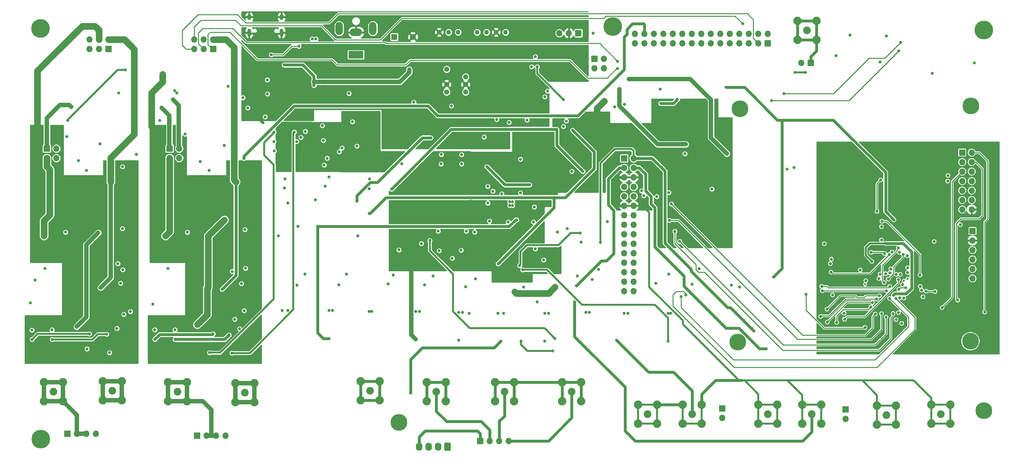
<source format=gbr>
G04 #@! TF.GenerationSoftware,KiCad,Pcbnew,(5.1.6-0-10_14)*
G04 #@! TF.CreationDate,2021-10-01T11:36:57+02:00*
G04 #@! TF.ProjectId,BioZ_front_end_V2_1,42696f5a-5f66-4726-9f6e-745f656e645f,rev?*
G04 #@! TF.SameCoordinates,Original*
G04 #@! TF.FileFunction,Copper,L4,Bot*
G04 #@! TF.FilePolarity,Positive*
%FSLAX46Y46*%
G04 Gerber Fmt 4.6, Leading zero omitted, Abs format (unit mm)*
G04 Created by KiCad (PCBNEW (5.1.6-0-10_14)) date 2021-10-01 11:36:57*
%MOMM*%
%LPD*%
G01*
G04 APERTURE LIST*
G04 #@! TA.AperFunction,ComponentPad*
%ADD10O,1.700000X1.700000*%
G04 #@! TD*
G04 #@! TA.AperFunction,ComponentPad*
%ADD11R,1.700000X1.700000*%
G04 #@! TD*
G04 #@! TA.AperFunction,ComponentPad*
%ADD12C,2.250000*%
G04 #@! TD*
G04 #@! TA.AperFunction,ComponentPad*
%ADD13C,2.050000*%
G04 #@! TD*
G04 #@! TA.AperFunction,ComponentPad*
%ADD14C,1.270000*%
G04 #@! TD*
G04 #@! TA.AperFunction,ComponentPad*
%ADD15O,1.000000X2.100000*%
G04 #@! TD*
G04 #@! TA.AperFunction,ComponentPad*
%ADD16O,1.000000X1.600000*%
G04 #@! TD*
G04 #@! TA.AperFunction,ComponentPad*
%ADD17C,1.600000*%
G04 #@! TD*
G04 #@! TA.AperFunction,ComponentPad*
%ADD18R,1.600000X1.600000*%
G04 #@! TD*
G04 #@! TA.AperFunction,ComponentPad*
%ADD19O,1.740000X2.190000*%
G04 #@! TD*
G04 #@! TA.AperFunction,ComponentPad*
%ADD20R,4.000000X2.000000*%
G04 #@! TD*
G04 #@! TA.AperFunction,ComponentPad*
%ADD21O,3.300000X2.000000*%
G04 #@! TD*
G04 #@! TA.AperFunction,ComponentPad*
%ADD22O,2.000000X3.500000*%
G04 #@! TD*
G04 #@! TA.AperFunction,ComponentPad*
%ADD23C,1.371600*%
G04 #@! TD*
G04 #@! TA.AperFunction,ViaPad*
%ADD24C,5.000000*%
G04 #@! TD*
G04 #@! TA.AperFunction,ViaPad*
%ADD25C,4.500000*%
G04 #@! TD*
G04 #@! TA.AperFunction,ViaPad*
%ADD26C,0.800000*%
G04 #@! TD*
G04 #@! TA.AperFunction,ViaPad*
%ADD27C,0.600000*%
G04 #@! TD*
G04 #@! TA.AperFunction,Conductor*
%ADD28C,0.250000*%
G04 #@! TD*
G04 #@! TA.AperFunction,Conductor*
%ADD29C,1.800000*%
G04 #@! TD*
G04 #@! TA.AperFunction,Conductor*
%ADD30C,1.200000*%
G04 #@! TD*
G04 #@! TA.AperFunction,Conductor*
%ADD31C,0.800000*%
G04 #@! TD*
G04 #@! TA.AperFunction,Conductor*
%ADD32C,0.500000*%
G04 #@! TD*
G04 #@! TA.AperFunction,Conductor*
%ADD33C,0.254000*%
G04 #@! TD*
G04 #@! TA.AperFunction,Conductor*
%ADD34C,0.180000*%
G04 #@! TD*
G04 APERTURE END LIST*
D10*
G04 #@! TO.P,J4,4*
G04 #@! TO.N,Net-(C18-Pad1)*
X59400000Y-71440000D03*
G04 #@! TO.P,J4,3*
G04 #@! TO.N,Net-(C20-Pad2)*
X56860000Y-71440000D03*
G04 #@! TO.P,J4,2*
G04 #@! TO.N,+12V*
X59400000Y-68900000D03*
D11*
G04 #@! TO.P,J4,1*
G04 #@! TO.N,-12V*
X56860000Y-68900000D03*
G04 #@! TD*
D10*
G04 #@! TO.P,J13,4*
G04 #@! TO.N,Vin-_ch2*
X71870000Y-145750000D03*
G04 #@! TO.P,J13,3*
G04 #@! TO.N,GND*
X69330000Y-145750000D03*
G04 #@! TO.P,J13,2*
X66790000Y-145750000D03*
D11*
G04 #@! TO.P,J13,1*
G04 #@! TO.N,Vin+_ch2*
X64250000Y-145750000D03*
G04 #@! TD*
D10*
G04 #@! TO.P,J11,6*
G04 #@! TO.N,A1_3*
X63420000Y-39710000D03*
G04 #@! TO.P,J11,5*
G04 #@! TO.N,A0_3*
X63420000Y-42250000D03*
G04 #@! TO.P,J11,4*
G04 #@! TO.N,GND*
X65960000Y-39710000D03*
G04 #@! TO.P,J11,3*
G04 #@! TO.N,A1_2*
X65960000Y-42250000D03*
G04 #@! TO.P,J11,2*
G04 #@! TO.N,ch2_out*
X68500000Y-39710000D03*
D11*
G04 #@! TO.P,J11,1*
G04 #@! TO.N,A0_2*
X68500000Y-42250000D03*
G04 #@! TD*
D12*
G04 #@! TO.P,J8,2*
G04 #@! TO.N,GND*
X74460000Y-136790000D03*
X74460000Y-131710000D03*
X79540000Y-131710000D03*
X79540000Y-136790000D03*
D13*
G04 #@! TO.P,J8,1*
G04 #@! TO.N,Vin-_ch2*
X77000000Y-134250000D03*
G04 #@! TD*
D12*
G04 #@! TO.P,J7,2*
G04 #@! TO.N,GND*
X56460000Y-136540000D03*
X56460000Y-131460000D03*
X61540000Y-131460000D03*
X61540000Y-136540000D03*
D13*
G04 #@! TO.P,J7,1*
G04 #@! TO.N,Vin+_ch2*
X59000000Y-134000000D03*
G04 #@! TD*
D12*
G04 #@! TO.P,J9,2*
G04 #@! TO.N,GND*
X23210000Y-136540000D03*
X23210000Y-131460000D03*
X28290000Y-131460000D03*
X28290000Y-136540000D03*
D13*
G04 #@! TO.P,J9,1*
G04 #@! TO.N,Vin+_ch1*
X25750000Y-134000000D03*
G04 #@! TD*
D10*
G04 #@! TO.P,J14,4*
G04 #@! TO.N,Vin-_ch1*
X37120000Y-145250000D03*
G04 #@! TO.P,J14,3*
G04 #@! TO.N,GND*
X34580000Y-145250000D03*
G04 #@! TO.P,J14,2*
X32040000Y-145250000D03*
D11*
G04 #@! TO.P,J14,1*
G04 #@! TO.N,Vin+_ch1*
X29500000Y-145250000D03*
G04 #@! TD*
D10*
G04 #@! TO.P,J12,6*
G04 #@! TO.N,A1_1*
X35420000Y-39710000D03*
G04 #@! TO.P,J12,5*
G04 #@! TO.N,A0_1*
X35420000Y-42250000D03*
G04 #@! TO.P,J12,4*
G04 #@! TO.N,GND*
X37960000Y-39710000D03*
G04 #@! TO.P,J12,3*
G04 #@! TO.N,A1_0*
X37960000Y-42250000D03*
G04 #@! TO.P,J12,2*
G04 #@! TO.N,ch1_out*
X40500000Y-39710000D03*
D11*
G04 #@! TO.P,J12,1*
G04 #@! TO.N,A0_0*
X40500000Y-42250000D03*
G04 #@! TD*
D12*
G04 #@! TO.P,J10,2*
G04 #@! TO.N,GND*
X38960000Y-136290000D03*
X38960000Y-131210000D03*
X44040000Y-131210000D03*
X44040000Y-136290000D03*
D13*
G04 #@! TO.P,J10,1*
G04 #@! TO.N,Vin-_ch1*
X41500000Y-133750000D03*
G04 #@! TD*
D10*
G04 #@! TO.P,J5,4*
G04 #@! TO.N,Net-(C19-Pad1)*
X26540000Y-71440000D03*
G04 #@! TO.P,J5,3*
G04 #@! TO.N,Net-(C21-Pad2)*
X24000000Y-71440000D03*
G04 #@! TO.P,J5,2*
G04 #@! TO.N,+12V*
X26540000Y-68900000D03*
D11*
G04 #@! TO.P,J5,1*
G04 #@! TO.N,-12V*
X24000000Y-68900000D03*
G04 #@! TD*
G04 #@! TO.P,J15,1*
G04 #@! TO.N,-12V*
X170600000Y-44900000D03*
D10*
G04 #@! TO.P,J15,2*
G04 #@! TO.N,+12V*
X173140000Y-44900000D03*
G04 #@! TO.P,J15,3*
G04 #@! TO.N,Net-(C75-Pad2)*
X170600000Y-47440000D03*
G04 #@! TO.P,J15,4*
G04 #@! TO.N,Net-(C72-Pad1)*
X173140000Y-47440000D03*
G04 #@! TD*
D13*
G04 #@! TO.P,J19,1*
G04 #@! TO.N,Vin+_ch1*
X146500000Y-134000000D03*
D12*
G04 #@! TO.P,J19,2*
G04 #@! TO.N,GND*
X149040000Y-136540000D03*
X149040000Y-131460000D03*
X143960000Y-131460000D03*
X143960000Y-136540000D03*
G04 #@! TD*
D14*
G04 #@! TO.P,U19,1*
G04 #@! TO.N,GND*
X129000000Y-37750000D03*
G04 #@! TO.P,U19,2*
G04 #@! TO.N,VCC*
X131540000Y-37750000D03*
G04 #@! TO.P,U19,3*
G04 #@! TO.N,N/C*
X134080000Y-37750000D03*
G04 #@! TO.P,U19,5*
X139160000Y-37750000D03*
G04 #@! TO.P,U19,6*
G04 #@! TO.N,Net-(C12-Pad1)*
X141700000Y-37750000D03*
G04 #@! TO.P,U19,7*
G04 #@! TO.N,GND*
X144240000Y-37750000D03*
G04 #@! TO.P,U19,8*
G04 #@! TO.N,N/C*
X146780000Y-37750000D03*
G04 #@! TD*
D11*
G04 #@! TO.P,J33,1*
G04 #@! TO.N,N/C*
X271750000Y-91000000D03*
D10*
G04 #@! TO.P,J33,2*
G04 #@! TO.N,GND*
X271750000Y-93540000D03*
G04 #@! TO.P,J33,3*
G04 #@! TO.N,/UART_TX*
X271750000Y-96080000D03*
G04 #@! TO.P,J33,4*
G04 #@! TO.N,/UART_RX*
X271750000Y-98620000D03*
G04 #@! TO.P,J33,5*
G04 #@! TO.N,N/C*
X271750000Y-101160000D03*
G04 #@! TO.P,J33,6*
X271750000Y-103700000D03*
G04 #@! TD*
D11*
G04 #@! TO.P,J18,1*
G04 #@! TO.N,+3V3*
X269000000Y-70000000D03*
D10*
G04 #@! TO.P,J18,2*
G04 #@! TO.N,/PA0*
X271540000Y-70000000D03*
G04 #@! TO.P,J18,3*
G04 #@! TO.N,/PA1*
X269000000Y-72540000D03*
G04 #@! TO.P,J18,4*
G04 #@! TO.N,/PA2*
X271540000Y-72540000D03*
G04 #@! TO.P,J18,5*
G04 #@! TO.N,/PA3*
X269000000Y-75080000D03*
G04 #@! TO.P,J18,6*
G04 #@! TO.N,/PA8*
X271540000Y-75080000D03*
G04 #@! TO.P,J18,7*
G04 #@! TO.N,/PA11*
X269000000Y-77620000D03*
G04 #@! TO.P,J18,8*
G04 #@! TO.N,/PA12*
X271540000Y-77620000D03*
G04 #@! TO.P,J18,9*
G04 #@! TO.N,/PA15*
X269000000Y-80160000D03*
G04 #@! TO.P,J18,10*
G04 #@! TO.N,N/C*
X271540000Y-80160000D03*
G04 #@! TO.P,J18,11*
G04 #@! TO.N,/PC8*
X269000000Y-82700000D03*
G04 #@! TO.P,J18,12*
G04 #@! TO.N,/PC7*
X271540000Y-82700000D03*
G04 #@! TO.P,J18,13*
G04 #@! TO.N,/PC6*
X269000000Y-85240000D03*
G04 #@! TO.P,J18,14*
G04 #@! TO.N,GND*
X271540000Y-85240000D03*
G04 #@! TD*
D15*
G04 #@! TO.P,J17,S1*
G04 #@! TO.N,GND*
X86820000Y-37855000D03*
X78180000Y-37855000D03*
D16*
X86820000Y-33675000D03*
X78180000Y-33675000D03*
G04 #@! TD*
D10*
G04 #@! TO.P,J16,2*
G04 #@! TO.N,EXT_stim*
X225960000Y-46000000D03*
D11*
G04 #@! TO.P,J16,1*
G04 #@! TO.N,GND*
X228500000Y-46000000D03*
G04 #@! TD*
D17*
G04 #@! TO.P,C2,2*
G04 #@! TO.N,GND*
X122000000Y-39000000D03*
D18*
G04 #@! TO.P,C2,1*
G04 #@! TO.N,VCC*
X117000000Y-39000000D03*
G04 #@! TD*
D10*
G04 #@! TO.P,JP4,2*
G04 #@! TO.N,GND*
X237750000Y-141290000D03*
D11*
G04 #@! TO.P,JP4,1*
G04 #@! TO.N,scope2-*
X237750000Y-138750000D03*
G04 #@! TD*
D10*
G04 #@! TO.P,JP3,2*
G04 #@! TO.N,GND*
X204750000Y-141040000D03*
D11*
G04 #@! TO.P,JP3,1*
G04 #@! TO.N,scope1-*
X204750000Y-138500000D03*
G04 #@! TD*
D10*
G04 #@! TO.P,J32,30*
G04 #@! TO.N,scope1+*
X181440000Y-38210000D03*
G04 #@! TO.P,J32,29*
G04 #@! TO.N,scope1-*
X181440000Y-40750000D03*
G04 #@! TO.P,J32,28*
G04 #@! TO.N,scope2+*
X183980000Y-38210000D03*
G04 #@! TO.P,J32,27*
G04 #@! TO.N,scope2-*
X183980000Y-40750000D03*
G04 #@! TO.P,J32,26*
G04 #@! TO.N,GND*
X186520000Y-38210000D03*
G04 #@! TO.P,J32,25*
X186520000Y-40750000D03*
G04 #@! TO.P,J32,24*
G04 #@! TO.N,PWR+*
X189060000Y-38210000D03*
G04 #@! TO.P,J32,23*
G04 #@! TO.N,PWR-*
X189060000Y-40750000D03*
G04 #@! TO.P,J32,22*
G04 #@! TO.N,AWG1*
X191600000Y-38210000D03*
G04 #@! TO.P,J32,21*
G04 #@! TO.N,AWG2*
X191600000Y-40750000D03*
G04 #@! TO.P,J32,20*
G04 #@! TO.N,GND*
X194140000Y-38210000D03*
G04 #@! TO.P,J32,19*
X194140000Y-40750000D03*
G04 #@! TO.P,J32,18*
G04 #@! TO.N,TR1*
X196680000Y-38210000D03*
G04 #@! TO.P,J32,17*
G04 #@! TO.N,TR2*
X196680000Y-40750000D03*
G04 #@! TO.P,J32,16*
G04 #@! TO.N,/SPI_NSS*
X199220000Y-38210000D03*
G04 #@! TO.P,J32,15*
G04 #@! TO.N,A0_0*
X199220000Y-40750000D03*
G04 #@! TO.P,J32,14*
G04 #@! TO.N,/SPI_SCK*
X201760000Y-38210000D03*
G04 #@! TO.P,J32,13*
G04 #@! TO.N,A1_0*
X201760000Y-40750000D03*
G04 #@! TO.P,J32,12*
G04 #@! TO.N,/SPI_MOSI*
X204300000Y-38210000D03*
G04 #@! TO.P,J32,11*
G04 #@! TO.N,A0_1*
X204300000Y-40750000D03*
G04 #@! TO.P,J32,10*
G04 #@! TO.N,/SPI_MISO*
X206840000Y-38210000D03*
G04 #@! TO.P,J32,9*
G04 #@! TO.N,A1_1*
X206840000Y-40750000D03*
G04 #@! TO.P,J32,8*
G04 #@! TO.N,/AD2_status*
X209380000Y-38210000D03*
G04 #@! TO.P,J32,7*
G04 #@! TO.N,A0_2*
X209380000Y-40750000D03*
G04 #@! TO.P,J32,6*
G04 #@! TO.N,/AD2_err*
X211920000Y-38210000D03*
G04 #@! TO.P,J32,5*
G04 #@! TO.N,A1_2*
X211920000Y-40750000D03*
G04 #@! TO.P,J32,4*
G04 #@! TO.N,IO6*
X214460000Y-38210000D03*
G04 #@! TO.P,J32,3*
G04 #@! TO.N,A0_3*
X214460000Y-40750000D03*
G04 #@! TO.P,J32,2*
G04 #@! TO.N,IO7*
X217000000Y-38210000D03*
D11*
G04 #@! TO.P,J32,1*
G04 #@! TO.N,A1_3*
X217000000Y-40750000D03*
G04 #@! TD*
D12*
G04 #@! TO.P,J31,2*
G04 #@! TO.N,GND*
X214460000Y-142540000D03*
X214460000Y-137460000D03*
X219540000Y-137460000D03*
X219540000Y-142540000D03*
D13*
G04 #@! TO.P,J31,1*
G04 #@! TO.N,scope2+*
X217000000Y-140000000D03*
G04 #@! TD*
D12*
G04 #@! TO.P,J30,2*
G04 #@! TO.N,GND*
X260710000Y-142540000D03*
X260710000Y-137460000D03*
X265790000Y-137460000D03*
X265790000Y-142540000D03*
D13*
G04 #@! TO.P,J30,1*
G04 #@! TO.N,AWG2*
X263250000Y-140000000D03*
G04 #@! TD*
D10*
G04 #@! TO.P,J29,30*
G04 #@! TO.N,IO7*
X181040000Y-107060000D03*
G04 #@! TO.P,J29,29*
G04 #@! TO.N,A1_3*
X178500000Y-107060000D03*
G04 #@! TO.P,J29,28*
G04 #@! TO.N,IO6*
X181040000Y-104520000D03*
G04 #@! TO.P,J29,27*
G04 #@! TO.N,A0_3*
X178500000Y-104520000D03*
G04 #@! TO.P,J29,26*
G04 #@! TO.N,/AD2_err*
X181040000Y-101980000D03*
G04 #@! TO.P,J29,25*
G04 #@! TO.N,A1_2*
X178500000Y-101980000D03*
G04 #@! TO.P,J29,24*
G04 #@! TO.N,/AD2_status*
X181040000Y-99440000D03*
G04 #@! TO.P,J29,23*
G04 #@! TO.N,A0_2*
X178500000Y-99440000D03*
G04 #@! TO.P,J29,22*
G04 #@! TO.N,/SPI_MISO*
X181040000Y-96900000D03*
G04 #@! TO.P,J29,21*
G04 #@! TO.N,A1_1*
X178500000Y-96900000D03*
G04 #@! TO.P,J29,20*
G04 #@! TO.N,/SPI_MOSI*
X181040000Y-94360000D03*
G04 #@! TO.P,J29,19*
G04 #@! TO.N,A0_1*
X178500000Y-94360000D03*
G04 #@! TO.P,J29,18*
G04 #@! TO.N,/SPI_SCK*
X181040000Y-91820000D03*
G04 #@! TO.P,J29,17*
G04 #@! TO.N,A1_0*
X178500000Y-91820000D03*
G04 #@! TO.P,J29,16*
G04 #@! TO.N,/SPI_NSS*
X181040000Y-89280000D03*
G04 #@! TO.P,J29,15*
G04 #@! TO.N,A0_0*
X178500000Y-89280000D03*
G04 #@! TO.P,J29,14*
G04 #@! TO.N,TR1*
X181040000Y-86740000D03*
G04 #@! TO.P,J29,13*
G04 #@! TO.N,TR2*
X178500000Y-86740000D03*
G04 #@! TO.P,J29,12*
G04 #@! TO.N,GND*
X181040000Y-84200000D03*
G04 #@! TO.P,J29,11*
X178500000Y-84200000D03*
G04 #@! TO.P,J29,10*
G04 #@! TO.N,AWG1*
X181040000Y-81660000D03*
G04 #@! TO.P,J29,9*
G04 #@! TO.N,AWG2*
X178500000Y-81660000D03*
G04 #@! TO.P,J29,8*
G04 #@! TO.N,PWR+*
X181040000Y-79120000D03*
G04 #@! TO.P,J29,7*
G04 #@! TO.N,PWR-*
X178500000Y-79120000D03*
G04 #@! TO.P,J29,6*
G04 #@! TO.N,GND*
X181040000Y-76580000D03*
G04 #@! TO.P,J29,5*
X178500000Y-76580000D03*
G04 #@! TO.P,J29,4*
G04 #@! TO.N,scope2+*
X181040000Y-74040000D03*
G04 #@! TO.P,J29,3*
G04 #@! TO.N,scope2-*
X178500000Y-74040000D03*
G04 #@! TO.P,J29,2*
G04 #@! TO.N,scope1+*
X181040000Y-71500000D03*
D11*
G04 #@! TO.P,J29,1*
G04 #@! TO.N,scope1-*
X178500000Y-71500000D03*
G04 #@! TD*
D12*
G04 #@! TO.P,J28,2*
G04 #@! TO.N,GND*
X182210000Y-142540000D03*
X182210000Y-137460000D03*
X187290000Y-137460000D03*
X187290000Y-142540000D03*
D13*
G04 #@! TO.P,J28,1*
G04 #@! TO.N,scope1+*
X184750000Y-140000000D03*
G04 #@! TD*
D12*
G04 #@! TO.P,J27,2*
G04 #@! TO.N,GND*
X246210000Y-142790000D03*
X246210000Y-137710000D03*
X251290000Y-137710000D03*
X251290000Y-142790000D03*
D13*
G04 #@! TO.P,J27,1*
G04 #@! TO.N,AWG1*
X248750000Y-140250000D03*
G04 #@! TD*
D12*
G04 #@! TO.P,J26,2*
G04 #@! TO.N,GND*
X226210000Y-142540000D03*
X226210000Y-137460000D03*
X231290000Y-137460000D03*
X231290000Y-142540000D03*
D13*
G04 #@! TO.P,J26,1*
G04 #@! TO.N,scope2-*
X228750000Y-140000000D03*
G04 #@! TD*
D12*
G04 #@! TO.P,J25,2*
G04 #@! TO.N,GND*
X194210000Y-142540000D03*
X194210000Y-137460000D03*
X199290000Y-137460000D03*
X199290000Y-142540000D03*
D13*
G04 #@! TO.P,J25,1*
G04 #@! TO.N,scope1-*
X196750000Y-140000000D03*
G04 #@! TD*
D10*
G04 #@! TO.P,J24,4*
G04 #@! TO.N,STIM+_coupling*
X147620000Y-147250000D03*
G04 #@! TO.P,J24,3*
G04 #@! TO.N,Vin+_ch1*
X145080000Y-147250000D03*
G04 #@! TO.P,J24,2*
G04 #@! TO.N,Vin-_ch1*
X142540000Y-147250000D03*
D11*
G04 #@! TO.P,J24,1*
G04 #@! TO.N,STIM-_coupling*
X140000000Y-147250000D03*
G04 #@! TD*
D19*
G04 #@! TO.P,J23,4*
G04 #@! TO.N,STIM-_coupling*
X123630000Y-148750000D03*
G04 #@! TO.P,J23,3*
G04 #@! TO.N,Vin-_ch1*
X126170000Y-148750000D03*
G04 #@! TO.P,J23,2*
G04 #@! TO.N,Vin+_ch1*
X128710000Y-148750000D03*
G04 #@! TO.P,J23,1*
G04 #@! TO.N,STIM+_coupling*
G04 #@! TA.AperFunction,ComponentPad*
G36*
G01*
X132120000Y-147904999D02*
X132120000Y-149595001D01*
G75*
G02*
X131870001Y-149845000I-249999J0D01*
G01*
X130629999Y-149845000D01*
G75*
G02*
X130380000Y-149595001I0J249999D01*
G01*
X130380000Y-147904999D01*
G75*
G02*
X130629999Y-147655000I249999J0D01*
G01*
X131870001Y-147655000D01*
G75*
G02*
X132120000Y-147904999I0J-249999D01*
G01*
G37*
G04 #@! TD.AperFunction*
G04 #@! TD*
D12*
G04 #@! TO.P,J22,2*
G04 #@! TO.N,GND*
X161960000Y-136540000D03*
X161960000Y-131460000D03*
X167040000Y-131460000D03*
X167040000Y-136540000D03*
D13*
G04 #@! TO.P,J22,1*
G04 #@! TO.N,STIM+_coupling*
X164500000Y-134000000D03*
G04 #@! TD*
D12*
G04 #@! TO.P,J21,2*
G04 #@! TO.N,GND*
X107960000Y-136290000D03*
X107960000Y-131210000D03*
X113040000Y-131210000D03*
X113040000Y-136290000D03*
D13*
G04 #@! TO.P,J21,1*
G04 #@! TO.N,STIM-_coupling*
X110500000Y-133750000D03*
G04 #@! TD*
D12*
G04 #@! TO.P,J20,2*
G04 #@! TO.N,GND*
X125710000Y-136540000D03*
X125710000Y-131460000D03*
X130790000Y-131460000D03*
X130790000Y-136540000D03*
D13*
G04 #@! TO.P,J20,1*
G04 #@! TO.N,Vin-_ch1*
X128250000Y-134000000D03*
G04 #@! TD*
D12*
G04 #@! TO.P,J6,2*
G04 #@! TO.N,GND*
X224960000Y-39790000D03*
X224960000Y-34710000D03*
X230040000Y-34710000D03*
X230040000Y-39790000D03*
D13*
G04 #@! TO.P,J6,1*
G04 #@! TO.N,EXT_stim*
X227500000Y-37250000D03*
G04 #@! TD*
D10*
G04 #@! TO.P,J3,3*
G04 #@! TO.N,+12V*
X161170000Y-38000000D03*
G04 #@! TO.P,J3,2*
G04 #@! TO.N,GND*
X163710000Y-38000000D03*
D11*
G04 #@! TO.P,J3,1*
G04 #@! TO.N,-12V*
X166250000Y-38000000D03*
G04 #@! TD*
D20*
G04 #@! TO.P,J1,1*
G04 #@! TO.N,Vin_DC*
X106750000Y-43750000D03*
D21*
G04 #@! TO.P,J1,2*
G04 #@! TO.N,GND*
X106750000Y-37750000D03*
D22*
G04 #@! TO.P,J1,MP*
G04 #@! TO.N,N/C*
X111250000Y-36750000D03*
X102250000Y-36750000D03*
G04 #@! TD*
D23*
G04 #@! TO.P,U1,1*
G04 #@! TO.N,VCC*
X131000000Y-53750000D03*
G04 #@! TO.P,U1,2*
G04 #@! TO.N,GND*
X131000000Y-51718000D03*
G04 #@! TO.P,U1,4*
G04 #@! TO.N,N/C*
X131000000Y-47654000D03*
G04 #@! TO.P,U1,5*
G04 #@! TO.N,Net-(C10-Pad1)*
X136080000Y-53750000D03*
G04 #@! TO.P,U1,6*
G04 #@! TO.N,GND*
X136080000Y-51718000D03*
G04 #@! TO.P,U1,7*
G04 #@! TO.N,Net-(C11-Pad1)*
X136080000Y-49686000D03*
G04 #@! TD*
D24*
G04 #@! TO.N,*
X22370000Y-146720000D03*
D25*
X118250000Y-142250000D03*
X274800000Y-139100000D03*
D24*
X22270000Y-36730000D03*
X175460000Y-36220000D03*
X274780000Y-37130000D03*
D25*
X209500000Y-58200000D03*
X271300000Y-57500000D03*
X271200000Y-120500000D03*
X208900000Y-120700000D03*
D26*
X202000000Y-79750000D03*
X148650000Y-84150000D03*
X147850000Y-84150000D03*
X148650000Y-83150000D03*
X147850000Y-83150000D03*
G04 #@! TO.N,/SW2_uC*
X248112653Y-104812653D03*
X251925000Y-95500000D03*
X247000000Y-45750000D03*
G04 #@! TO.N,GND*
X203500000Y-90500000D03*
X205750000Y-94250000D03*
X201250000Y-92750000D03*
D27*
X197400000Y-93750000D03*
D26*
X190750000Y-91000000D03*
X198750000Y-90000000D03*
X205500000Y-83000000D03*
X196750000Y-85250000D03*
X205500000Y-80500000D03*
X205750000Y-72750000D03*
X205500000Y-75500000D03*
X112250000Y-61750000D03*
X107750000Y-61750000D03*
D27*
X109800000Y-59200000D03*
D26*
X109500000Y-64000000D03*
X107500000Y-65500000D03*
X99250000Y-64500000D03*
X104500000Y-64750000D03*
X103250000Y-70250000D03*
X105750000Y-71750000D03*
X101000000Y-71750000D03*
D27*
X92800000Y-73000000D03*
D26*
X86500000Y-74250000D03*
X88250000Y-71750000D03*
X85750000Y-68500000D03*
X86750000Y-65500000D03*
X107500000Y-73000000D03*
D27*
X112000000Y-72750000D03*
D26*
X96000000Y-74500000D03*
X176000000Y-64750000D03*
X178750000Y-64250000D03*
D27*
X181850000Y-66350000D03*
D26*
X188000000Y-66000000D03*
D27*
X194000000Y-64500000D03*
X196000000Y-64000000D03*
D26*
X195750000Y-56500000D03*
X193500000Y-56750000D03*
X187250000Y-56500000D03*
X206750000Y-61250000D03*
X205750000Y-63000000D03*
X124500000Y-80500000D03*
X117000000Y-86750000D03*
X128500000Y-87750000D03*
X133500000Y-80500000D03*
X137500000Y-83000000D03*
X119250000Y-97500000D03*
X125500000Y-92250000D03*
X126500000Y-99250000D03*
X132000000Y-99500000D03*
X138750000Y-93750000D03*
X132000000Y-93500000D03*
X143000000Y-92250000D03*
X139250000Y-98750000D03*
X146000000Y-95250000D03*
D27*
X145800000Y-101800000D03*
X155400000Y-96600000D03*
D26*
X154250000Y-93000000D03*
X151750000Y-90000000D03*
X151750000Y-85750000D03*
X149250000Y-85750000D03*
X144750000Y-85500000D03*
X138250000Y-86000000D03*
X141400000Y-76200000D03*
X149000000Y-75000000D03*
X146750000Y-71000000D03*
X153750000Y-72000000D03*
X158750000Y-76750000D03*
X161500000Y-79000000D03*
X158750000Y-70500000D03*
X168250000Y-70500000D03*
D27*
X165250000Y-70500000D03*
D26*
X171000000Y-75750000D03*
X174000000Y-73750000D03*
X173000000Y-64500000D03*
X171250000Y-61750000D03*
X170000000Y-60000000D03*
X161750000Y-61750000D03*
X81500000Y-33500000D03*
X84500000Y-34000000D03*
X83000000Y-37000000D03*
X86000000Y-42750000D03*
X89250000Y-34000000D03*
X89500000Y-43750000D03*
X79000000Y-49000000D03*
X77500000Y-52000000D03*
X100000000Y-36500000D03*
X97750000Y-33500000D03*
X97750000Y-44000000D03*
X98250000Y-46000000D03*
X98250000Y-52250000D03*
X95000000Y-55500000D03*
X93250000Y-59000000D03*
X99750000Y-55750000D03*
X113000000Y-43250000D03*
X109250000Y-34500000D03*
X104000000Y-34750000D03*
X103750000Y-38750000D03*
X115250000Y-34250000D03*
X125000000Y-36750000D03*
X123250000Y-46750000D03*
X124250000Y-44000000D03*
X124500000Y-50500000D03*
X128250000Y-47750000D03*
X136500000Y-36250000D03*
X134000000Y-53000000D03*
X115500000Y-59000000D03*
X112500000Y-56500000D03*
X121250000Y-63250000D03*
X122000000Y-66000000D03*
X115250000Y-66500000D03*
X129750000Y-62000000D03*
X140500000Y-61250000D03*
X138750000Y-66000000D03*
X146250000Y-66000000D03*
X152000000Y-55000000D03*
X154000000Y-61250000D03*
X141750000Y-55500000D03*
X142250000Y-48750000D03*
X164750000Y-49750000D03*
X163750000Y-47250000D03*
X158500000Y-36250000D03*
X158250000Y-38750000D03*
X151000000Y-44250000D03*
X161000000Y-50000000D03*
X144250000Y-44500000D03*
D27*
X196250000Y-73750000D03*
D26*
X195750000Y-71250000D03*
D27*
X70500000Y-92000000D03*
D26*
X54600000Y-124200000D03*
X61500000Y-122000000D03*
X54300000Y-121500000D03*
X80900000Y-123400000D03*
X80200000Y-119100000D03*
X74800000Y-120500000D03*
X70300000Y-116900000D03*
X73000000Y-112800000D03*
X61700000Y-114700000D03*
X61500000Y-112700000D03*
X64400000Y-109300000D03*
X73400000Y-108100000D03*
X71200000Y-99500000D03*
X62900000Y-103400000D03*
X57000000Y-99100000D03*
X65200000Y-98200000D03*
X76600000Y-97500000D03*
X65600000Y-90300000D03*
X55000000Y-84800000D03*
X76400000Y-83900000D03*
X70500000Y-82600000D03*
X65400000Y-78600000D03*
X54200000Y-73200000D03*
X76800000Y-80100000D03*
D27*
X248700000Y-101500000D03*
X242100000Y-107800000D03*
D26*
X256500000Y-111000000D03*
D27*
X250500000Y-104700000D03*
D26*
X258750000Y-110000000D03*
X258250000Y-113250000D03*
X240250000Y-114750000D03*
X243750000Y-115500000D03*
D27*
X240250000Y-110750000D03*
D26*
X234250000Y-105000000D03*
X235750000Y-98750000D03*
X263500000Y-108250000D03*
X264750000Y-69750000D03*
X258250000Y-78000000D03*
X257000000Y-72500000D03*
X248250000Y-71000000D03*
X235750000Y-70250000D03*
X236000000Y-81000000D03*
X236750000Y-87750000D03*
X250000000Y-83750000D03*
X257250000Y-82000000D03*
X260750000Y-83750000D03*
D27*
X264900000Y-87000000D03*
D26*
X268250000Y-87000000D03*
D27*
X264900000Y-92750000D03*
D26*
X260500000Y-90250000D03*
X258750000Y-94500000D03*
X263250000Y-98250000D03*
X269250000Y-102750000D03*
X271500000Y-108250000D03*
X275750000Y-118000000D03*
X266500000Y-119750000D03*
X263500000Y-118750000D03*
D27*
X259250000Y-117750000D03*
D26*
X253000000Y-122500000D03*
X250750000Y-119250000D03*
X244000000Y-119250000D03*
X237750000Y-117750000D03*
X233250000Y-118000000D03*
D27*
X231750000Y-122250000D03*
X264900000Y-97700000D03*
D26*
X265500000Y-106500000D03*
X232500000Y-97500000D03*
X238250000Y-91250000D03*
X29500000Y-124000000D03*
X23000000Y-124000000D03*
X23000000Y-116000000D03*
X27500000Y-115500000D03*
X28500000Y-121000000D03*
X37500000Y-116500000D03*
X42500000Y-124000000D03*
X47000000Y-118500000D03*
X40500000Y-108000000D03*
X29500000Y-112500000D03*
X30000000Y-105000000D03*
X32000000Y-101500000D03*
X44500000Y-97500000D03*
X29000000Y-98000000D03*
X23000000Y-98500000D03*
X32500000Y-94500000D03*
X33500000Y-90000000D03*
X37500000Y-90000000D03*
X39000000Y-83500000D03*
X45000000Y-83500000D03*
X32000000Y-86000000D03*
X22500000Y-84500000D03*
X36000000Y-79500000D03*
X33000000Y-78000000D03*
X22500000Y-75000000D03*
X45000000Y-80000000D03*
X21500000Y-70500000D03*
X38000000Y-99500000D03*
X29000000Y-101500000D03*
X122750000Y-120000000D03*
X20900000Y-104100000D03*
X32500000Y-72100000D03*
X65050000Y-72350000D03*
X72500000Y-95000000D03*
X91000000Y-105500000D03*
X102125000Y-105375000D03*
X115375000Y-105125000D03*
X125125000Y-105375000D03*
X136125000Y-105875000D03*
X149250000Y-107250000D03*
X160000000Y-106000000D03*
X170000000Y-104000000D03*
X87550000Y-79450000D03*
X98500000Y-79000000D03*
X110300000Y-79700000D03*
X239000000Y-38500000D03*
X248750000Y-38750000D03*
X174000000Y-88500000D03*
X55000000Y-50750000D03*
X55000000Y-49000000D03*
X45000000Y-47800000D03*
X29600000Y-61400000D03*
X58200000Y-53400000D03*
X58800000Y-54000000D03*
X54200000Y-61400000D03*
X81800000Y-62000000D03*
X163287500Y-90287500D03*
X209400000Y-106000000D03*
X178600000Y-57012500D03*
X173200000Y-56200000D03*
X160400000Y-98250000D03*
G04 #@! TO.N,/SW1_uC*
X249187347Y-103887347D03*
X253200000Y-97300000D03*
X235250000Y-44000000D03*
G04 #@! TO.N,/NRST*
X247400000Y-93400000D03*
X246700000Y-103700000D03*
X246200000Y-85700000D03*
X247200000Y-77300000D03*
G04 #@! TO.N,+3V3*
X248500000Y-94300000D03*
X244825000Y-99125000D03*
X250574990Y-108174990D03*
X224250000Y-48500000D03*
X227000000Y-48500000D03*
G04 #@! TO.N,Vin+_ch2*
X52900000Y-117400000D03*
X67550000Y-123550000D03*
X84807600Y-64467300D03*
G04 #@! TO.N,Vin-_ch2*
X58300000Y-117400000D03*
X73550000Y-123650000D03*
X90192400Y-64467300D03*
G04 #@! TO.N,Vin+_ch1*
X20000000Y-117500000D03*
X34750000Y-122550000D03*
X157250000Y-120500000D03*
G04 #@! TO.N,Vin-_ch1*
X25400000Y-117400000D03*
X40750000Y-123550000D03*
X134250000Y-120250000D03*
G04 #@! TO.N,Net-(C59-Pad1)*
X150750000Y-80750000D03*
X154212500Y-88537500D03*
G04 #@! TO.N,Net-(C60-Pad1)*
X145750000Y-81000000D03*
X142462500Y-88287500D03*
G04 #@! TO.N,I_load-*
X107250000Y-92250000D03*
X98212500Y-73287500D03*
X91192400Y-89717300D03*
G04 #@! TO.N,TIA+*
X92000000Y-65900000D03*
X84807600Y-67007300D03*
G04 #@! TO.N,/SWCLK*
X247400000Y-89800000D03*
X254300000Y-97600000D03*
G04 #@! TO.N,/SWDIO*
X247500000Y-88400000D03*
X257724847Y-102750153D03*
G04 #@! TO.N,A1_3*
X73600000Y-101800000D03*
X222100000Y-74400000D03*
X210250000Y-35500000D03*
G04 #@! TO.N,A0_3*
X77150000Y-100950000D03*
G04 #@! TO.N,A1_2*
X72500000Y-52200000D03*
X76800000Y-112300000D03*
X176750000Y-45500000D03*
G04 #@! TO.N,ch2_out*
X74600000Y-77797300D03*
X70900000Y-106600000D03*
G04 #@! TO.N,A0_2*
X74300000Y-114600000D03*
X176750000Y-47500000D03*
G04 #@! TO.N,A1_1*
X43000000Y-99700000D03*
G04 #@! TO.N,A0_1*
X44300000Y-101325000D03*
G04 #@! TO.N,A1_0*
X46350000Y-112550000D03*
X43200000Y-54000000D03*
G04 #@! TO.N,ch1_out*
X41100000Y-77800000D03*
X38414690Y-106126703D03*
G04 #@! TO.N,A0_0*
X44600000Y-113300000D03*
X170250000Y-38000000D03*
G04 #@! TO.N,Vout-*
X99500000Y-119750000D03*
X96500000Y-89750000D03*
X135000000Y-70500000D03*
X149750000Y-88000000D03*
G04 #@! TO.N,Vout+*
X147462500Y-88537500D03*
X129557600Y-70467300D03*
X154750000Y-95750000D03*
G04 #@! TO.N,scope1-*
X176500000Y-120250000D03*
X48000000Y-70400000D03*
G04 #@! TO.N,scope2-*
X165750000Y-105669998D03*
X165250000Y-110000000D03*
X104875000Y-54125000D03*
G04 #@! TO.N,AWG1*
X183775000Y-81525000D03*
X188307600Y-56807600D03*
X192775001Y-55724999D03*
G04 #@! TO.N,scope1+*
X213250000Y-117750000D03*
X44250000Y-73750000D03*
X172192400Y-94047300D03*
G04 #@! TO.N,TR1*
X251250000Y-109050000D03*
X190450000Y-80650000D03*
X195000000Y-108100000D03*
G04 #@! TO.N,TR2*
X249574990Y-109000000D03*
X187250000Y-81750000D03*
X193800000Y-108500000D03*
G04 #@! TO.N,AWG2*
X183200000Y-80200000D03*
G04 #@! TO.N,scope2+*
X216500000Y-122500000D03*
X76750000Y-71500000D03*
G04 #@! TO.N,+5VA*
X178500000Y-113000000D03*
X190250000Y-113000000D03*
X169250000Y-112750000D03*
X158250000Y-113000000D03*
X135250000Y-112750000D03*
X123750000Y-112500000D03*
X110250000Y-112500000D03*
X100500000Y-112250000D03*
X88500000Y-112250000D03*
X87000000Y-112250000D03*
X99500000Y-112250000D03*
X111000000Y-112500000D03*
X122750000Y-112500000D03*
X134250000Y-112750000D03*
X157250000Y-113000000D03*
X168250000Y-112750000D03*
X179500000Y-113000000D03*
X191000000Y-113000000D03*
X187000000Y-105000000D03*
X196750000Y-105250000D03*
X19600000Y-110200000D03*
X38262700Y-67637300D03*
X52400000Y-110600000D03*
X71500000Y-68100000D03*
X144750000Y-113000000D03*
X146250000Y-113000000D03*
X61000000Y-65000000D03*
X29300000Y-65700000D03*
X107000000Y-83000000D03*
X95875000Y-82625000D03*
X88500000Y-83500000D03*
X188194900Y-53000000D03*
X154750000Y-44250000D03*
X152500000Y-61250000D03*
X126750000Y-66000000D03*
X82400000Y-60400000D03*
X205750000Y-52500000D03*
X250750000Y-88000000D03*
X218500000Y-103250000D03*
X207250000Y-105500000D03*
X137000000Y-113000000D03*
X153200000Y-78600000D03*
X141750000Y-73750000D03*
X163000000Y-61500000D03*
G04 #@! TO.N,WE_REF*
X190250000Y-120500000D03*
X151375000Y-101375000D03*
G04 #@! TO.N,STIM+_coupling*
X159400000Y-123100000D03*
X150942400Y-120507300D03*
G04 #@! TO.N,STIM-_coupling*
X145500000Y-120500000D03*
X121375000Y-134375000D03*
D27*
G04 #@! TO.N,/uC_state*
X243000000Y-105250000D03*
D26*
X261000000Y-48750000D03*
G04 #@! TO.N,/uC_error*
X243200000Y-104300000D03*
X272250000Y-46000000D03*
G04 #@! TO.N,/AD2_status*
X252000000Y-42750000D03*
X218000000Y-56000000D03*
G04 #@! TO.N,/AD2_err*
X252500000Y-40500000D03*
X221300000Y-54200000D03*
G04 #@! TO.N,Vin_DC*
X84037500Y-43750000D03*
X91500000Y-41500000D03*
G04 #@! TO.N,Vin_USB*
X83000000Y-50500000D03*
G04 #@! TO.N,/PC6*
X258100000Y-106800000D03*
G04 #@! TO.N,/PC7*
X257775000Y-105800000D03*
X268500000Y-89300000D03*
G04 #@! TO.N,/PC8*
X253000000Y-105300000D03*
G04 #@! TO.N,/PA15*
X254400000Y-100800000D03*
X261500000Y-93800000D03*
G04 #@! TO.N,/PA12*
X254400000Y-102100000D03*
X265200000Y-76100000D03*
D27*
G04 #@! TO.N,/PA11*
X253400000Y-104300000D03*
D26*
X265100000Y-77600000D03*
D27*
G04 #@! TO.N,/PA8*
X254400000Y-103750000D03*
D26*
G04 #@! TO.N,/PA3*
X244587347Y-111287347D03*
X235400000Y-115475000D03*
X263600000Y-111500000D03*
G04 #@! TO.N,/PA2*
X245012653Y-110112653D03*
X232900000Y-115400000D03*
X267800000Y-109500000D03*
G04 #@! TO.N,/PA1*
X246100000Y-109200000D03*
X231100000Y-113875000D03*
G04 #@! TO.N,/PA0*
X246887347Y-108312653D03*
X232800000Y-111900000D03*
X275000000Y-112700000D03*
G04 #@! TO.N,IO7*
X224000000Y-74000000D03*
G04 #@! TO.N,/SPI_MISO*
X248612653Y-114012653D03*
X193350000Y-93750000D03*
G04 #@! TO.N,/SPI_MOSI*
X250469963Y-113069953D03*
X192050000Y-91050000D03*
G04 #@! TO.N,/SPI_SCK*
X247400000Y-113100000D03*
X190650000Y-88150000D03*
G04 #@! TO.N,/SPI_NSS*
X191150000Y-83750000D03*
X245717158Y-113217158D03*
G04 #@! TO.N,Gain_CS_OUT*
X119000000Y-73000000D03*
X126500000Y-93500000D03*
X160000000Y-119750000D03*
G04 #@! TO.N,V_amp*
X167000000Y-94000000D03*
X164500000Y-75000000D03*
G04 #@! TO.N,Vref_volta*
X166750000Y-91500000D03*
X150500000Y-100250000D03*
G04 #@! TO.N,Iin+*
X129500000Y-73000000D03*
X136250000Y-91000000D03*
G04 #@! TO.N,Gain_CS_IN*
X132500000Y-98250000D03*
X128725000Y-91025000D03*
G04 #@! TO.N,+14V5_stim*
X107000000Y-68250000D03*
X124250000Y-94350000D03*
X134875000Y-96125000D03*
X194750000Y-70250000D03*
X160500000Y-63750000D03*
X167462500Y-75000000D03*
X116250000Y-79750000D03*
X156962500Y-98712500D03*
X162250001Y-62999999D03*
X142000000Y-83500000D03*
X142000000Y-79019998D03*
G04 #@! TO.N,+14V5_CH2*
X64300000Y-116000000D03*
X67200000Y-106000000D03*
X71512500Y-88000000D03*
G04 #@! TO.N,+14V5_CH1*
X34550000Y-105450000D03*
X37762500Y-91462500D03*
X32000000Y-116600000D03*
G04 #@! TO.N,-14V5_CH2*
X75550000Y-117150000D03*
X76050000Y-105050000D03*
X61600000Y-91300000D03*
X43750000Y-104950000D03*
X42750000Y-117050000D03*
X29000000Y-91300000D03*
G04 #@! TO.N,-14V5_stim*
X118212500Y-96037500D03*
X99000000Y-71500000D03*
X129000000Y-96250000D03*
X170500000Y-72500000D03*
X164712500Y-64000000D03*
X159750000Y-82000000D03*
X110250000Y-86250000D03*
X143400000Y-80300000D03*
X154462500Y-84537500D03*
X144787500Y-99712500D03*
G04 #@! TO.N,Net-(C18-Pad1)*
X77000000Y-90600000D03*
G04 #@! TO.N,Net-(C19-Pad1)*
X44212500Y-90312500D03*
G04 #@! TO.N,Net-(C20-Pad2)*
X55762500Y-92250000D03*
G04 #@! TO.N,Net-(C21-Pad2)*
X23250000Y-92250000D03*
G04 #@! TO.N,DC_sense*
X155250000Y-110000000D03*
X150750000Y-71750000D03*
G04 #@! TO.N,Iin-*
X135000000Y-73000000D03*
X138500000Y-91250000D03*
G04 #@! TO.N,Net-(C72-Pad1)*
X206000000Y-70250000D03*
X179750000Y-50250000D03*
G04 #@! TO.N,Net-(C75-Pad2)*
X195000000Y-67750000D03*
X177250000Y-53000000D03*
X177250000Y-53000000D03*
G04 #@! TO.N,ch2+_Cout*
X52900000Y-120000000D03*
X68487500Y-118512500D03*
G04 #@! TO.N,ch2-_Cout*
X58300000Y-120000000D03*
X72787500Y-118812500D03*
G04 #@! TO.N,ch1+_Cout*
X35400000Y-118500000D03*
X20057600Y-120007300D03*
G04 #@! TO.N,ch1-_Cout*
X40000000Y-118600000D03*
X25442400Y-120007300D03*
G04 #@! TO.N,I_load-_Cout*
X102250000Y-69750000D03*
X90850000Y-67007300D03*
G04 #@! TO.N,I_load_Cout*
X86000000Y-92250000D03*
X97750000Y-62750000D03*
G04 #@! TO.N,Net-(C80-Pad1)*
X103000000Y-68750000D03*
X105787500Y-61712500D03*
X98000000Y-66700000D03*
G04 #@! TO.N,Net-(F1-Pad2)*
X95500000Y-52000000D03*
X96000000Y-39500000D03*
X95000000Y-39500000D03*
X95500000Y-51000000D03*
X87500000Y-46500000D03*
X121000000Y-47750000D03*
G04 #@! TO.N,+12V*
X153750000Y-47000000D03*
X155237500Y-47012500D03*
X76500000Y-55250000D03*
X57750000Y-55750000D03*
X162250000Y-55750000D03*
G04 #@! TO.N,-12V*
X158000000Y-53500000D03*
X157275000Y-55025000D03*
X77750000Y-58000000D03*
X30500000Y-57750000D03*
X54750000Y-58000000D03*
G04 #@! TO.N,Net-(K8-Pad5)*
X93200000Y-64300000D03*
X84876398Y-69534949D03*
G04 #@! TO.N,Current_source_gain_COM*
X122200000Y-56500000D03*
X258500000Y-108600000D03*
G04 #@! TO.N,DC_FB_COM*
X141000000Y-65800000D03*
X232100000Y-94400000D03*
G04 #@! TO.N,CH2_coupling_COM*
X56400000Y-101000000D03*
X252300000Y-108899990D03*
G04 #@! TO.N,CH1_coupling_COM*
X23500000Y-101000000D03*
X251300000Y-114700000D03*
G04 #@! TO.N,STIM_INPUT_COM*
X175962500Y-57737500D03*
X250200000Y-96600000D03*
G04 #@! TO.N,CH2_output_COM*
X67450000Y-74750000D03*
X249600000Y-102200000D03*
G04 #@! TO.N,CH1_output_COM*
X34550000Y-74750000D03*
X251950010Y-112841998D03*
G04 #@! TO.N,TIA_Select_1_COM*
X110400000Y-77000000D03*
X233900000Y-102000000D03*
X249440742Y-97250792D03*
G04 #@! TO.N,TIA_2_CH2_COM*
X83050000Y-54250000D03*
X144400000Y-61100000D03*
X147700000Y-61900000D03*
X234000000Y-98500000D03*
X244600000Y-96700000D03*
X248200000Y-97000000D03*
G04 #@! TO.N,TIA_Select_2_COM*
X99500000Y-76500000D03*
X249875000Y-101125000D03*
G04 #@! TO.N,TIA_coupling_COM*
X87800000Y-77000000D03*
X233700000Y-99700000D03*
G04 #@! TO.N,volta_EN_COM*
X160650000Y-91250000D03*
X227200000Y-107900000D03*
X252800000Y-115700000D03*
X243000000Y-116800000D03*
G04 #@! TO.N,Current_source_in_COM*
X132300000Y-57500000D03*
X253387347Y-108912653D03*
G04 #@! TO.N,V-_2_stim-_COM*
X104200000Y-102500000D03*
X237500000Y-114600000D03*
X251900000Y-104000000D03*
G04 #@! TO.N,I-_2_stim-_COM*
X116750000Y-102750000D03*
X237400000Y-113000000D03*
G04 #@! TO.N,tia_2_stim-_COM*
X93100000Y-102500000D03*
X252405839Y-102605839D03*
G04 #@! TO.N,volta_2_stim+_COM*
X198600000Y-101100000D03*
X231400000Y-105800000D03*
X249600000Y-105800000D03*
G04 #@! TO.N,gnd_2_stim-_COM*
X127400000Y-103000000D03*
X252200000Y-96700000D03*
X251365409Y-102620963D03*
G04 #@! TO.N,4_2_wires_+_COM*
X166000000Y-103000000D03*
X247000000Y-102500000D03*
G04 #@! TO.N,stim_coupling_COM*
X151600000Y-106000000D03*
X241700000Y-101400000D03*
G04 #@! TO.N,I+_2_stim+_COM*
X190500000Y-102500000D03*
X231500000Y-107000000D03*
X248700000Y-107000000D03*
X252000000Y-106600000D03*
X253900000Y-106200000D03*
G04 #@! TO.N,4_2_wires_-_COM*
X138750000Y-103750000D03*
X248500000Y-102400000D03*
G04 #@! TO.N,V+_2_stim+_COM*
X171687500Y-101212500D03*
X234300000Y-108100000D03*
X261700000Y-107200000D03*
X259300000Y-107100000D03*
G04 #@! TD*
D28*
G04 #@! TO.N,/SW2_uC*
X251700000Y-96126998D02*
X251700000Y-95500000D01*
X251700000Y-95500000D02*
X251925000Y-95500000D01*
X248112653Y-99714345D02*
X251700000Y-96126998D01*
X248112653Y-104812653D02*
X247600000Y-104300000D01*
X247725001Y-102848001D02*
X247725001Y-101825001D01*
X247600000Y-102973002D02*
X247725001Y-102848001D01*
X247600000Y-104300000D02*
X247600000Y-102973002D01*
X247725001Y-101825001D02*
X247600000Y-101700000D01*
X247600000Y-100226998D02*
X248112653Y-99714345D01*
X247600000Y-101700000D02*
X247600000Y-100226998D01*
D29*
G04 #@! TO.N,GND*
X37960000Y-39710000D02*
X37960000Y-37160000D01*
X37960000Y-37160000D02*
X36900000Y-36100000D01*
X36900000Y-36100000D02*
X33500000Y-36100000D01*
D30*
X61540000Y-131460000D02*
X56460000Y-131460000D01*
X56460000Y-131460000D02*
X56460000Y-136540000D01*
X56460000Y-136540000D02*
X61540000Y-136540000D01*
X61540000Y-136540000D02*
X61540000Y-131460000D01*
X44040000Y-131210000D02*
X44040000Y-136290000D01*
X44040000Y-136290000D02*
X38960000Y-136290000D01*
X38960000Y-131210000D02*
X38960000Y-136290000D01*
X38960000Y-131210000D02*
X44040000Y-131210000D01*
X28290000Y-131460000D02*
X28290000Y-136540000D01*
X28290000Y-136540000D02*
X23210000Y-136540000D01*
X23210000Y-136540000D02*
X23210000Y-131460000D01*
X23210000Y-131460000D02*
X28290000Y-131460000D01*
X32040000Y-140290000D02*
X32040000Y-145250000D01*
X28290000Y-136540000D02*
X32040000Y-140290000D01*
X34580000Y-145250000D02*
X32040000Y-145250000D01*
X61540000Y-136540000D02*
X65740000Y-136540000D01*
X68050000Y-138850000D02*
X68050000Y-145750000D01*
X65740000Y-136540000D02*
X68050000Y-138850000D01*
X68050000Y-145750000D02*
X66790000Y-145750000D01*
X69330000Y-145750000D02*
X68050000Y-145750000D01*
X74460000Y-131710000D02*
X74460000Y-136790000D01*
X79540000Y-136790000D02*
X74460000Y-136790000D01*
X74460000Y-131710000D02*
X79540000Y-131710000D01*
X79540000Y-131710000D02*
X79540000Y-136790000D01*
D31*
X113040000Y-131210000D02*
X107960000Y-131210000D01*
X107960000Y-136290000D02*
X107960000Y-131210000D01*
X107960000Y-136290000D02*
X113040000Y-136290000D01*
X113040000Y-131210000D02*
X113040000Y-136290000D01*
X125710000Y-131460000D02*
X125710000Y-136540000D01*
X125710000Y-131460000D02*
X130790000Y-131460000D01*
X130790000Y-136540000D02*
X130790000Y-131460000D01*
X143960000Y-131460000D02*
X143960000Y-136540000D01*
X143960000Y-131460000D02*
X149040000Y-131460000D01*
X149040000Y-131460000D02*
X149040000Y-136540000D01*
X161960000Y-131460000D02*
X161960000Y-136540000D01*
X161960000Y-131460000D02*
X167040000Y-131460000D01*
X167040000Y-136540000D02*
X167040000Y-131460000D01*
X161960000Y-131460000D02*
X149040000Y-131460000D01*
D32*
X182210000Y-137460000D02*
X187290000Y-137460000D01*
X187290000Y-142540000D02*
X182210000Y-142540000D01*
X182210000Y-137460000D02*
X182210000Y-142540000D01*
X187290000Y-137460000D02*
X187290000Y-142540000D01*
X194210000Y-137460000D02*
X194210000Y-142540000D01*
X199290000Y-142540000D02*
X194210000Y-142540000D01*
X199290000Y-137460000D02*
X199290000Y-142540000D01*
X214460000Y-137460000D02*
X219540000Y-137460000D01*
X219540000Y-137460000D02*
X219540000Y-142540000D01*
X219540000Y-142540000D02*
X214460000Y-142540000D01*
X214460000Y-142540000D02*
X214460000Y-137460000D01*
X226210000Y-137460000D02*
X231290000Y-137460000D01*
X231290000Y-137460000D02*
X231290000Y-142540000D01*
X226210000Y-142540000D02*
X226210000Y-137460000D01*
X246210000Y-137710000D02*
X251290000Y-137710000D01*
X251290000Y-137710000D02*
X251290000Y-142790000D01*
X251290000Y-142790000D02*
X246210000Y-142790000D01*
X246210000Y-142790000D02*
X246210000Y-137710000D01*
X260710000Y-137460000D02*
X265790000Y-137460000D01*
X265790000Y-137460000D02*
X265790000Y-142540000D01*
X265790000Y-142540000D02*
X260710000Y-142540000D01*
X260710000Y-137460000D02*
X260710000Y-142540000D01*
X183450000Y-84200000D02*
X181040000Y-84200000D01*
X185250000Y-105991998D02*
X185250000Y-86000000D01*
X209250000Y-131000000D02*
X194250000Y-116000000D01*
X194250000Y-116000000D02*
X194250000Y-114991998D01*
X185250000Y-86000000D02*
X183450000Y-84200000D01*
X260710000Y-135710000D02*
X256000000Y-131000000D01*
X194250000Y-114991998D02*
X185250000Y-105991998D01*
X260710000Y-137460000D02*
X260710000Y-135710000D01*
X178500000Y-84200000D02*
X181040000Y-84200000D01*
X178500000Y-76580000D02*
X181040000Y-76580000D01*
X246210000Y-137710000D02*
X246210000Y-134960000D01*
X242250000Y-131000000D02*
X241250000Y-131000000D01*
X246210000Y-134960000D02*
X242250000Y-131000000D01*
X256000000Y-131000000D02*
X241250000Y-131000000D01*
X226210000Y-137460000D02*
X226210000Y-134960000D01*
X226210000Y-134960000D02*
X222250000Y-131000000D01*
X222250000Y-131000000D02*
X221750000Y-131000000D01*
X241250000Y-131000000D02*
X221750000Y-131000000D01*
X214460000Y-134710000D02*
X210750000Y-131000000D01*
X214460000Y-137460000D02*
X214460000Y-134710000D01*
X221750000Y-131000000D02*
X210750000Y-131000000D01*
D31*
X224960000Y-34710000D02*
X224960000Y-39790000D01*
X224960000Y-39790000D02*
X230040000Y-39790000D01*
X230040000Y-39790000D02*
X230040000Y-34710000D01*
X230040000Y-34710000D02*
X224960000Y-34710000D01*
X230040000Y-39790000D02*
X230040000Y-42710000D01*
X228500000Y-44250000D02*
X228500000Y-46000000D01*
X230040000Y-42710000D02*
X228500000Y-44250000D01*
X178500000Y-76580000D02*
X177170000Y-76580000D01*
X177170000Y-76580000D02*
X176000000Y-77750000D01*
X176000000Y-77750000D02*
X176000000Y-82750000D01*
X177450000Y-84200000D02*
X178500000Y-84200000D01*
X176000000Y-82750000D02*
X177450000Y-84200000D01*
X210000000Y-131000000D02*
X203000000Y-131000000D01*
D32*
X210750000Y-131000000D02*
X210000000Y-131000000D01*
X210000000Y-131000000D02*
X209250000Y-131000000D01*
D31*
X199290000Y-134710000D02*
X199290000Y-137460000D01*
X203000000Y-131000000D02*
X199290000Y-134710000D01*
X194210000Y-137460000D02*
X187290000Y-137460000D01*
D29*
X21500000Y-48100000D02*
X25900000Y-43700000D01*
X21500000Y-70500000D02*
X21500000Y-48100000D01*
X33500000Y-36100000D02*
X25900000Y-43700000D01*
X52000000Y-54000000D02*
X52000000Y-63000000D01*
X54200000Y-65200000D02*
X54200000Y-73200000D01*
X52000000Y-63000000D02*
X54200000Y-65200000D01*
X55000000Y-51000000D02*
X52000000Y-54000000D01*
X55000000Y-49000000D02*
X55000000Y-51000000D01*
D32*
X45000000Y-47800000D02*
X43000000Y-47800000D01*
X43000000Y-47800000D02*
X29600000Y-61200000D01*
X29600000Y-61200000D02*
X29600000Y-61400000D01*
D31*
X81800000Y-62000000D02*
X80200000Y-60400000D01*
X80200000Y-54700000D02*
X77500000Y-52000000D01*
X80200000Y-60400000D02*
X80200000Y-54700000D01*
D29*
X160000000Y-106000000D02*
X158750000Y-107250000D01*
X158350001Y-107649999D02*
X158750000Y-107250000D01*
X149649999Y-107649999D02*
X158350001Y-107649999D01*
X149250000Y-107250000D02*
X149649999Y-107649999D01*
D30*
X121549999Y-99799999D02*
X119250000Y-97500000D01*
X121549999Y-118799999D02*
X121549999Y-99799999D01*
X122750000Y-120000000D02*
X121549999Y-118799999D01*
D32*
X86820000Y-37855000D02*
X86475000Y-38200000D01*
X84200000Y-38200000D02*
X83000000Y-37000000D01*
X86475000Y-38200000D02*
X84200000Y-38200000D01*
X83000000Y-37000000D02*
X82000000Y-37000000D01*
X80869999Y-38130001D02*
X78455001Y-38130001D01*
X78455001Y-38130001D02*
X78180000Y-37855000D01*
X82000000Y-37000000D02*
X80869999Y-38130001D01*
D29*
X171250000Y-61250000D02*
X170000000Y-60000000D01*
X171250000Y-61750000D02*
X171250000Y-61250000D01*
X171250000Y-61750000D02*
X171250000Y-58150000D01*
X171250000Y-58150000D02*
X173200000Y-56200000D01*
D28*
G04 #@! TO.N,/SW1_uC*
X250674999Y-102399695D02*
X250674999Y-100525001D01*
X249187347Y-103887347D02*
X250674999Y-102399695D01*
X253200000Y-98000000D02*
X253200000Y-97300000D01*
X250674999Y-100525001D02*
X253200000Y-98000000D01*
G04 #@! TO.N,/NRST*
X246200000Y-85700000D02*
X246200000Y-78300000D01*
X246200000Y-78300000D02*
X247200000Y-77300000D01*
D32*
G04 #@! TO.N,+3V3*
X248500000Y-94300000D02*
X244300000Y-94300000D01*
X244300000Y-94300000D02*
X243200000Y-95400000D01*
X243200000Y-97500000D02*
X244825000Y-99125000D01*
X243200000Y-95400000D02*
X243200000Y-97500000D01*
D31*
X253200000Y-94300000D02*
X255500000Y-96600000D01*
X248500000Y-94300000D02*
X253200000Y-94300000D01*
X250574990Y-108174990D02*
X250949980Y-107800000D01*
X255500000Y-106300000D02*
X254000000Y-107800000D01*
X254000000Y-107800000D02*
X250949980Y-107800000D01*
X255500000Y-96600000D02*
X255500000Y-106300000D01*
D32*
X224250000Y-48500000D02*
X227000000Y-48500000D01*
G04 #@! TO.N,Vin+_ch2*
X70408002Y-123550000D02*
X67550000Y-123550000D01*
X84750000Y-109208002D02*
X70408002Y-123550000D01*
X84750000Y-74350000D02*
X84750000Y-73250000D01*
X84750000Y-74350000D02*
X84750000Y-109208002D01*
X84750000Y-73250000D02*
X82200000Y-70700000D01*
X82200000Y-70700000D02*
X82200000Y-67300000D01*
X84807600Y-64692400D02*
X84807600Y-64467300D01*
X82200000Y-67300000D02*
X84807600Y-64692400D01*
G04 #@! TO.N,Vin-_ch2*
X78358002Y-123650000D02*
X73550000Y-123650000D01*
X90000000Y-112008002D02*
X78358002Y-123650000D01*
X90000000Y-67000000D02*
X90000000Y-67300000D01*
X90000000Y-67300000D02*
X90000000Y-112008002D01*
X90000000Y-67300000D02*
X90000000Y-64659700D01*
X90000000Y-64659700D02*
X90192400Y-64467300D01*
D31*
G04 #@! TO.N,Vin+_ch1*
X145080000Y-147250000D02*
X145080000Y-141920000D01*
X146500000Y-140500000D02*
X146500000Y-134000000D01*
X145080000Y-141920000D02*
X146500000Y-140500000D01*
G04 #@! TO.N,Vin-_ch1*
X142540000Y-147250000D02*
X142540000Y-144290000D01*
X142540000Y-144290000D02*
X140250000Y-142000000D01*
X140250000Y-142000000D02*
X131000000Y-142000000D01*
X128250000Y-139250000D02*
X128250000Y-134000000D01*
X131000000Y-142000000D02*
X128250000Y-139250000D01*
D28*
G04 #@! TO.N,/SWDIO*
X247500000Y-88400000D02*
X248800000Y-88400000D01*
X257724847Y-97324847D02*
X257724847Y-102750153D01*
X248800000Y-88400000D02*
X257724847Y-97324847D01*
G04 #@! TO.N,A1_3*
X74500000Y-34500000D02*
X76000000Y-36000000D01*
X76000000Y-36000000D02*
X97500000Y-36000000D01*
X97500000Y-36000000D02*
X101250000Y-39750000D01*
X101250000Y-39750000D02*
X113250000Y-39750000D01*
X113250000Y-39750000D02*
X119000000Y-34000000D01*
X119000000Y-34000000D02*
X173000000Y-34000000D01*
X173605001Y-33394999D02*
X208144999Y-33394999D01*
X173000000Y-34000000D02*
X173605001Y-33394999D01*
X208144999Y-33394999D02*
X210250000Y-35500000D01*
X63420000Y-39710000D02*
X63420000Y-36330000D01*
X65250000Y-34500000D02*
X69250000Y-34500000D01*
X63420000Y-36330000D02*
X65250000Y-34500000D01*
X69250000Y-34500000D02*
X74500000Y-34500000D01*
X68630000Y-34500000D02*
X69250000Y-34500000D01*
G04 #@! TO.N,A0_3*
X213095001Y-34345001D02*
X213095001Y-39385001D01*
X211500000Y-32750000D02*
X213095001Y-34345001D01*
X99500000Y-35250000D02*
X102000000Y-32750000D01*
X64500000Y-33000000D02*
X75000000Y-33000000D01*
X60250000Y-37250000D02*
X64500000Y-33000000D01*
X60250000Y-41250000D02*
X60250000Y-37250000D01*
X77250000Y-35250000D02*
X99500000Y-35250000D01*
X75000000Y-33000000D02*
X77250000Y-35250000D01*
X61250000Y-42250000D02*
X60250000Y-41250000D01*
X213095001Y-39385001D02*
X214460000Y-40750000D01*
X102000000Y-32750000D02*
X211500000Y-32750000D01*
X63420000Y-42250000D02*
X61250000Y-42250000D01*
G04 #@! TO.N,A1_2*
X73750000Y-36750000D02*
X77500000Y-40500000D01*
X77500000Y-40500000D02*
X114500000Y-40500000D01*
X114500000Y-40500000D02*
X114750000Y-40750000D01*
X114750000Y-40750000D02*
X172000000Y-40750000D01*
X172000000Y-40750000D02*
X176750000Y-45500000D01*
X70000000Y-36750000D02*
X65750000Y-36750000D01*
X69727575Y-36750000D02*
X70000000Y-36750000D01*
X70000000Y-36750000D02*
X73750000Y-36750000D01*
X64595001Y-40885001D02*
X65960000Y-42250000D01*
X64595001Y-37904999D02*
X64595001Y-40885001D01*
X65750000Y-36750000D02*
X64595001Y-37904999D01*
D29*
G04 #@! TO.N,ch2_out*
X68500000Y-39710000D02*
X72010000Y-39710000D01*
X72010000Y-39710000D02*
X74100000Y-41800000D01*
X74100000Y-77297300D02*
X74600000Y-77797300D01*
X74100000Y-41800000D02*
X74100000Y-77297300D01*
D31*
X74600000Y-102900000D02*
X70900000Y-106600000D01*
X74600000Y-77797300D02*
X74600000Y-102900000D01*
D28*
G04 #@! TO.N,A0_2*
X68500000Y-42250000D02*
X68250000Y-42250000D01*
X67135001Y-41135001D02*
X67135001Y-38364999D01*
X68250000Y-42250000D02*
X67135001Y-41135001D01*
X67135001Y-38364999D02*
X67750000Y-37750000D01*
X67750000Y-37750000D02*
X73000000Y-37750000D01*
X80325001Y-45075001D02*
X100325001Y-45075001D01*
X73000000Y-37750000D02*
X80325001Y-45075001D01*
X100325001Y-45075001D02*
X101750000Y-46500000D01*
X101750000Y-46500000D02*
X120000000Y-46500000D01*
X120000000Y-46500000D02*
X121250000Y-45250000D01*
X121250000Y-45250000D02*
X164000000Y-45250000D01*
X164000000Y-45250000D02*
X168750000Y-50000000D01*
X168750000Y-50000000D02*
X174000000Y-50000000D01*
X176500000Y-47500000D02*
X176750000Y-47500000D01*
X174000000Y-50000000D02*
X176500000Y-47500000D01*
D30*
G04 #@! TO.N,ch1_out*
X41100000Y-103441393D02*
X38414690Y-106126703D01*
X41100000Y-77800000D02*
X41100000Y-103441393D01*
D29*
X47400000Y-65100000D02*
X41100000Y-71400000D01*
X47400000Y-42300000D02*
X47400000Y-65100000D01*
X41100000Y-71400000D02*
X41100000Y-77800000D01*
X44810000Y-39710000D02*
X47400000Y-42300000D01*
X40500000Y-39710000D02*
X44810000Y-39710000D01*
D31*
G04 #@! TO.N,Vout-*
X96500000Y-89750000D02*
X96500000Y-118250000D01*
X98000000Y-119750000D02*
X99500000Y-119750000D01*
X96500000Y-118250000D02*
X98000000Y-119750000D01*
X149480002Y-88000000D02*
X149750000Y-88000000D01*
X147730002Y-89750000D02*
X149480002Y-88000000D01*
X96500000Y-89750000D02*
X147730002Y-89750000D01*
G04 #@! TO.N,scope1-*
X196750000Y-140000000D02*
X196750000Y-133750000D01*
X191750000Y-128750000D02*
X185000000Y-128750000D01*
X196750000Y-133750000D02*
X191750000Y-128750000D01*
X176500000Y-120250000D02*
X185000000Y-128750000D01*
G04 #@! TO.N,scope2-*
X178500000Y-74040000D02*
X177210000Y-74040000D01*
X177210000Y-74040000D02*
X174250000Y-77000000D01*
X174250000Y-77000000D02*
X174250000Y-84000000D01*
X174250000Y-84000000D02*
X175750000Y-85500000D01*
X175750000Y-85500000D02*
X175750000Y-97000000D01*
X175750000Y-97000000D02*
X173750000Y-99000000D01*
X172419998Y-99000000D02*
X165750000Y-105669998D01*
X173750000Y-99000000D02*
X172419998Y-99000000D01*
X165250000Y-119250000D02*
X165250000Y-110000000D01*
X181500000Y-147250000D02*
X178750000Y-144500000D01*
X178750000Y-144500000D02*
X178750000Y-132750000D01*
X226250000Y-147250000D02*
X181500000Y-147250000D01*
X228750000Y-144750000D02*
X226250000Y-147250000D01*
X178750000Y-132750000D02*
X165250000Y-119250000D01*
X228750000Y-140000000D02*
X228750000Y-144750000D01*
G04 #@! TO.N,AWG1*
X191692400Y-56807600D02*
X192775001Y-55724999D01*
X188307600Y-56807600D02*
X191692400Y-56807600D01*
G04 #@! TO.N,scope1+*
X181040000Y-71500000D02*
X186000000Y-71500000D01*
X189449999Y-74949999D02*
X189449999Y-94199999D01*
X186000000Y-71500000D02*
X189449999Y-74949999D01*
X189449999Y-94199999D02*
X196500000Y-101250000D01*
X196500000Y-101250000D02*
X196500000Y-101750000D01*
X196500000Y-101750000D02*
X206250000Y-111500000D01*
X206250000Y-111500000D02*
X207000000Y-111500000D01*
X207000000Y-111500000D02*
X213250000Y-117750000D01*
D32*
X181040000Y-71500000D02*
X181040000Y-69540000D01*
X181040000Y-69540000D02*
X180500000Y-69000000D01*
X180500000Y-69000000D02*
X176000000Y-69000000D01*
X172192400Y-72807600D02*
X172192400Y-94047300D01*
X176000000Y-69000000D02*
X172192400Y-72807600D01*
D28*
G04 #@! TO.N,TR1*
X251250000Y-109050000D02*
X256300000Y-114100000D01*
X256300000Y-114100000D02*
X256300000Y-117400000D01*
X256300000Y-117400000D02*
X246200000Y-127500000D01*
X246200000Y-127500000D02*
X208000000Y-127500000D01*
X191600000Y-111100000D02*
X191600000Y-108400000D01*
X208000000Y-127500000D02*
X191600000Y-111100000D01*
X191600000Y-108400000D02*
X191600000Y-108000000D01*
X191600000Y-108000000D02*
X192400000Y-107200000D01*
X192400000Y-107200000D02*
X194400000Y-107200000D01*
X195000000Y-107800000D02*
X195000000Y-108100000D01*
X194400000Y-107200000D02*
X195000000Y-107800000D01*
G04 #@! TO.N,TR2*
X249574990Y-109000000D02*
X254600000Y-114025010D01*
X254600000Y-114025010D02*
X254600000Y-116600000D01*
X254600000Y-116600000D02*
X245700000Y-125500000D01*
X245700000Y-125500000D02*
X218100000Y-125500000D01*
X218100000Y-125500000D02*
X208500000Y-125500000D01*
X208500000Y-125500000D02*
X207800000Y-125500000D01*
X193800000Y-111500000D02*
X193800000Y-108500000D01*
X207800000Y-125500000D02*
X193800000Y-111500000D01*
D31*
G04 #@! TO.N,scope2+*
X181040000Y-74040000D02*
X182540000Y-74040000D01*
X182540000Y-74040000D02*
X184250000Y-75750000D01*
X184250000Y-75750000D02*
X184250000Y-79750000D01*
X184250000Y-80230002D02*
X185750000Y-81730002D01*
X184250000Y-79750000D02*
X184250000Y-80230002D01*
X185750000Y-81730002D02*
X185750000Y-83750000D01*
X185750000Y-83750000D02*
X186750000Y-84750000D01*
X186750000Y-84750000D02*
X186750000Y-95250000D01*
X186750000Y-95250000D02*
X194500000Y-103000000D01*
X194500000Y-103000000D02*
X194500000Y-105750000D01*
X194500000Y-105750000D02*
X205750000Y-117000000D01*
X205750000Y-117000000D02*
X209250000Y-117000000D01*
X209250000Y-117000000D02*
X214750000Y-122500000D01*
X214750000Y-122500000D02*
X216500000Y-122500000D01*
X76750000Y-70934315D02*
X76750000Y-71500000D01*
X166150001Y-60099999D02*
X128599999Y-60099999D01*
X183750000Y-35500000D02*
X180750000Y-35500000D01*
X128599999Y-60099999D02*
X126000001Y-57500001D01*
X178500000Y-47750000D02*
X166150001Y-60099999D01*
X90184314Y-57500001D02*
X76750000Y-70934315D01*
X126000001Y-57500001D02*
X90184314Y-57500001D01*
X179250000Y-38253998D02*
X178500000Y-39003998D01*
X179250000Y-37000000D02*
X179250000Y-38253998D01*
X180750000Y-35500000D02*
X179250000Y-37000000D01*
X178500000Y-39003998D02*
X178500000Y-47750000D01*
X183980000Y-35730000D02*
X183750000Y-35500000D01*
X183980000Y-38210000D02*
X183980000Y-35730000D01*
G04 #@! TO.N,+5VA*
X124519998Y-66000000D02*
X126750000Y-66000000D01*
X112519997Y-78000001D02*
X124519998Y-66000000D01*
X110519997Y-78000001D02*
X112519997Y-78000001D01*
X107000000Y-81519998D02*
X110519997Y-78000001D01*
X107000000Y-83000000D02*
X107000000Y-81519998D01*
X205750000Y-52500000D02*
X210750000Y-52500000D01*
X210750000Y-52500000D02*
X219500000Y-61250000D01*
X248500000Y-75250000D02*
X234500000Y-61250000D01*
X248500000Y-85750000D02*
X248500000Y-75250000D01*
X250750000Y-88000000D02*
X248500000Y-85750000D01*
X234500000Y-61250000D02*
X227750000Y-61250000D01*
X227750000Y-61250000D02*
X228000000Y-61250000D01*
X220750000Y-61250000D02*
X220750000Y-101000000D01*
X219500000Y-61250000D02*
X220750000Y-61250000D01*
X220750000Y-61250000D02*
X227750000Y-61250000D01*
X220750000Y-101000000D02*
X218500000Y-103250000D01*
X153200000Y-78600000D02*
X146600000Y-78600000D01*
X146600000Y-78600000D02*
X141750000Y-73750000D01*
D32*
G04 #@! TO.N,WE_REF*
X157875000Y-101375000D02*
X151375000Y-101375000D01*
X186750000Y-110750000D02*
X167250000Y-110750000D01*
X190250000Y-114250000D02*
X186750000Y-110750000D01*
X167250000Y-110750000D02*
X157875000Y-101375000D01*
X190250000Y-120500000D02*
X190250000Y-114250000D01*
D31*
G04 #@! TO.N,STIM+_coupling*
X147620000Y-147250000D02*
X158250000Y-147250000D01*
X164500000Y-141000000D02*
X164500000Y-134000000D01*
X158250000Y-147250000D02*
X164500000Y-141000000D01*
D32*
X159400000Y-123100000D02*
X152600000Y-123100000D01*
X150942400Y-121442400D02*
X150942400Y-120507300D01*
X152600000Y-123100000D02*
X150942400Y-121442400D01*
D31*
G04 #@! TO.N,STIM-_coupling*
X140000000Y-147250000D02*
X140000000Y-145250000D01*
X140000000Y-145250000D02*
X139250000Y-144500000D01*
X139250000Y-144500000D02*
X125250000Y-144500000D01*
X123630000Y-146120000D02*
X123630000Y-148750000D01*
X125250000Y-144500000D02*
X123630000Y-146120000D01*
X143750000Y-122250000D02*
X145500000Y-120500000D01*
X124500000Y-122250000D02*
X143750000Y-122250000D01*
X121375000Y-125375000D02*
X124500000Y-122250000D01*
X121375000Y-134375000D02*
X121375000Y-125375000D01*
D28*
G04 #@! TO.N,/AD2_status*
X238750000Y-56000000D02*
X218000000Y-56000000D01*
X252000000Y-42750000D02*
X238750000Y-56000000D01*
G04 #@! TO.N,/AD2_err*
X248274999Y-44725001D02*
X244024999Y-44725001D01*
X252500000Y-40500000D02*
X248274999Y-44725001D01*
X234550000Y-54200000D02*
X221300000Y-54200000D01*
X244024999Y-44725001D02*
X234550000Y-54200000D01*
G04 #@! TO.N,Vin_DC*
X91500000Y-41500000D02*
X89500000Y-41500000D01*
X87250000Y-43750000D02*
X84037500Y-43750000D01*
X89500000Y-41500000D02*
X87250000Y-43750000D01*
G04 #@! TO.N,/PA3*
X244587347Y-111287347D02*
X243874694Y-112000000D01*
X243874694Y-112000000D02*
X237200000Y-112000000D01*
X235400000Y-113800000D02*
X235400000Y-115475000D01*
X237200000Y-112000000D02*
X235400000Y-113800000D01*
X263600000Y-111500000D02*
X266300000Y-108800000D01*
X266300000Y-77780000D02*
X269000000Y-75080000D01*
X266300000Y-108800000D02*
X266300000Y-77780000D01*
G04 #@! TO.N,/PA2*
X238187347Y-110112653D02*
X232900000Y-115400000D01*
X245012653Y-110112653D02*
X238187347Y-110112653D01*
X267400001Y-109100001D02*
X267400001Y-88999999D01*
X267800000Y-109500000D02*
X267400001Y-109100001D01*
X267400001Y-88999999D02*
X268700000Y-87700000D01*
X268700000Y-87700000D02*
X273600000Y-87700000D01*
X273600000Y-87700000D02*
X274400000Y-86900000D01*
X274400000Y-86900000D02*
X274400000Y-74300000D01*
X272640000Y-72540000D02*
X271540000Y-72540000D01*
X274400000Y-74300000D02*
X272640000Y-72540000D01*
G04 #@! TO.N,/PA1*
X246100000Y-109200000D02*
X240126998Y-109200000D01*
X240126998Y-109200000D02*
X237900000Y-109200000D01*
X237900000Y-109200000D02*
X233400000Y-113700000D01*
X231275000Y-113700000D02*
X231100000Y-113875000D01*
X233400000Y-113700000D02*
X231275000Y-113700000D01*
G04 #@! TO.N,/PA0*
X275000000Y-112700000D02*
X275000000Y-88600000D01*
X275000000Y-88600000D02*
X275800000Y-87800000D01*
X275800000Y-87800000D02*
X275800000Y-72200000D01*
X273600000Y-70000000D02*
X271540000Y-70000000D01*
X275800000Y-72200000D02*
X273600000Y-70000000D01*
X236387347Y-108312653D02*
X232800000Y-111900000D01*
X246887347Y-108312653D02*
X243187347Y-108312653D01*
X240849990Y-108749990D02*
X240412653Y-108312653D01*
X240412653Y-108312653D02*
X236387347Y-108312653D01*
X242750010Y-108749990D02*
X240849990Y-108749990D01*
X243187347Y-108312653D02*
X242750010Y-108749990D01*
G04 #@! TO.N,/SPI_MISO*
X248612653Y-114012653D02*
X248612653Y-118587347D01*
X248612653Y-118587347D02*
X245700000Y-121500000D01*
X221100000Y-121500000D02*
X193350000Y-93750000D01*
X245700000Y-121500000D02*
X221100000Y-121500000D01*
G04 #@! TO.N,/SPI_MOSI*
X249900000Y-114300000D02*
X250469963Y-113730037D01*
X250469963Y-113730037D02*
X250469963Y-113069953D01*
X246800000Y-122900000D02*
X249900000Y-119800000D01*
X220900000Y-122900000D02*
X246800000Y-122900000D01*
X249900000Y-119800000D02*
X249900000Y-114300000D01*
X197750000Y-101323002D02*
X198426998Y-102000000D01*
X197750000Y-100000000D02*
X197750000Y-101323002D01*
X200000000Y-102000000D02*
X220900000Y-122900000D01*
X198426998Y-102000000D02*
X200000000Y-102000000D01*
X192050000Y-94300000D02*
X197750000Y-100000000D01*
X192050000Y-91050000D02*
X192050000Y-94300000D01*
G04 #@! TO.N,/SPI_SCK*
X247400000Y-113100000D02*
X247400000Y-117300000D01*
X247400000Y-117300000D02*
X244700000Y-120000000D01*
X244700000Y-120000000D02*
X224900000Y-120000000D01*
X193050000Y-88150000D02*
X196700000Y-91800000D01*
X190650000Y-88150000D02*
X193050000Y-88150000D01*
X196700000Y-91800000D02*
X196050000Y-91150000D01*
X224900000Y-120000000D02*
X196700000Y-91800000D01*
G04 #@! TO.N,/SPI_NSS*
X245100000Y-113834315D02*
X245717158Y-113217158D01*
X245100000Y-116900000D02*
X245100000Y-113834315D01*
X243100000Y-118900000D02*
X245100000Y-116900000D01*
X226300000Y-118900000D02*
X243100000Y-118900000D01*
X191150000Y-83750000D02*
X226300000Y-118900000D01*
D32*
G04 #@! TO.N,Gain_CS_OUT*
X126500000Y-93500000D02*
X126500000Y-96250000D01*
X126500000Y-96250000D02*
X132750000Y-102500000D01*
X132750000Y-112508002D02*
X137241998Y-117000000D01*
X132750000Y-102500000D02*
X132750000Y-112508002D01*
X137241998Y-117000000D02*
X157250000Y-117000000D01*
X157250000Y-117000000D02*
X160000000Y-119750000D01*
G04 #@! TO.N,Vref_volta*
X164250000Y-91500000D02*
X166750000Y-91500000D01*
X161000000Y-94750000D02*
X164250000Y-91500000D01*
X161000000Y-94750000D02*
X152500000Y-94750000D01*
X150750000Y-100000000D02*
X150500000Y-100250000D01*
X150750000Y-96500000D02*
X150750000Y-100000000D01*
X152500000Y-94750000D02*
X150750000Y-96500000D01*
D31*
G04 #@! TO.N,+14V5_stim*
X160500000Y-68037500D02*
X167462500Y-75000000D01*
X160500000Y-63750000D02*
X160500000Y-68037500D01*
X132250000Y-63750000D02*
X116250000Y-79750000D01*
X160500000Y-63750000D02*
X132250000Y-63750000D01*
D29*
G04 #@! TO.N,+14V5_CH2*
X64300000Y-116000000D02*
X66900000Y-113400000D01*
X66900000Y-106300000D02*
X67200000Y-106000000D01*
X66900000Y-113400000D02*
X66900000Y-106300000D01*
X67200000Y-92312500D02*
X71512500Y-88000000D01*
X67200000Y-106000000D02*
X67200000Y-92312500D01*
D30*
G04 #@! TO.N,+14V5_CH1*
X34550000Y-105450000D02*
X34550000Y-94675000D01*
X34550000Y-94675000D02*
X37762500Y-91462500D01*
X34550000Y-105450000D02*
X34550000Y-114050000D01*
X34550000Y-114050000D02*
X32000000Y-116600000D01*
D31*
G04 #@! TO.N,-14V5_stim*
X170500000Y-69787500D02*
X164712500Y-64000000D01*
X170500000Y-72500000D02*
X170500000Y-69787500D01*
X170500000Y-72500000D02*
X170500000Y-74250000D01*
X170500000Y-74250000D02*
X162750000Y-82000000D01*
X162750000Y-82000000D02*
X159750000Y-82000000D01*
X159750000Y-84750000D02*
X144787500Y-99712500D01*
X159750000Y-82000000D02*
X159750000Y-84750000D01*
X159750000Y-82000000D02*
X114750000Y-82000000D01*
X110500000Y-86250000D02*
X110250000Y-86250000D01*
X114750000Y-82000000D02*
X110500000Y-86250000D01*
D29*
G04 #@! TO.N,Net-(C20-Pad2)*
X56860000Y-91152500D02*
X55762500Y-92250000D01*
X56860000Y-71440000D02*
X56860000Y-91152500D01*
G04 #@! TO.N,Net-(C21-Pad2)*
X23250000Y-92250000D02*
X23250000Y-88250000D01*
X23250000Y-88250000D02*
X24800000Y-86700000D01*
X24800000Y-86700000D02*
X24800000Y-74500000D01*
X24000000Y-73700000D02*
X24000000Y-71440000D01*
X24800000Y-74500000D02*
X24000000Y-73700000D01*
D30*
G04 #@! TO.N,Net-(C72-Pad1)*
X206000000Y-70250000D02*
X201750000Y-66000000D01*
X201750000Y-66000000D02*
X201750000Y-55750000D01*
X196250000Y-50250000D02*
X179750000Y-50250000D01*
X201750000Y-55750000D02*
X196250000Y-50250000D01*
G04 #@! TO.N,Net-(C75-Pad2)*
X195000000Y-67750000D02*
X187500000Y-67750000D01*
X187500000Y-67750000D02*
X177250000Y-57500000D01*
X177250000Y-57500000D02*
X177250000Y-53000000D01*
D31*
G04 #@! TO.N,ch2+_Cout*
X52900000Y-120000000D02*
X54200000Y-118700000D01*
X68300000Y-118700000D02*
X68487500Y-118512500D01*
X54200000Y-118700000D02*
X68300000Y-118700000D01*
G04 #@! TO.N,ch2-_Cout*
X71600000Y-120000000D02*
X72787500Y-118812500D01*
X58300000Y-120000000D02*
X71600000Y-120000000D01*
D32*
G04 #@! TO.N,ch1+_Cout*
X21564900Y-118500000D02*
X20057600Y-120007300D01*
X35400000Y-118500000D02*
X21564900Y-118500000D01*
G04 #@! TO.N,ch1-_Cout*
X40000000Y-118600000D02*
X37600000Y-118600000D01*
X36192700Y-120007300D02*
X25442400Y-120007300D01*
X37600000Y-118600000D02*
X36192700Y-120007300D01*
D31*
G04 #@! TO.N,Net-(F1-Pad2)*
X87500000Y-46500000D02*
X92500000Y-46500000D01*
X95500000Y-49500000D02*
X95500000Y-51000000D01*
X92500000Y-46500000D02*
X95500000Y-49500000D01*
X95500000Y-51000000D02*
X95500000Y-52000000D01*
D30*
X95500000Y-51000000D02*
X118500000Y-51000000D01*
X121000000Y-48500000D02*
X121000000Y-47750000D01*
X118500000Y-51000000D02*
X121000000Y-48500000D01*
G04 #@! TO.N,+12V*
X59340000Y-57340000D02*
X57750000Y-55750000D01*
X59340000Y-69000000D02*
X59340000Y-57340000D01*
D32*
X155237500Y-48737500D02*
X155237500Y-47012500D01*
X162250000Y-55750000D02*
X155237500Y-48737500D01*
D30*
G04 #@! TO.N,-12V*
X30500000Y-57750000D02*
X30000000Y-57250000D01*
X30000000Y-57250000D02*
X27500000Y-57250000D01*
X24000000Y-60750000D02*
X24000000Y-69000000D01*
X27500000Y-57250000D02*
X24000000Y-60750000D01*
X56800000Y-69000000D02*
X56800000Y-60050000D01*
X56800000Y-60050000D02*
X54750000Y-58000000D01*
D28*
G04 #@! TO.N,TIA_Select_1_COM*
X244300001Y-102399999D02*
X249449208Y-97250792D01*
X234299999Y-102399999D02*
X244300001Y-102399999D01*
X249449208Y-97250792D02*
X249440742Y-97250792D01*
X233900000Y-102000000D02*
X234299999Y-102399999D01*
G04 #@! TO.N,TIA_2_CH2_COM*
X247900000Y-96700000D02*
X248200000Y-97000000D01*
X244600000Y-96700000D02*
X247900000Y-96700000D01*
G04 #@! TO.N,volta_EN_COM*
X242700000Y-117000000D02*
X242900000Y-116800000D01*
X242900000Y-116800000D02*
X243000000Y-116800000D01*
X232000000Y-117000000D02*
X242700000Y-117000000D01*
X227200000Y-112200000D02*
X232000000Y-117000000D01*
X227200000Y-107900000D02*
X227200000Y-112200000D01*
G04 #@! TO.N,V-_2_stim-_COM*
X238125001Y-113974999D02*
X237500000Y-114600000D01*
X242925001Y-113974999D02*
X238125001Y-113974999D01*
X251900000Y-105000000D02*
X242925001Y-113974999D01*
X251900000Y-104000000D02*
X251900000Y-105000000D01*
G04 #@! TO.N,volta_2_stim+_COM*
X249200000Y-106200000D02*
X249600000Y-105800000D01*
X232800000Y-105800000D02*
X233200000Y-106200000D01*
X231400000Y-105800000D02*
X232800000Y-105800000D01*
X233200000Y-106200000D02*
X249200000Y-106200000D01*
G04 #@! TO.N,I+_2_stim+_COM*
X231500000Y-107000000D02*
X248700000Y-107000000D01*
X252400000Y-106200000D02*
X252000000Y-106600000D01*
X253900000Y-106200000D02*
X252400000Y-106200000D01*
G04 #@! TO.N,V+_2_stim+_COM*
X259400000Y-107200000D02*
X259300000Y-107100000D01*
X261700000Y-107200000D02*
X259400000Y-107200000D01*
G04 #@! TD*
D33*
G04 #@! TO.N,GND*
G36*
X23019001Y-67691594D02*
G01*
X23003492Y-67696299D01*
X22937304Y-67731678D01*
X22879289Y-67779289D01*
X22831678Y-67837304D01*
X22796299Y-67903492D01*
X22774513Y-67975311D01*
X22767157Y-68050000D01*
X22767157Y-69750000D01*
X22774513Y-69824689D01*
X22796299Y-69896508D01*
X22831678Y-69962696D01*
X22879289Y-70020711D01*
X22937304Y-70068322D01*
X23003492Y-70103701D01*
X23075311Y-70125487D01*
X23150000Y-70132843D01*
X24850000Y-70132843D01*
X24924689Y-70125487D01*
X24996508Y-70103701D01*
X25062696Y-70068322D01*
X25120711Y-70020711D01*
X25168322Y-69962696D01*
X25203701Y-69896508D01*
X25225487Y-69824689D01*
X25232843Y-69750000D01*
X25232843Y-68778757D01*
X25309000Y-68778757D01*
X25309000Y-69021243D01*
X25356307Y-69259069D01*
X25449102Y-69483097D01*
X25583820Y-69684717D01*
X25755283Y-69856180D01*
X25956903Y-69990898D01*
X26180931Y-70083693D01*
X26418757Y-70131000D01*
X26661243Y-70131000D01*
X26899069Y-70083693D01*
X27123097Y-69990898D01*
X27324717Y-69856180D01*
X27496180Y-69684717D01*
X27630898Y-69483097D01*
X27723693Y-69259069D01*
X27771000Y-69021243D01*
X27771000Y-68778757D01*
X27723693Y-68540931D01*
X27630898Y-68316903D01*
X27496180Y-68115283D01*
X27324717Y-67943820D01*
X27123097Y-67809102D01*
X26899069Y-67716307D01*
X26661243Y-67669000D01*
X26418757Y-67669000D01*
X26180931Y-67716307D01*
X25956903Y-67809102D01*
X25755283Y-67943820D01*
X25583820Y-68115283D01*
X25449102Y-68316903D01*
X25356307Y-68540931D01*
X25309000Y-68778757D01*
X25232843Y-68778757D01*
X25232843Y-68050000D01*
X25225487Y-67975311D01*
X25203701Y-67903492D01*
X25168322Y-67837304D01*
X25120711Y-67779289D01*
X25062696Y-67731678D01*
X24996508Y-67696299D01*
X24981000Y-67691595D01*
X24981000Y-62627000D01*
X28373000Y-62627000D01*
X28373000Y-76000000D01*
X28375440Y-76024776D01*
X28382667Y-76048601D01*
X28394403Y-76070557D01*
X28410197Y-76089803D01*
X28429443Y-76105597D01*
X28451399Y-76117333D01*
X28475224Y-76124560D01*
X28500000Y-76127000D01*
X39000000Y-76127000D01*
X39024776Y-76124560D01*
X39048601Y-76117333D01*
X39070557Y-76105597D01*
X39089803Y-76089803D01*
X39105597Y-76070557D01*
X39117333Y-76048601D01*
X39124560Y-76024776D01*
X39127000Y-76000000D01*
X39127000Y-72127000D01*
X39819000Y-72127000D01*
X39819001Y-77862930D01*
X39837536Y-78051120D01*
X39910785Y-78292589D01*
X40029735Y-78515129D01*
X40119000Y-78623898D01*
X40119001Y-103035048D01*
X37686945Y-105467105D01*
X37595072Y-105579053D01*
X37503979Y-105749475D01*
X37447885Y-105934394D01*
X37428944Y-106126703D01*
X37447885Y-106319012D01*
X37503979Y-106503931D01*
X37595072Y-106674353D01*
X37717663Y-106823730D01*
X37867040Y-106946321D01*
X38037462Y-107037414D01*
X38222381Y-107093508D01*
X38414690Y-107112449D01*
X38606999Y-107093508D01*
X38791918Y-107037414D01*
X38962340Y-106946321D01*
X39074288Y-106854448D01*
X41055658Y-104873078D01*
X42969000Y-104873078D01*
X42969000Y-105026922D01*
X42999013Y-105177809D01*
X43057887Y-105319942D01*
X43143358Y-105447859D01*
X43252141Y-105556642D01*
X43380058Y-105642113D01*
X43522191Y-105700987D01*
X43673078Y-105731000D01*
X43826922Y-105731000D01*
X43977809Y-105700987D01*
X44119942Y-105642113D01*
X44247859Y-105556642D01*
X44356642Y-105447859D01*
X44442113Y-105319942D01*
X44500987Y-105177809D01*
X44531000Y-105026922D01*
X44531000Y-104873078D01*
X44500987Y-104722191D01*
X44442113Y-104580058D01*
X44356642Y-104452141D01*
X44247859Y-104343358D01*
X44119942Y-104257887D01*
X43977809Y-104199013D01*
X43826922Y-104169000D01*
X43673078Y-104169000D01*
X43522191Y-104199013D01*
X43380058Y-104257887D01*
X43252141Y-104343358D01*
X43143358Y-104452141D01*
X43057887Y-104580058D01*
X42999013Y-104722191D01*
X42969000Y-104873078D01*
X41055658Y-104873078D01*
X41759599Y-104169138D01*
X41797028Y-104138421D01*
X41919618Y-103989044D01*
X42010711Y-103818622D01*
X42066805Y-103633703D01*
X42081000Y-103489580D01*
X42085746Y-103441393D01*
X42081000Y-103393207D01*
X42081000Y-101248078D01*
X43519000Y-101248078D01*
X43519000Y-101401922D01*
X43549013Y-101552809D01*
X43607887Y-101694942D01*
X43693358Y-101822859D01*
X43802141Y-101931642D01*
X43930058Y-102017113D01*
X44072191Y-102075987D01*
X44223078Y-102106000D01*
X44376922Y-102106000D01*
X44527809Y-102075987D01*
X44669942Y-102017113D01*
X44797859Y-101931642D01*
X44906642Y-101822859D01*
X44992113Y-101694942D01*
X45050987Y-101552809D01*
X45081000Y-101401922D01*
X45081000Y-101248078D01*
X45050987Y-101097191D01*
X44992113Y-100955058D01*
X44906642Y-100827141D01*
X44797859Y-100718358D01*
X44669942Y-100632887D01*
X44527809Y-100574013D01*
X44376922Y-100544000D01*
X44223078Y-100544000D01*
X44072191Y-100574013D01*
X43930058Y-100632887D01*
X43802141Y-100718358D01*
X43693358Y-100827141D01*
X43607887Y-100955058D01*
X43549013Y-101097191D01*
X43519000Y-101248078D01*
X42081000Y-101248078D01*
X42081000Y-99623078D01*
X42219000Y-99623078D01*
X42219000Y-99776922D01*
X42249013Y-99927809D01*
X42307887Y-100069942D01*
X42393358Y-100197859D01*
X42502141Y-100306642D01*
X42630058Y-100392113D01*
X42772191Y-100450987D01*
X42923078Y-100481000D01*
X43076922Y-100481000D01*
X43227809Y-100450987D01*
X43369942Y-100392113D01*
X43497859Y-100306642D01*
X43606642Y-100197859D01*
X43692113Y-100069942D01*
X43750987Y-99927809D01*
X43781000Y-99776922D01*
X43781000Y-99623078D01*
X43750987Y-99472191D01*
X43692113Y-99330058D01*
X43606642Y-99202141D01*
X43497859Y-99093358D01*
X43369942Y-99007887D01*
X43227809Y-98949013D01*
X43076922Y-98919000D01*
X42923078Y-98919000D01*
X42772191Y-98949013D01*
X42630058Y-99007887D01*
X42502141Y-99093358D01*
X42393358Y-99202141D01*
X42307887Y-99330058D01*
X42249013Y-99472191D01*
X42219000Y-99623078D01*
X42081000Y-99623078D01*
X42081000Y-90235578D01*
X43431500Y-90235578D01*
X43431500Y-90389422D01*
X43461513Y-90540309D01*
X43520387Y-90682442D01*
X43605858Y-90810359D01*
X43714641Y-90919142D01*
X43842558Y-91004613D01*
X43984691Y-91063487D01*
X44135578Y-91093500D01*
X44289422Y-91093500D01*
X44440309Y-91063487D01*
X44582442Y-91004613D01*
X44710359Y-90919142D01*
X44819142Y-90810359D01*
X44904613Y-90682442D01*
X44963487Y-90540309D01*
X44993500Y-90389422D01*
X44993500Y-90235578D01*
X44963487Y-90084691D01*
X44904613Y-89942558D01*
X44819142Y-89814641D01*
X44710359Y-89705858D01*
X44582442Y-89620387D01*
X44440309Y-89561513D01*
X44289422Y-89531500D01*
X44135578Y-89531500D01*
X43984691Y-89561513D01*
X43842558Y-89620387D01*
X43714641Y-89705858D01*
X43605858Y-89814641D01*
X43520387Y-89942558D01*
X43461513Y-90084691D01*
X43431500Y-90235578D01*
X42081000Y-90235578D01*
X42081000Y-78623899D01*
X42170266Y-78515129D01*
X42289216Y-78292589D01*
X42362465Y-78051120D01*
X42381000Y-77862930D01*
X42381000Y-73673078D01*
X43469000Y-73673078D01*
X43469000Y-73826922D01*
X43499013Y-73977809D01*
X43557887Y-74119942D01*
X43643358Y-74247859D01*
X43752141Y-74356642D01*
X43880058Y-74442113D01*
X44022191Y-74500987D01*
X44173078Y-74531000D01*
X44326922Y-74531000D01*
X44477809Y-74500987D01*
X44619942Y-74442113D01*
X44747859Y-74356642D01*
X44856642Y-74247859D01*
X44942113Y-74119942D01*
X45000987Y-73977809D01*
X45031000Y-73826922D01*
X45031000Y-73673078D01*
X45000987Y-73522191D01*
X44942113Y-73380058D01*
X44856642Y-73252141D01*
X44747859Y-73143358D01*
X44619942Y-73057887D01*
X44477809Y-72999013D01*
X44326922Y-72969000D01*
X44173078Y-72969000D01*
X44022191Y-72999013D01*
X43880058Y-73057887D01*
X43752141Y-73143358D01*
X43643358Y-73252141D01*
X43557887Y-73380058D01*
X43499013Y-73522191D01*
X43469000Y-73673078D01*
X42381000Y-73673078D01*
X42381000Y-72127000D01*
X48373000Y-72127000D01*
X48373000Y-126373000D01*
X18127000Y-126373000D01*
X18127000Y-123473078D01*
X39969000Y-123473078D01*
X39969000Y-123626922D01*
X39999013Y-123777809D01*
X40057887Y-123919942D01*
X40143358Y-124047859D01*
X40252141Y-124156642D01*
X40380058Y-124242113D01*
X40522191Y-124300987D01*
X40673078Y-124331000D01*
X40826922Y-124331000D01*
X40977809Y-124300987D01*
X41119942Y-124242113D01*
X41247859Y-124156642D01*
X41356642Y-124047859D01*
X41442113Y-123919942D01*
X41500987Y-123777809D01*
X41531000Y-123626922D01*
X41531000Y-123473078D01*
X41500987Y-123322191D01*
X41442113Y-123180058D01*
X41356642Y-123052141D01*
X41247859Y-122943358D01*
X41119942Y-122857887D01*
X40977809Y-122799013D01*
X40826922Y-122769000D01*
X40673078Y-122769000D01*
X40522191Y-122799013D01*
X40380058Y-122857887D01*
X40252141Y-122943358D01*
X40143358Y-123052141D01*
X40057887Y-123180058D01*
X39999013Y-123322191D01*
X39969000Y-123473078D01*
X18127000Y-123473078D01*
X18127000Y-122473078D01*
X33969000Y-122473078D01*
X33969000Y-122626922D01*
X33999013Y-122777809D01*
X34057887Y-122919942D01*
X34143358Y-123047859D01*
X34252141Y-123156642D01*
X34380058Y-123242113D01*
X34522191Y-123300987D01*
X34673078Y-123331000D01*
X34826922Y-123331000D01*
X34977809Y-123300987D01*
X35119942Y-123242113D01*
X35247859Y-123156642D01*
X35356642Y-123047859D01*
X35442113Y-122919942D01*
X35500987Y-122777809D01*
X35531000Y-122626922D01*
X35531000Y-122473078D01*
X35500987Y-122322191D01*
X35442113Y-122180058D01*
X35356642Y-122052141D01*
X35247859Y-121943358D01*
X35119942Y-121857887D01*
X34977809Y-121799013D01*
X34826922Y-121769000D01*
X34673078Y-121769000D01*
X34522191Y-121799013D01*
X34380058Y-121857887D01*
X34252141Y-121943358D01*
X34143358Y-122052141D01*
X34057887Y-122180058D01*
X33999013Y-122322191D01*
X33969000Y-122473078D01*
X18127000Y-122473078D01*
X18127000Y-119930378D01*
X19276600Y-119930378D01*
X19276600Y-120084222D01*
X19306613Y-120235109D01*
X19365487Y-120377242D01*
X19450958Y-120505159D01*
X19559741Y-120613942D01*
X19687658Y-120699413D01*
X19829791Y-120758287D01*
X19980678Y-120788300D01*
X20134522Y-120788300D01*
X20285409Y-120758287D01*
X20427542Y-120699413D01*
X20555459Y-120613942D01*
X20664242Y-120505159D01*
X20749713Y-120377242D01*
X20808587Y-120235109D01*
X20830047Y-120127221D01*
X21026890Y-119930378D01*
X24661400Y-119930378D01*
X24661400Y-120084222D01*
X24691413Y-120235109D01*
X24750287Y-120377242D01*
X24835758Y-120505159D01*
X24944541Y-120613942D01*
X25072458Y-120699413D01*
X25214591Y-120758287D01*
X25365478Y-120788300D01*
X25519322Y-120788300D01*
X25670209Y-120758287D01*
X25812342Y-120699413D01*
X25903805Y-120638300D01*
X36161710Y-120638300D01*
X36192700Y-120641352D01*
X36223690Y-120638300D01*
X36223698Y-120638300D01*
X36316398Y-120629170D01*
X36435342Y-120593089D01*
X36544961Y-120534496D01*
X36641043Y-120455643D01*
X36660805Y-120431563D01*
X37861369Y-119231000D01*
X39538595Y-119231000D01*
X39630058Y-119292113D01*
X39772191Y-119350987D01*
X39923078Y-119381000D01*
X40076922Y-119381000D01*
X40227809Y-119350987D01*
X40369942Y-119292113D01*
X40497859Y-119206642D01*
X40606642Y-119097859D01*
X40692113Y-118969942D01*
X40750987Y-118827809D01*
X40781000Y-118676922D01*
X40781000Y-118523078D01*
X40750987Y-118372191D01*
X40692113Y-118230058D01*
X40606642Y-118102141D01*
X40497859Y-117993358D01*
X40369942Y-117907887D01*
X40227809Y-117849013D01*
X40076922Y-117819000D01*
X39923078Y-117819000D01*
X39772191Y-117849013D01*
X39630058Y-117907887D01*
X39538595Y-117969000D01*
X37630990Y-117969000D01*
X37600000Y-117965948D01*
X37569009Y-117969000D01*
X37569002Y-117969000D01*
X37476302Y-117978130D01*
X37357358Y-118014211D01*
X37247739Y-118072804D01*
X37206508Y-118106642D01*
X37151657Y-118151657D01*
X37131899Y-118175732D01*
X35931332Y-119376300D01*
X25903805Y-119376300D01*
X25812342Y-119315187D01*
X25670209Y-119256313D01*
X25519322Y-119226300D01*
X25365478Y-119226300D01*
X25214591Y-119256313D01*
X25072458Y-119315187D01*
X24944541Y-119400658D01*
X24835758Y-119509441D01*
X24750287Y-119637358D01*
X24691413Y-119779491D01*
X24661400Y-119930378D01*
X21026890Y-119930378D01*
X21826269Y-119131000D01*
X34938595Y-119131000D01*
X35030058Y-119192113D01*
X35172191Y-119250987D01*
X35323078Y-119281000D01*
X35476922Y-119281000D01*
X35627809Y-119250987D01*
X35769942Y-119192113D01*
X35897859Y-119106642D01*
X36006642Y-118997859D01*
X36092113Y-118869942D01*
X36150987Y-118727809D01*
X36181000Y-118576922D01*
X36181000Y-118423078D01*
X36150987Y-118272191D01*
X36092113Y-118130058D01*
X36006642Y-118002141D01*
X35897859Y-117893358D01*
X35769942Y-117807887D01*
X35627809Y-117749013D01*
X35476922Y-117719000D01*
X35323078Y-117719000D01*
X35172191Y-117749013D01*
X35030058Y-117807887D01*
X34938595Y-117869000D01*
X26025925Y-117869000D01*
X26092113Y-117769942D01*
X26150987Y-117627809D01*
X26181000Y-117476922D01*
X26181000Y-117323078D01*
X26150987Y-117172191D01*
X26092113Y-117030058D01*
X26006642Y-116902141D01*
X25897859Y-116793358D01*
X25769942Y-116707887D01*
X25627809Y-116649013D01*
X25476922Y-116619000D01*
X25323078Y-116619000D01*
X25172191Y-116649013D01*
X25030058Y-116707887D01*
X24902141Y-116793358D01*
X24793358Y-116902141D01*
X24707887Y-117030058D01*
X24649013Y-117172191D01*
X24619000Y-117323078D01*
X24619000Y-117476922D01*
X24649013Y-117627809D01*
X24707887Y-117769942D01*
X24774075Y-117869000D01*
X21595887Y-117869000D01*
X21564899Y-117865948D01*
X21533911Y-117869000D01*
X21533902Y-117869000D01*
X21441202Y-117878130D01*
X21343106Y-117907887D01*
X21322258Y-117914211D01*
X21212639Y-117972804D01*
X21162185Y-118014211D01*
X21116557Y-118051657D01*
X21096799Y-118075732D01*
X19937679Y-119234853D01*
X19829791Y-119256313D01*
X19687658Y-119315187D01*
X19559741Y-119400658D01*
X19450958Y-119509441D01*
X19365487Y-119637358D01*
X19306613Y-119779491D01*
X19276600Y-119930378D01*
X18127000Y-119930378D01*
X18127000Y-117423078D01*
X19219000Y-117423078D01*
X19219000Y-117576922D01*
X19249013Y-117727809D01*
X19307887Y-117869942D01*
X19393358Y-117997859D01*
X19502141Y-118106642D01*
X19630058Y-118192113D01*
X19772191Y-118250987D01*
X19923078Y-118281000D01*
X20076922Y-118281000D01*
X20227809Y-118250987D01*
X20369942Y-118192113D01*
X20497859Y-118106642D01*
X20606642Y-117997859D01*
X20692113Y-117869942D01*
X20750987Y-117727809D01*
X20781000Y-117576922D01*
X20781000Y-117423078D01*
X20750987Y-117272191D01*
X20692113Y-117130058D01*
X20606642Y-117002141D01*
X20497859Y-116893358D01*
X20369942Y-116807887D01*
X20227809Y-116749013D01*
X20076922Y-116719000D01*
X19923078Y-116719000D01*
X19772191Y-116749013D01*
X19630058Y-116807887D01*
X19502141Y-116893358D01*
X19393358Y-117002141D01*
X19307887Y-117130058D01*
X19249013Y-117272191D01*
X19219000Y-117423078D01*
X18127000Y-117423078D01*
X18127000Y-116600000D01*
X31014254Y-116600000D01*
X31033195Y-116792309D01*
X31089289Y-116977228D01*
X31180382Y-117147650D01*
X31302973Y-117297027D01*
X31452350Y-117419618D01*
X31622772Y-117510711D01*
X31807691Y-117566805D01*
X32000000Y-117585746D01*
X32192309Y-117566805D01*
X32377228Y-117510711D01*
X32547650Y-117419618D01*
X32659598Y-117327745D01*
X33014265Y-116973078D01*
X41969000Y-116973078D01*
X41969000Y-117126922D01*
X41999013Y-117277809D01*
X42057887Y-117419942D01*
X42143358Y-117547859D01*
X42252141Y-117656642D01*
X42380058Y-117742113D01*
X42522191Y-117800987D01*
X42673078Y-117831000D01*
X42826922Y-117831000D01*
X42977809Y-117800987D01*
X43119942Y-117742113D01*
X43247859Y-117656642D01*
X43356642Y-117547859D01*
X43442113Y-117419942D01*
X43500987Y-117277809D01*
X43531000Y-117126922D01*
X43531000Y-116973078D01*
X43500987Y-116822191D01*
X43442113Y-116680058D01*
X43356642Y-116552141D01*
X43247859Y-116443358D01*
X43119942Y-116357887D01*
X42977809Y-116299013D01*
X42826922Y-116269000D01*
X42673078Y-116269000D01*
X42522191Y-116299013D01*
X42380058Y-116357887D01*
X42252141Y-116443358D01*
X42143358Y-116552141D01*
X42057887Y-116680058D01*
X41999013Y-116822191D01*
X41969000Y-116973078D01*
X33014265Y-116973078D01*
X35209599Y-114777745D01*
X35247028Y-114747028D01*
X35369618Y-114597651D01*
X35460711Y-114427229D01*
X35516805Y-114242310D01*
X35531000Y-114098187D01*
X35535746Y-114050000D01*
X35531000Y-114001813D01*
X35531000Y-113223078D01*
X43819000Y-113223078D01*
X43819000Y-113376922D01*
X43849013Y-113527809D01*
X43907887Y-113669942D01*
X43993358Y-113797859D01*
X44102141Y-113906642D01*
X44230058Y-113992113D01*
X44372191Y-114050987D01*
X44523078Y-114081000D01*
X44676922Y-114081000D01*
X44827809Y-114050987D01*
X44969942Y-113992113D01*
X45097859Y-113906642D01*
X45206642Y-113797859D01*
X45292113Y-113669942D01*
X45350987Y-113527809D01*
X45381000Y-113376922D01*
X45381000Y-113223078D01*
X45350987Y-113072191D01*
X45292113Y-112930058D01*
X45206642Y-112802141D01*
X45097859Y-112693358D01*
X44969942Y-112607887D01*
X44827809Y-112549013D01*
X44676922Y-112519000D01*
X44523078Y-112519000D01*
X44372191Y-112549013D01*
X44230058Y-112607887D01*
X44102141Y-112693358D01*
X43993358Y-112802141D01*
X43907887Y-112930058D01*
X43849013Y-113072191D01*
X43819000Y-113223078D01*
X35531000Y-113223078D01*
X35531000Y-112473078D01*
X45569000Y-112473078D01*
X45569000Y-112626922D01*
X45599013Y-112777809D01*
X45657887Y-112919942D01*
X45743358Y-113047859D01*
X45852141Y-113156642D01*
X45980058Y-113242113D01*
X46122191Y-113300987D01*
X46273078Y-113331000D01*
X46426922Y-113331000D01*
X46577809Y-113300987D01*
X46719942Y-113242113D01*
X46847859Y-113156642D01*
X46956642Y-113047859D01*
X47042113Y-112919942D01*
X47100987Y-112777809D01*
X47131000Y-112626922D01*
X47131000Y-112473078D01*
X47100987Y-112322191D01*
X47042113Y-112180058D01*
X46956642Y-112052141D01*
X46847859Y-111943358D01*
X46719942Y-111857887D01*
X46577809Y-111799013D01*
X46426922Y-111769000D01*
X46273078Y-111769000D01*
X46122191Y-111799013D01*
X45980058Y-111857887D01*
X45852141Y-111943358D01*
X45743358Y-112052141D01*
X45657887Y-112180058D01*
X45599013Y-112322191D01*
X45569000Y-112473078D01*
X35531000Y-112473078D01*
X35531000Y-95081343D01*
X38490245Y-92122099D01*
X38582118Y-92010151D01*
X38673211Y-91839729D01*
X38729305Y-91654810D01*
X38748246Y-91462501D01*
X38729305Y-91270191D01*
X38673211Y-91085272D01*
X38582118Y-90914850D01*
X38459527Y-90765473D01*
X38310150Y-90642882D01*
X38139728Y-90551789D01*
X37954809Y-90495695D01*
X37762499Y-90476754D01*
X37570190Y-90495695D01*
X37385271Y-90551789D01*
X37214849Y-90642882D01*
X37102901Y-90734755D01*
X33890402Y-93947255D01*
X33852973Y-93977972D01*
X33822256Y-94015401D01*
X33822255Y-94015402D01*
X33730382Y-94127350D01*
X33639289Y-94297772D01*
X33583195Y-94482691D01*
X33564254Y-94675000D01*
X33569001Y-94723196D01*
X33569000Y-105401813D01*
X33569000Y-105401814D01*
X33569001Y-113643655D01*
X31272255Y-115940402D01*
X31180382Y-116052350D01*
X31089289Y-116222772D01*
X31033195Y-116407691D01*
X31014254Y-116600000D01*
X18127000Y-116600000D01*
X18127000Y-113627000D01*
X28000000Y-113627000D01*
X28024776Y-113624560D01*
X28048601Y-113617333D01*
X28070557Y-113605597D01*
X28089803Y-113589803D01*
X28105597Y-113570557D01*
X28117333Y-113548601D01*
X28124560Y-113524776D01*
X28127000Y-113500000D01*
X28127000Y-99500000D01*
X28124560Y-99475224D01*
X28117333Y-99451399D01*
X28105597Y-99429443D01*
X28089803Y-99410197D01*
X28070557Y-99394403D01*
X28048601Y-99382667D01*
X28024776Y-99375440D01*
X28000000Y-99373000D01*
X19627000Y-99373000D01*
X19627000Y-88250000D01*
X21962803Y-88250000D01*
X21969001Y-88312929D01*
X21969000Y-92312929D01*
X21987535Y-92501119D01*
X22060784Y-92742588D01*
X22179734Y-92965128D01*
X22339814Y-93160186D01*
X22534871Y-93320266D01*
X22757411Y-93439216D01*
X22998880Y-93512465D01*
X23250000Y-93537198D01*
X23501119Y-93512465D01*
X23742588Y-93439216D01*
X23965128Y-93320266D01*
X24160186Y-93160186D01*
X24320266Y-92965129D01*
X24439216Y-92742589D01*
X24512465Y-92501120D01*
X24531000Y-92312930D01*
X24531000Y-91223078D01*
X28219000Y-91223078D01*
X28219000Y-91376922D01*
X28249013Y-91527809D01*
X28307887Y-91669942D01*
X28393358Y-91797859D01*
X28502141Y-91906642D01*
X28630058Y-91992113D01*
X28772191Y-92050987D01*
X28923078Y-92081000D01*
X29076922Y-92081000D01*
X29227809Y-92050987D01*
X29369942Y-91992113D01*
X29497859Y-91906642D01*
X29606642Y-91797859D01*
X29692113Y-91669942D01*
X29750987Y-91527809D01*
X29781000Y-91376922D01*
X29781000Y-91223078D01*
X29750987Y-91072191D01*
X29692113Y-90930058D01*
X29606642Y-90802141D01*
X29497859Y-90693358D01*
X29369942Y-90607887D01*
X29227809Y-90549013D01*
X29076922Y-90519000D01*
X28923078Y-90519000D01*
X28772191Y-90549013D01*
X28630058Y-90607887D01*
X28502141Y-90693358D01*
X28393358Y-90802141D01*
X28307887Y-90930058D01*
X28249013Y-91072191D01*
X28219000Y-91223078D01*
X24531000Y-91223078D01*
X24531000Y-88780607D01*
X25661312Y-87650295D01*
X25710186Y-87610186D01*
X25750296Y-87561312D01*
X25750302Y-87561306D01*
X25870266Y-87415129D01*
X25989215Y-87192590D01*
X25989216Y-87192589D01*
X26062465Y-86951120D01*
X26081000Y-86762930D01*
X26081000Y-86762920D01*
X26087197Y-86700001D01*
X26081000Y-86637081D01*
X26081000Y-74562922D01*
X26087197Y-74500000D01*
X26081000Y-74437078D01*
X26081000Y-74437070D01*
X26062465Y-74248880D01*
X25989216Y-74007411D01*
X25870266Y-73784871D01*
X25800614Y-73700000D01*
X25750302Y-73638695D01*
X25750301Y-73638694D01*
X25710186Y-73589814D01*
X25661306Y-73549699D01*
X25281000Y-73169393D01*
X25281000Y-71377070D01*
X25275257Y-71318757D01*
X25309000Y-71318757D01*
X25309000Y-71561243D01*
X25356307Y-71799069D01*
X25449102Y-72023097D01*
X25583820Y-72224717D01*
X25755283Y-72396180D01*
X25956903Y-72530898D01*
X26180931Y-72623693D01*
X26418757Y-72671000D01*
X26661243Y-72671000D01*
X26899069Y-72623693D01*
X27123097Y-72530898D01*
X27324717Y-72396180D01*
X27496180Y-72224717D01*
X27630898Y-72023097D01*
X27723693Y-71799069D01*
X27771000Y-71561243D01*
X27771000Y-71318757D01*
X27723693Y-71080931D01*
X27630898Y-70856903D01*
X27496180Y-70655283D01*
X27324717Y-70483820D01*
X27123097Y-70349102D01*
X26899069Y-70256307D01*
X26661243Y-70209000D01*
X26418757Y-70209000D01*
X26180931Y-70256307D01*
X25956903Y-70349102D01*
X25755283Y-70483820D01*
X25583820Y-70655283D01*
X25449102Y-70856903D01*
X25356307Y-71080931D01*
X25309000Y-71318757D01*
X25275257Y-71318757D01*
X25262465Y-71188880D01*
X25189216Y-70947411D01*
X25070266Y-70724871D01*
X24910186Y-70529814D01*
X24715129Y-70369734D01*
X24492589Y-70250784D01*
X24251120Y-70177535D01*
X24000000Y-70152802D01*
X23748881Y-70177535D01*
X23507412Y-70250784D01*
X23284872Y-70369734D01*
X23089815Y-70529814D01*
X22929735Y-70724871D01*
X22810785Y-70947411D01*
X22737536Y-71188880D01*
X22719001Y-71377070D01*
X22719000Y-73637080D01*
X22712803Y-73700000D01*
X22719000Y-73762919D01*
X22719000Y-73762929D01*
X22737535Y-73951119D01*
X22810784Y-74192588D01*
X22810785Y-74192589D01*
X22929734Y-74415128D01*
X23024828Y-74531000D01*
X23089814Y-74610186D01*
X23138694Y-74650301D01*
X23519001Y-75030608D01*
X23519000Y-86169392D01*
X22388689Y-87299704D01*
X22339815Y-87339814D01*
X22299705Y-87388688D01*
X22299698Y-87388695D01*
X22179735Y-87534871D01*
X22060785Y-87757411D01*
X21998583Y-87962465D01*
X21987536Y-87998881D01*
X21962803Y-88250000D01*
X19627000Y-88250000D01*
X19627000Y-62627000D01*
X23019000Y-62627000D01*
X23019001Y-67691594D01*
G37*
X23019001Y-67691594D02*
X23003492Y-67696299D01*
X22937304Y-67731678D01*
X22879289Y-67779289D01*
X22831678Y-67837304D01*
X22796299Y-67903492D01*
X22774513Y-67975311D01*
X22767157Y-68050000D01*
X22767157Y-69750000D01*
X22774513Y-69824689D01*
X22796299Y-69896508D01*
X22831678Y-69962696D01*
X22879289Y-70020711D01*
X22937304Y-70068322D01*
X23003492Y-70103701D01*
X23075311Y-70125487D01*
X23150000Y-70132843D01*
X24850000Y-70132843D01*
X24924689Y-70125487D01*
X24996508Y-70103701D01*
X25062696Y-70068322D01*
X25120711Y-70020711D01*
X25168322Y-69962696D01*
X25203701Y-69896508D01*
X25225487Y-69824689D01*
X25232843Y-69750000D01*
X25232843Y-68778757D01*
X25309000Y-68778757D01*
X25309000Y-69021243D01*
X25356307Y-69259069D01*
X25449102Y-69483097D01*
X25583820Y-69684717D01*
X25755283Y-69856180D01*
X25956903Y-69990898D01*
X26180931Y-70083693D01*
X26418757Y-70131000D01*
X26661243Y-70131000D01*
X26899069Y-70083693D01*
X27123097Y-69990898D01*
X27324717Y-69856180D01*
X27496180Y-69684717D01*
X27630898Y-69483097D01*
X27723693Y-69259069D01*
X27771000Y-69021243D01*
X27771000Y-68778757D01*
X27723693Y-68540931D01*
X27630898Y-68316903D01*
X27496180Y-68115283D01*
X27324717Y-67943820D01*
X27123097Y-67809102D01*
X26899069Y-67716307D01*
X26661243Y-67669000D01*
X26418757Y-67669000D01*
X26180931Y-67716307D01*
X25956903Y-67809102D01*
X25755283Y-67943820D01*
X25583820Y-68115283D01*
X25449102Y-68316903D01*
X25356307Y-68540931D01*
X25309000Y-68778757D01*
X25232843Y-68778757D01*
X25232843Y-68050000D01*
X25225487Y-67975311D01*
X25203701Y-67903492D01*
X25168322Y-67837304D01*
X25120711Y-67779289D01*
X25062696Y-67731678D01*
X24996508Y-67696299D01*
X24981000Y-67691595D01*
X24981000Y-62627000D01*
X28373000Y-62627000D01*
X28373000Y-76000000D01*
X28375440Y-76024776D01*
X28382667Y-76048601D01*
X28394403Y-76070557D01*
X28410197Y-76089803D01*
X28429443Y-76105597D01*
X28451399Y-76117333D01*
X28475224Y-76124560D01*
X28500000Y-76127000D01*
X39000000Y-76127000D01*
X39024776Y-76124560D01*
X39048601Y-76117333D01*
X39070557Y-76105597D01*
X39089803Y-76089803D01*
X39105597Y-76070557D01*
X39117333Y-76048601D01*
X39124560Y-76024776D01*
X39127000Y-76000000D01*
X39127000Y-72127000D01*
X39819000Y-72127000D01*
X39819001Y-77862930D01*
X39837536Y-78051120D01*
X39910785Y-78292589D01*
X40029735Y-78515129D01*
X40119000Y-78623898D01*
X40119001Y-103035048D01*
X37686945Y-105467105D01*
X37595072Y-105579053D01*
X37503979Y-105749475D01*
X37447885Y-105934394D01*
X37428944Y-106126703D01*
X37447885Y-106319012D01*
X37503979Y-106503931D01*
X37595072Y-106674353D01*
X37717663Y-106823730D01*
X37867040Y-106946321D01*
X38037462Y-107037414D01*
X38222381Y-107093508D01*
X38414690Y-107112449D01*
X38606999Y-107093508D01*
X38791918Y-107037414D01*
X38962340Y-106946321D01*
X39074288Y-106854448D01*
X41055658Y-104873078D01*
X42969000Y-104873078D01*
X42969000Y-105026922D01*
X42999013Y-105177809D01*
X43057887Y-105319942D01*
X43143358Y-105447859D01*
X43252141Y-105556642D01*
X43380058Y-105642113D01*
X43522191Y-105700987D01*
X43673078Y-105731000D01*
X43826922Y-105731000D01*
X43977809Y-105700987D01*
X44119942Y-105642113D01*
X44247859Y-105556642D01*
X44356642Y-105447859D01*
X44442113Y-105319942D01*
X44500987Y-105177809D01*
X44531000Y-105026922D01*
X44531000Y-104873078D01*
X44500987Y-104722191D01*
X44442113Y-104580058D01*
X44356642Y-104452141D01*
X44247859Y-104343358D01*
X44119942Y-104257887D01*
X43977809Y-104199013D01*
X43826922Y-104169000D01*
X43673078Y-104169000D01*
X43522191Y-104199013D01*
X43380058Y-104257887D01*
X43252141Y-104343358D01*
X43143358Y-104452141D01*
X43057887Y-104580058D01*
X42999013Y-104722191D01*
X42969000Y-104873078D01*
X41055658Y-104873078D01*
X41759599Y-104169138D01*
X41797028Y-104138421D01*
X41919618Y-103989044D01*
X42010711Y-103818622D01*
X42066805Y-103633703D01*
X42081000Y-103489580D01*
X42085746Y-103441393D01*
X42081000Y-103393207D01*
X42081000Y-101248078D01*
X43519000Y-101248078D01*
X43519000Y-101401922D01*
X43549013Y-101552809D01*
X43607887Y-101694942D01*
X43693358Y-101822859D01*
X43802141Y-101931642D01*
X43930058Y-102017113D01*
X44072191Y-102075987D01*
X44223078Y-102106000D01*
X44376922Y-102106000D01*
X44527809Y-102075987D01*
X44669942Y-102017113D01*
X44797859Y-101931642D01*
X44906642Y-101822859D01*
X44992113Y-101694942D01*
X45050987Y-101552809D01*
X45081000Y-101401922D01*
X45081000Y-101248078D01*
X45050987Y-101097191D01*
X44992113Y-100955058D01*
X44906642Y-100827141D01*
X44797859Y-100718358D01*
X44669942Y-100632887D01*
X44527809Y-100574013D01*
X44376922Y-100544000D01*
X44223078Y-100544000D01*
X44072191Y-100574013D01*
X43930058Y-100632887D01*
X43802141Y-100718358D01*
X43693358Y-100827141D01*
X43607887Y-100955058D01*
X43549013Y-101097191D01*
X43519000Y-101248078D01*
X42081000Y-101248078D01*
X42081000Y-99623078D01*
X42219000Y-99623078D01*
X42219000Y-99776922D01*
X42249013Y-99927809D01*
X42307887Y-100069942D01*
X42393358Y-100197859D01*
X42502141Y-100306642D01*
X42630058Y-100392113D01*
X42772191Y-100450987D01*
X42923078Y-100481000D01*
X43076922Y-100481000D01*
X43227809Y-100450987D01*
X43369942Y-100392113D01*
X43497859Y-100306642D01*
X43606642Y-100197859D01*
X43692113Y-100069942D01*
X43750987Y-99927809D01*
X43781000Y-99776922D01*
X43781000Y-99623078D01*
X43750987Y-99472191D01*
X43692113Y-99330058D01*
X43606642Y-99202141D01*
X43497859Y-99093358D01*
X43369942Y-99007887D01*
X43227809Y-98949013D01*
X43076922Y-98919000D01*
X42923078Y-98919000D01*
X42772191Y-98949013D01*
X42630058Y-99007887D01*
X42502141Y-99093358D01*
X42393358Y-99202141D01*
X42307887Y-99330058D01*
X42249013Y-99472191D01*
X42219000Y-99623078D01*
X42081000Y-99623078D01*
X42081000Y-90235578D01*
X43431500Y-90235578D01*
X43431500Y-90389422D01*
X43461513Y-90540309D01*
X43520387Y-90682442D01*
X43605858Y-90810359D01*
X43714641Y-90919142D01*
X43842558Y-91004613D01*
X43984691Y-91063487D01*
X44135578Y-91093500D01*
X44289422Y-91093500D01*
X44440309Y-91063487D01*
X44582442Y-91004613D01*
X44710359Y-90919142D01*
X44819142Y-90810359D01*
X44904613Y-90682442D01*
X44963487Y-90540309D01*
X44993500Y-90389422D01*
X44993500Y-90235578D01*
X44963487Y-90084691D01*
X44904613Y-89942558D01*
X44819142Y-89814641D01*
X44710359Y-89705858D01*
X44582442Y-89620387D01*
X44440309Y-89561513D01*
X44289422Y-89531500D01*
X44135578Y-89531500D01*
X43984691Y-89561513D01*
X43842558Y-89620387D01*
X43714641Y-89705858D01*
X43605858Y-89814641D01*
X43520387Y-89942558D01*
X43461513Y-90084691D01*
X43431500Y-90235578D01*
X42081000Y-90235578D01*
X42081000Y-78623899D01*
X42170266Y-78515129D01*
X42289216Y-78292589D01*
X42362465Y-78051120D01*
X42381000Y-77862930D01*
X42381000Y-73673078D01*
X43469000Y-73673078D01*
X43469000Y-73826922D01*
X43499013Y-73977809D01*
X43557887Y-74119942D01*
X43643358Y-74247859D01*
X43752141Y-74356642D01*
X43880058Y-74442113D01*
X44022191Y-74500987D01*
X44173078Y-74531000D01*
X44326922Y-74531000D01*
X44477809Y-74500987D01*
X44619942Y-74442113D01*
X44747859Y-74356642D01*
X44856642Y-74247859D01*
X44942113Y-74119942D01*
X45000987Y-73977809D01*
X45031000Y-73826922D01*
X45031000Y-73673078D01*
X45000987Y-73522191D01*
X44942113Y-73380058D01*
X44856642Y-73252141D01*
X44747859Y-73143358D01*
X44619942Y-73057887D01*
X44477809Y-72999013D01*
X44326922Y-72969000D01*
X44173078Y-72969000D01*
X44022191Y-72999013D01*
X43880058Y-73057887D01*
X43752141Y-73143358D01*
X43643358Y-73252141D01*
X43557887Y-73380058D01*
X43499013Y-73522191D01*
X43469000Y-73673078D01*
X42381000Y-73673078D01*
X42381000Y-72127000D01*
X48373000Y-72127000D01*
X48373000Y-126373000D01*
X18127000Y-126373000D01*
X18127000Y-123473078D01*
X39969000Y-123473078D01*
X39969000Y-123626922D01*
X39999013Y-123777809D01*
X40057887Y-123919942D01*
X40143358Y-124047859D01*
X40252141Y-124156642D01*
X40380058Y-124242113D01*
X40522191Y-124300987D01*
X40673078Y-124331000D01*
X40826922Y-124331000D01*
X40977809Y-124300987D01*
X41119942Y-124242113D01*
X41247859Y-124156642D01*
X41356642Y-124047859D01*
X41442113Y-123919942D01*
X41500987Y-123777809D01*
X41531000Y-123626922D01*
X41531000Y-123473078D01*
X41500987Y-123322191D01*
X41442113Y-123180058D01*
X41356642Y-123052141D01*
X41247859Y-122943358D01*
X41119942Y-122857887D01*
X40977809Y-122799013D01*
X40826922Y-122769000D01*
X40673078Y-122769000D01*
X40522191Y-122799013D01*
X40380058Y-122857887D01*
X40252141Y-122943358D01*
X40143358Y-123052141D01*
X40057887Y-123180058D01*
X39999013Y-123322191D01*
X39969000Y-123473078D01*
X18127000Y-123473078D01*
X18127000Y-122473078D01*
X33969000Y-122473078D01*
X33969000Y-122626922D01*
X33999013Y-122777809D01*
X34057887Y-122919942D01*
X34143358Y-123047859D01*
X34252141Y-123156642D01*
X34380058Y-123242113D01*
X34522191Y-123300987D01*
X34673078Y-123331000D01*
X34826922Y-123331000D01*
X34977809Y-123300987D01*
X35119942Y-123242113D01*
X35247859Y-123156642D01*
X35356642Y-123047859D01*
X35442113Y-122919942D01*
X35500987Y-122777809D01*
X35531000Y-122626922D01*
X35531000Y-122473078D01*
X35500987Y-122322191D01*
X35442113Y-122180058D01*
X35356642Y-122052141D01*
X35247859Y-121943358D01*
X35119942Y-121857887D01*
X34977809Y-121799013D01*
X34826922Y-121769000D01*
X34673078Y-121769000D01*
X34522191Y-121799013D01*
X34380058Y-121857887D01*
X34252141Y-121943358D01*
X34143358Y-122052141D01*
X34057887Y-122180058D01*
X33999013Y-122322191D01*
X33969000Y-122473078D01*
X18127000Y-122473078D01*
X18127000Y-119930378D01*
X19276600Y-119930378D01*
X19276600Y-120084222D01*
X19306613Y-120235109D01*
X19365487Y-120377242D01*
X19450958Y-120505159D01*
X19559741Y-120613942D01*
X19687658Y-120699413D01*
X19829791Y-120758287D01*
X19980678Y-120788300D01*
X20134522Y-120788300D01*
X20285409Y-120758287D01*
X20427542Y-120699413D01*
X20555459Y-120613942D01*
X20664242Y-120505159D01*
X20749713Y-120377242D01*
X20808587Y-120235109D01*
X20830047Y-120127221D01*
X21026890Y-119930378D01*
X24661400Y-119930378D01*
X24661400Y-120084222D01*
X24691413Y-120235109D01*
X24750287Y-120377242D01*
X24835758Y-120505159D01*
X24944541Y-120613942D01*
X25072458Y-120699413D01*
X25214591Y-120758287D01*
X25365478Y-120788300D01*
X25519322Y-120788300D01*
X25670209Y-120758287D01*
X25812342Y-120699413D01*
X25903805Y-120638300D01*
X36161710Y-120638300D01*
X36192700Y-120641352D01*
X36223690Y-120638300D01*
X36223698Y-120638300D01*
X36316398Y-120629170D01*
X36435342Y-120593089D01*
X36544961Y-120534496D01*
X36641043Y-120455643D01*
X36660805Y-120431563D01*
X37861369Y-119231000D01*
X39538595Y-119231000D01*
X39630058Y-119292113D01*
X39772191Y-119350987D01*
X39923078Y-119381000D01*
X40076922Y-119381000D01*
X40227809Y-119350987D01*
X40369942Y-119292113D01*
X40497859Y-119206642D01*
X40606642Y-119097859D01*
X40692113Y-118969942D01*
X40750987Y-118827809D01*
X40781000Y-118676922D01*
X40781000Y-118523078D01*
X40750987Y-118372191D01*
X40692113Y-118230058D01*
X40606642Y-118102141D01*
X40497859Y-117993358D01*
X40369942Y-117907887D01*
X40227809Y-117849013D01*
X40076922Y-117819000D01*
X39923078Y-117819000D01*
X39772191Y-117849013D01*
X39630058Y-117907887D01*
X39538595Y-117969000D01*
X37630990Y-117969000D01*
X37600000Y-117965948D01*
X37569009Y-117969000D01*
X37569002Y-117969000D01*
X37476302Y-117978130D01*
X37357358Y-118014211D01*
X37247739Y-118072804D01*
X37206508Y-118106642D01*
X37151657Y-118151657D01*
X37131899Y-118175732D01*
X35931332Y-119376300D01*
X25903805Y-119376300D01*
X25812342Y-119315187D01*
X25670209Y-119256313D01*
X25519322Y-119226300D01*
X25365478Y-119226300D01*
X25214591Y-119256313D01*
X25072458Y-119315187D01*
X24944541Y-119400658D01*
X24835758Y-119509441D01*
X24750287Y-119637358D01*
X24691413Y-119779491D01*
X24661400Y-119930378D01*
X21026890Y-119930378D01*
X21826269Y-119131000D01*
X34938595Y-119131000D01*
X35030058Y-119192113D01*
X35172191Y-119250987D01*
X35323078Y-119281000D01*
X35476922Y-119281000D01*
X35627809Y-119250987D01*
X35769942Y-119192113D01*
X35897859Y-119106642D01*
X36006642Y-118997859D01*
X36092113Y-118869942D01*
X36150987Y-118727809D01*
X36181000Y-118576922D01*
X36181000Y-118423078D01*
X36150987Y-118272191D01*
X36092113Y-118130058D01*
X36006642Y-118002141D01*
X35897859Y-117893358D01*
X35769942Y-117807887D01*
X35627809Y-117749013D01*
X35476922Y-117719000D01*
X35323078Y-117719000D01*
X35172191Y-117749013D01*
X35030058Y-117807887D01*
X34938595Y-117869000D01*
X26025925Y-117869000D01*
X26092113Y-117769942D01*
X26150987Y-117627809D01*
X26181000Y-117476922D01*
X26181000Y-117323078D01*
X26150987Y-117172191D01*
X26092113Y-117030058D01*
X26006642Y-116902141D01*
X25897859Y-116793358D01*
X25769942Y-116707887D01*
X25627809Y-116649013D01*
X25476922Y-116619000D01*
X25323078Y-116619000D01*
X25172191Y-116649013D01*
X25030058Y-116707887D01*
X24902141Y-116793358D01*
X24793358Y-116902141D01*
X24707887Y-117030058D01*
X24649013Y-117172191D01*
X24619000Y-117323078D01*
X24619000Y-117476922D01*
X24649013Y-117627809D01*
X24707887Y-117769942D01*
X24774075Y-117869000D01*
X21595887Y-117869000D01*
X21564899Y-117865948D01*
X21533911Y-117869000D01*
X21533902Y-117869000D01*
X21441202Y-117878130D01*
X21343106Y-117907887D01*
X21322258Y-117914211D01*
X21212639Y-117972804D01*
X21162185Y-118014211D01*
X21116557Y-118051657D01*
X21096799Y-118075732D01*
X19937679Y-119234853D01*
X19829791Y-119256313D01*
X19687658Y-119315187D01*
X19559741Y-119400658D01*
X19450958Y-119509441D01*
X19365487Y-119637358D01*
X19306613Y-119779491D01*
X19276600Y-119930378D01*
X18127000Y-119930378D01*
X18127000Y-117423078D01*
X19219000Y-117423078D01*
X19219000Y-117576922D01*
X19249013Y-117727809D01*
X19307887Y-117869942D01*
X19393358Y-117997859D01*
X19502141Y-118106642D01*
X19630058Y-118192113D01*
X19772191Y-118250987D01*
X19923078Y-118281000D01*
X20076922Y-118281000D01*
X20227809Y-118250987D01*
X20369942Y-118192113D01*
X20497859Y-118106642D01*
X20606642Y-117997859D01*
X20692113Y-117869942D01*
X20750987Y-117727809D01*
X20781000Y-117576922D01*
X20781000Y-117423078D01*
X20750987Y-117272191D01*
X20692113Y-117130058D01*
X20606642Y-117002141D01*
X20497859Y-116893358D01*
X20369942Y-116807887D01*
X20227809Y-116749013D01*
X20076922Y-116719000D01*
X19923078Y-116719000D01*
X19772191Y-116749013D01*
X19630058Y-116807887D01*
X19502141Y-116893358D01*
X19393358Y-117002141D01*
X19307887Y-117130058D01*
X19249013Y-117272191D01*
X19219000Y-117423078D01*
X18127000Y-117423078D01*
X18127000Y-116600000D01*
X31014254Y-116600000D01*
X31033195Y-116792309D01*
X31089289Y-116977228D01*
X31180382Y-117147650D01*
X31302973Y-117297027D01*
X31452350Y-117419618D01*
X31622772Y-117510711D01*
X31807691Y-117566805D01*
X32000000Y-117585746D01*
X32192309Y-117566805D01*
X32377228Y-117510711D01*
X32547650Y-117419618D01*
X32659598Y-117327745D01*
X33014265Y-116973078D01*
X41969000Y-116973078D01*
X41969000Y-117126922D01*
X41999013Y-117277809D01*
X42057887Y-117419942D01*
X42143358Y-117547859D01*
X42252141Y-117656642D01*
X42380058Y-117742113D01*
X42522191Y-117800987D01*
X42673078Y-117831000D01*
X42826922Y-117831000D01*
X42977809Y-117800987D01*
X43119942Y-117742113D01*
X43247859Y-117656642D01*
X43356642Y-117547859D01*
X43442113Y-117419942D01*
X43500987Y-117277809D01*
X43531000Y-117126922D01*
X43531000Y-116973078D01*
X43500987Y-116822191D01*
X43442113Y-116680058D01*
X43356642Y-116552141D01*
X43247859Y-116443358D01*
X43119942Y-116357887D01*
X42977809Y-116299013D01*
X42826922Y-116269000D01*
X42673078Y-116269000D01*
X42522191Y-116299013D01*
X42380058Y-116357887D01*
X42252141Y-116443358D01*
X42143358Y-116552141D01*
X42057887Y-116680058D01*
X41999013Y-116822191D01*
X41969000Y-116973078D01*
X33014265Y-116973078D01*
X35209599Y-114777745D01*
X35247028Y-114747028D01*
X35369618Y-114597651D01*
X35460711Y-114427229D01*
X35516805Y-114242310D01*
X35531000Y-114098187D01*
X35535746Y-114050000D01*
X35531000Y-114001813D01*
X35531000Y-113223078D01*
X43819000Y-113223078D01*
X43819000Y-113376922D01*
X43849013Y-113527809D01*
X43907887Y-113669942D01*
X43993358Y-113797859D01*
X44102141Y-113906642D01*
X44230058Y-113992113D01*
X44372191Y-114050987D01*
X44523078Y-114081000D01*
X44676922Y-114081000D01*
X44827809Y-114050987D01*
X44969942Y-113992113D01*
X45097859Y-113906642D01*
X45206642Y-113797859D01*
X45292113Y-113669942D01*
X45350987Y-113527809D01*
X45381000Y-113376922D01*
X45381000Y-113223078D01*
X45350987Y-113072191D01*
X45292113Y-112930058D01*
X45206642Y-112802141D01*
X45097859Y-112693358D01*
X44969942Y-112607887D01*
X44827809Y-112549013D01*
X44676922Y-112519000D01*
X44523078Y-112519000D01*
X44372191Y-112549013D01*
X44230058Y-112607887D01*
X44102141Y-112693358D01*
X43993358Y-112802141D01*
X43907887Y-112930058D01*
X43849013Y-113072191D01*
X43819000Y-113223078D01*
X35531000Y-113223078D01*
X35531000Y-112473078D01*
X45569000Y-112473078D01*
X45569000Y-112626922D01*
X45599013Y-112777809D01*
X45657887Y-112919942D01*
X45743358Y-113047859D01*
X45852141Y-113156642D01*
X45980058Y-113242113D01*
X46122191Y-113300987D01*
X46273078Y-113331000D01*
X46426922Y-113331000D01*
X46577809Y-113300987D01*
X46719942Y-113242113D01*
X46847859Y-113156642D01*
X46956642Y-113047859D01*
X47042113Y-112919942D01*
X47100987Y-112777809D01*
X47131000Y-112626922D01*
X47131000Y-112473078D01*
X47100987Y-112322191D01*
X47042113Y-112180058D01*
X46956642Y-112052141D01*
X46847859Y-111943358D01*
X46719942Y-111857887D01*
X46577809Y-111799013D01*
X46426922Y-111769000D01*
X46273078Y-111769000D01*
X46122191Y-111799013D01*
X45980058Y-111857887D01*
X45852141Y-111943358D01*
X45743358Y-112052141D01*
X45657887Y-112180058D01*
X45599013Y-112322191D01*
X45569000Y-112473078D01*
X35531000Y-112473078D01*
X35531000Y-95081343D01*
X38490245Y-92122099D01*
X38582118Y-92010151D01*
X38673211Y-91839729D01*
X38729305Y-91654810D01*
X38748246Y-91462501D01*
X38729305Y-91270191D01*
X38673211Y-91085272D01*
X38582118Y-90914850D01*
X38459527Y-90765473D01*
X38310150Y-90642882D01*
X38139728Y-90551789D01*
X37954809Y-90495695D01*
X37762499Y-90476754D01*
X37570190Y-90495695D01*
X37385271Y-90551789D01*
X37214849Y-90642882D01*
X37102901Y-90734755D01*
X33890402Y-93947255D01*
X33852973Y-93977972D01*
X33822256Y-94015401D01*
X33822255Y-94015402D01*
X33730382Y-94127350D01*
X33639289Y-94297772D01*
X33583195Y-94482691D01*
X33564254Y-94675000D01*
X33569001Y-94723196D01*
X33569000Y-105401813D01*
X33569000Y-105401814D01*
X33569001Y-113643655D01*
X31272255Y-115940402D01*
X31180382Y-116052350D01*
X31089289Y-116222772D01*
X31033195Y-116407691D01*
X31014254Y-116600000D01*
X18127000Y-116600000D01*
X18127000Y-113627000D01*
X28000000Y-113627000D01*
X28024776Y-113624560D01*
X28048601Y-113617333D01*
X28070557Y-113605597D01*
X28089803Y-113589803D01*
X28105597Y-113570557D01*
X28117333Y-113548601D01*
X28124560Y-113524776D01*
X28127000Y-113500000D01*
X28127000Y-99500000D01*
X28124560Y-99475224D01*
X28117333Y-99451399D01*
X28105597Y-99429443D01*
X28089803Y-99410197D01*
X28070557Y-99394403D01*
X28048601Y-99382667D01*
X28024776Y-99375440D01*
X28000000Y-99373000D01*
X19627000Y-99373000D01*
X19627000Y-88250000D01*
X21962803Y-88250000D01*
X21969001Y-88312929D01*
X21969000Y-92312929D01*
X21987535Y-92501119D01*
X22060784Y-92742588D01*
X22179734Y-92965128D01*
X22339814Y-93160186D01*
X22534871Y-93320266D01*
X22757411Y-93439216D01*
X22998880Y-93512465D01*
X23250000Y-93537198D01*
X23501119Y-93512465D01*
X23742588Y-93439216D01*
X23965128Y-93320266D01*
X24160186Y-93160186D01*
X24320266Y-92965129D01*
X24439216Y-92742589D01*
X24512465Y-92501120D01*
X24531000Y-92312930D01*
X24531000Y-91223078D01*
X28219000Y-91223078D01*
X28219000Y-91376922D01*
X28249013Y-91527809D01*
X28307887Y-91669942D01*
X28393358Y-91797859D01*
X28502141Y-91906642D01*
X28630058Y-91992113D01*
X28772191Y-92050987D01*
X28923078Y-92081000D01*
X29076922Y-92081000D01*
X29227809Y-92050987D01*
X29369942Y-91992113D01*
X29497859Y-91906642D01*
X29606642Y-91797859D01*
X29692113Y-91669942D01*
X29750987Y-91527809D01*
X29781000Y-91376922D01*
X29781000Y-91223078D01*
X29750987Y-91072191D01*
X29692113Y-90930058D01*
X29606642Y-90802141D01*
X29497859Y-90693358D01*
X29369942Y-90607887D01*
X29227809Y-90549013D01*
X29076922Y-90519000D01*
X28923078Y-90519000D01*
X28772191Y-90549013D01*
X28630058Y-90607887D01*
X28502141Y-90693358D01*
X28393358Y-90802141D01*
X28307887Y-90930058D01*
X28249013Y-91072191D01*
X28219000Y-91223078D01*
X24531000Y-91223078D01*
X24531000Y-88780607D01*
X25661312Y-87650295D01*
X25710186Y-87610186D01*
X25750296Y-87561312D01*
X25750302Y-87561306D01*
X25870266Y-87415129D01*
X25989215Y-87192590D01*
X25989216Y-87192589D01*
X26062465Y-86951120D01*
X26081000Y-86762930D01*
X26081000Y-86762920D01*
X26087197Y-86700001D01*
X26081000Y-86637081D01*
X26081000Y-74562922D01*
X26087197Y-74500000D01*
X26081000Y-74437078D01*
X26081000Y-74437070D01*
X26062465Y-74248880D01*
X25989216Y-74007411D01*
X25870266Y-73784871D01*
X25800614Y-73700000D01*
X25750302Y-73638695D01*
X25750301Y-73638694D01*
X25710186Y-73589814D01*
X25661306Y-73549699D01*
X25281000Y-73169393D01*
X25281000Y-71377070D01*
X25275257Y-71318757D01*
X25309000Y-71318757D01*
X25309000Y-71561243D01*
X25356307Y-71799069D01*
X25449102Y-72023097D01*
X25583820Y-72224717D01*
X25755283Y-72396180D01*
X25956903Y-72530898D01*
X26180931Y-72623693D01*
X26418757Y-72671000D01*
X26661243Y-72671000D01*
X26899069Y-72623693D01*
X27123097Y-72530898D01*
X27324717Y-72396180D01*
X27496180Y-72224717D01*
X27630898Y-72023097D01*
X27723693Y-71799069D01*
X27771000Y-71561243D01*
X27771000Y-71318757D01*
X27723693Y-71080931D01*
X27630898Y-70856903D01*
X27496180Y-70655283D01*
X27324717Y-70483820D01*
X27123097Y-70349102D01*
X26899069Y-70256307D01*
X26661243Y-70209000D01*
X26418757Y-70209000D01*
X26180931Y-70256307D01*
X25956903Y-70349102D01*
X25755283Y-70483820D01*
X25583820Y-70655283D01*
X25449102Y-70856903D01*
X25356307Y-71080931D01*
X25309000Y-71318757D01*
X25275257Y-71318757D01*
X25262465Y-71188880D01*
X25189216Y-70947411D01*
X25070266Y-70724871D01*
X24910186Y-70529814D01*
X24715129Y-70369734D01*
X24492589Y-70250784D01*
X24251120Y-70177535D01*
X24000000Y-70152802D01*
X23748881Y-70177535D01*
X23507412Y-70250784D01*
X23284872Y-70369734D01*
X23089815Y-70529814D01*
X22929735Y-70724871D01*
X22810785Y-70947411D01*
X22737536Y-71188880D01*
X22719001Y-71377070D01*
X22719000Y-73637080D01*
X22712803Y-73700000D01*
X22719000Y-73762919D01*
X22719000Y-73762929D01*
X22737535Y-73951119D01*
X22810784Y-74192588D01*
X22810785Y-74192589D01*
X22929734Y-74415128D01*
X23024828Y-74531000D01*
X23089814Y-74610186D01*
X23138694Y-74650301D01*
X23519001Y-75030608D01*
X23519000Y-86169392D01*
X22388689Y-87299704D01*
X22339815Y-87339814D01*
X22299705Y-87388688D01*
X22299698Y-87388695D01*
X22179735Y-87534871D01*
X22060785Y-87757411D01*
X21998583Y-87962465D01*
X21987536Y-87998881D01*
X21962803Y-88250000D01*
X19627000Y-88250000D01*
X19627000Y-62627000D01*
X23019000Y-62627000D01*
X23019001Y-67691594D01*
D34*
G36*
X247810001Y-75535809D02*
G01*
X247810001Y-76970963D01*
X247735958Y-76860150D01*
X247639850Y-76764042D01*
X247526838Y-76688530D01*
X247401266Y-76636516D01*
X247267959Y-76610000D01*
X247132041Y-76610000D01*
X246998734Y-76636516D01*
X246873162Y-76688530D01*
X246760150Y-76764042D01*
X246664042Y-76860150D01*
X246588530Y-76973162D01*
X246536516Y-77098734D01*
X246510000Y-77232041D01*
X246510000Y-77367959D01*
X246515830Y-77397271D01*
X245920963Y-77992139D01*
X245905132Y-78005131D01*
X245892140Y-78020962D01*
X245892135Y-78020967D01*
X245853271Y-78068323D01*
X245814735Y-78140419D01*
X245791006Y-78218646D01*
X245782993Y-78300000D01*
X245785001Y-78320387D01*
X245785000Y-85147438D01*
X245760150Y-85164042D01*
X245664042Y-85260150D01*
X245588530Y-85373162D01*
X245536516Y-85498734D01*
X245510000Y-85632041D01*
X245510000Y-85767959D01*
X245536516Y-85901266D01*
X245588530Y-86026838D01*
X245664042Y-86139850D01*
X245760150Y-86235958D01*
X245873162Y-86311470D01*
X245998734Y-86363484D01*
X246132041Y-86390000D01*
X246267959Y-86390000D01*
X246401266Y-86363484D01*
X246526838Y-86311470D01*
X246639850Y-86235958D01*
X246735958Y-86139850D01*
X246811470Y-86026838D01*
X246863484Y-85901266D01*
X246890000Y-85767959D01*
X246890000Y-85632041D01*
X246863484Y-85498734D01*
X246811470Y-85373162D01*
X246735958Y-85260150D01*
X246639850Y-85164042D01*
X246615000Y-85147438D01*
X246615000Y-78471898D01*
X247102729Y-77984170D01*
X247132041Y-77990000D01*
X247267959Y-77990000D01*
X247401266Y-77963484D01*
X247526838Y-77911470D01*
X247639850Y-77835958D01*
X247735958Y-77739850D01*
X247810001Y-77629037D01*
X247810000Y-85716118D01*
X247806663Y-85750000D01*
X247810000Y-85783882D01*
X247810000Y-85783891D01*
X247819984Y-85885263D01*
X247859439Y-86015328D01*
X247876223Y-86046729D01*
X247923510Y-86135197D01*
X247964496Y-86185138D01*
X248009736Y-86240263D01*
X248036064Y-86261870D01*
X250214042Y-88439850D01*
X250310150Y-88535958D01*
X250338476Y-88554885D01*
X250364802Y-88576490D01*
X250394838Y-88592544D01*
X250423162Y-88611470D01*
X250454636Y-88624507D01*
X250484671Y-88640561D01*
X250517256Y-88650445D01*
X250548734Y-88663484D01*
X250582156Y-88670132D01*
X250614737Y-88680015D01*
X250648621Y-88683352D01*
X250682041Y-88690000D01*
X250716111Y-88690000D01*
X250750000Y-88693338D01*
X250783889Y-88690000D01*
X250817959Y-88690000D01*
X250851379Y-88683352D01*
X250885263Y-88680015D01*
X250917844Y-88670132D01*
X250951266Y-88663484D01*
X250982744Y-88650445D01*
X251015329Y-88640561D01*
X251045364Y-88624507D01*
X251076838Y-88611470D01*
X251105162Y-88592544D01*
X251135198Y-88576490D01*
X251161523Y-88554885D01*
X251189850Y-88535958D01*
X251213942Y-88511866D01*
X251240264Y-88490264D01*
X251261866Y-88463942D01*
X251285958Y-88439850D01*
X251304885Y-88411523D01*
X251326490Y-88385198D01*
X251342544Y-88355162D01*
X251361470Y-88326838D01*
X251374507Y-88295364D01*
X251390561Y-88265329D01*
X251400445Y-88232744D01*
X251413484Y-88201266D01*
X251420132Y-88167844D01*
X251430015Y-88135263D01*
X251433352Y-88101379D01*
X251440000Y-88067959D01*
X251440000Y-88033889D01*
X251443338Y-88000000D01*
X251440000Y-87966111D01*
X251440000Y-87932041D01*
X251433352Y-87898621D01*
X251430015Y-87864737D01*
X251420132Y-87832156D01*
X251413484Y-87798734D01*
X251400445Y-87767256D01*
X251390561Y-87734671D01*
X251374507Y-87704636D01*
X251361470Y-87673162D01*
X251342544Y-87644838D01*
X251326490Y-87614802D01*
X251304885Y-87588476D01*
X251285958Y-87560150D01*
X251189850Y-87464042D01*
X249190000Y-85464194D01*
X249190000Y-77532041D01*
X264410000Y-77532041D01*
X264410000Y-77667959D01*
X264436516Y-77801266D01*
X264488530Y-77926838D01*
X264564042Y-78039850D01*
X264660150Y-78135958D01*
X264773162Y-78211470D01*
X264898734Y-78263484D01*
X265032041Y-78290000D01*
X265167959Y-78290000D01*
X265301266Y-78263484D01*
X265426838Y-78211470D01*
X265539850Y-78135958D01*
X265635958Y-78039850D01*
X265711470Y-77926838D01*
X265763484Y-77801266D01*
X265790000Y-77667959D01*
X265790000Y-77532041D01*
X265763484Y-77398734D01*
X265711470Y-77273162D01*
X265635958Y-77160150D01*
X265539850Y-77064042D01*
X265426838Y-76988530D01*
X265301266Y-76936516D01*
X265167959Y-76910000D01*
X265032041Y-76910000D01*
X264898734Y-76936516D01*
X264773162Y-76988530D01*
X264660150Y-77064042D01*
X264564042Y-77160150D01*
X264488530Y-77273162D01*
X264436516Y-77398734D01*
X264410000Y-77532041D01*
X249190000Y-77532041D01*
X249190000Y-76032041D01*
X264510000Y-76032041D01*
X264510000Y-76167959D01*
X264536516Y-76301266D01*
X264588530Y-76426838D01*
X264664042Y-76539850D01*
X264760150Y-76635958D01*
X264873162Y-76711470D01*
X264998734Y-76763484D01*
X265132041Y-76790000D01*
X265267959Y-76790000D01*
X265401266Y-76763484D01*
X265526838Y-76711470D01*
X265639850Y-76635958D01*
X265735958Y-76539850D01*
X265811470Y-76426838D01*
X265863484Y-76301266D01*
X265890000Y-76167959D01*
X265890000Y-76032041D01*
X265863484Y-75898734D01*
X265811470Y-75773162D01*
X265735958Y-75660150D01*
X265639850Y-75564042D01*
X265526838Y-75488530D01*
X265401266Y-75436516D01*
X265267959Y-75410000D01*
X265132041Y-75410000D01*
X264998734Y-75436516D01*
X264873162Y-75488530D01*
X264760150Y-75564042D01*
X264664042Y-75660150D01*
X264588530Y-75773162D01*
X264536516Y-75898734D01*
X264510000Y-76032041D01*
X249190000Y-76032041D01*
X249190000Y-75283889D01*
X249193338Y-75250000D01*
X249184607Y-75161354D01*
X249180016Y-75114736D01*
X249140561Y-74984671D01*
X249140561Y-74984670D01*
X249076490Y-74864802D01*
X249011869Y-74786061D01*
X249011865Y-74786057D01*
X248990264Y-74759736D01*
X248963943Y-74738135D01*
X246653528Y-72427720D01*
X267860000Y-72427720D01*
X267860000Y-72652280D01*
X267903810Y-72872526D01*
X267989745Y-73079993D01*
X268114504Y-73266708D01*
X268273292Y-73425496D01*
X268460007Y-73550255D01*
X268667474Y-73636190D01*
X268887720Y-73680000D01*
X269112280Y-73680000D01*
X269332526Y-73636190D01*
X269539993Y-73550255D01*
X269726708Y-73425496D01*
X269885496Y-73266708D01*
X270010255Y-73079993D01*
X270096190Y-72872526D01*
X270140000Y-72652280D01*
X270140000Y-72427720D01*
X270096190Y-72207474D01*
X270010255Y-72000007D01*
X269885496Y-71813292D01*
X269726708Y-71654504D01*
X269539993Y-71529745D01*
X269332526Y-71443810D01*
X269112280Y-71400000D01*
X268887720Y-71400000D01*
X268667474Y-71443810D01*
X268460007Y-71529745D01*
X268273292Y-71654504D01*
X268114504Y-71813292D01*
X267989745Y-72000007D01*
X267903810Y-72207474D01*
X267860000Y-72427720D01*
X246653528Y-72427720D01*
X243375808Y-69150000D01*
X267858597Y-69150000D01*
X267858597Y-70850000D01*
X267864196Y-70906850D01*
X267880779Y-70961515D01*
X267907707Y-71011895D01*
X267943947Y-71056053D01*
X267988105Y-71092293D01*
X268038485Y-71119221D01*
X268093150Y-71135804D01*
X268150000Y-71141403D01*
X269850000Y-71141403D01*
X269906850Y-71135804D01*
X269961515Y-71119221D01*
X270011895Y-71092293D01*
X270056053Y-71056053D01*
X270092293Y-71011895D01*
X270119221Y-70961515D01*
X270135804Y-70906850D01*
X270141403Y-70850000D01*
X270141403Y-69887720D01*
X270400000Y-69887720D01*
X270400000Y-70112280D01*
X270443810Y-70332526D01*
X270529745Y-70539993D01*
X270654504Y-70726708D01*
X270813292Y-70885496D01*
X271000007Y-71010255D01*
X271207474Y-71096190D01*
X271427720Y-71140000D01*
X271652280Y-71140000D01*
X271872526Y-71096190D01*
X272079993Y-71010255D01*
X272266708Y-70885496D01*
X272425496Y-70726708D01*
X272550255Y-70539993D01*
X272602028Y-70415000D01*
X273428102Y-70415000D01*
X275385001Y-72371900D01*
X275385000Y-87628101D01*
X274720963Y-88292139D01*
X274705132Y-88305131D01*
X274692140Y-88320962D01*
X274692135Y-88320967D01*
X274653271Y-88368323D01*
X274614735Y-88440419D01*
X274591006Y-88518646D01*
X274582993Y-88600000D01*
X274585001Y-88620387D01*
X274585000Y-112147438D01*
X274560150Y-112164042D01*
X274464042Y-112260150D01*
X274388530Y-112373162D01*
X274336516Y-112498734D01*
X274310000Y-112632041D01*
X274310000Y-112767959D01*
X274336516Y-112901266D01*
X274388530Y-113026838D01*
X274464042Y-113139850D01*
X274560150Y-113235958D01*
X274673162Y-113311470D01*
X274798734Y-113363484D01*
X274932041Y-113390000D01*
X275067959Y-113390000D01*
X275201266Y-113363484D01*
X275326838Y-113311470D01*
X275439850Y-113235958D01*
X275535958Y-113139850D01*
X275611470Y-113026838D01*
X275663484Y-112901266D01*
X275690000Y-112767959D01*
X275690000Y-112632041D01*
X275663484Y-112498734D01*
X275611470Y-112373162D01*
X275535958Y-112260150D01*
X275439850Y-112164042D01*
X275415000Y-112147438D01*
X275415000Y-88771898D01*
X276079038Y-88107860D01*
X276094869Y-88094869D01*
X276107861Y-88079038D01*
X276107865Y-88079034D01*
X276146729Y-88031678D01*
X276185265Y-87959582D01*
X276193619Y-87932041D01*
X276208995Y-87881354D01*
X276215000Y-87820387D01*
X276215000Y-87820377D01*
X276217007Y-87800000D01*
X276215000Y-87779623D01*
X276215000Y-72220377D01*
X276217007Y-72200000D01*
X276215000Y-72179623D01*
X276215000Y-72179613D01*
X276208995Y-72118646D01*
X276185265Y-72040418D01*
X276163665Y-72000007D01*
X276146729Y-71968322D01*
X276107865Y-71920966D01*
X276107861Y-71920962D01*
X276094869Y-71905131D01*
X276079037Y-71892138D01*
X273907866Y-69720968D01*
X273894869Y-69705131D01*
X273831677Y-69653271D01*
X273759582Y-69614735D01*
X273681354Y-69591005D01*
X273620387Y-69585000D01*
X273620377Y-69585000D01*
X273600000Y-69582993D01*
X273579623Y-69585000D01*
X272602028Y-69585000D01*
X272550255Y-69460007D01*
X272425496Y-69273292D01*
X272266708Y-69114504D01*
X272079993Y-68989745D01*
X271872526Y-68903810D01*
X271652280Y-68860000D01*
X271427720Y-68860000D01*
X271207474Y-68903810D01*
X271000007Y-68989745D01*
X270813292Y-69114504D01*
X270654504Y-69273292D01*
X270529745Y-69460007D01*
X270443810Y-69667474D01*
X270400000Y-69887720D01*
X270141403Y-69887720D01*
X270141403Y-69150000D01*
X270135804Y-69093150D01*
X270119221Y-69038485D01*
X270092293Y-68988105D01*
X270056053Y-68943947D01*
X270011895Y-68907707D01*
X269961515Y-68880779D01*
X269906850Y-68864196D01*
X269850000Y-68858597D01*
X268150000Y-68858597D01*
X268093150Y-68864196D01*
X268038485Y-68880779D01*
X267988105Y-68907707D01*
X267943947Y-68943947D01*
X267907707Y-68988105D01*
X267880779Y-69038485D01*
X267864196Y-69093150D01*
X267858597Y-69150000D01*
X243375808Y-69150000D01*
X241315807Y-67090000D01*
X278910000Y-67090000D01*
X278910000Y-123910000D01*
X250376898Y-123910000D01*
X254037066Y-120249832D01*
X268660000Y-120249832D01*
X268660000Y-120750168D01*
X268757611Y-121240891D01*
X268949081Y-121703141D01*
X269227053Y-122119156D01*
X269580844Y-122472947D01*
X269996859Y-122750919D01*
X270459109Y-122942389D01*
X270949832Y-123040000D01*
X271450168Y-123040000D01*
X271940891Y-122942389D01*
X272403141Y-122750919D01*
X272819156Y-122472947D01*
X273172947Y-122119156D01*
X273450919Y-121703141D01*
X273642389Y-121240891D01*
X273740000Y-120750168D01*
X273740000Y-120249832D01*
X273642389Y-119759109D01*
X273450919Y-119296859D01*
X273172947Y-118880844D01*
X272819156Y-118527053D01*
X272403141Y-118249081D01*
X271940891Y-118057611D01*
X271450168Y-117960000D01*
X270949832Y-117960000D01*
X270459109Y-118057611D01*
X269996859Y-118249081D01*
X269580844Y-118527053D01*
X269227053Y-118880844D01*
X268949081Y-119296859D01*
X268757611Y-119759109D01*
X268660000Y-120249832D01*
X254037066Y-120249832D01*
X256579038Y-117707861D01*
X256594869Y-117694869D01*
X256607861Y-117679038D01*
X256607865Y-117679034D01*
X256646729Y-117631678D01*
X256685265Y-117559582D01*
X256706372Y-117490000D01*
X256708995Y-117481354D01*
X256715000Y-117420387D01*
X256715000Y-117420377D01*
X256717007Y-117400000D01*
X256715000Y-117379623D01*
X256715000Y-114120376D01*
X256717007Y-114099999D01*
X256715000Y-114079622D01*
X256715000Y-114079613D01*
X256708995Y-114018646D01*
X256685265Y-113940418D01*
X256646729Y-113868323D01*
X256594869Y-113805131D01*
X256579033Y-113792135D01*
X254218939Y-111432041D01*
X262910000Y-111432041D01*
X262910000Y-111567959D01*
X262936516Y-111701266D01*
X262988530Y-111826838D01*
X263064042Y-111939850D01*
X263160150Y-112035958D01*
X263273162Y-112111470D01*
X263398734Y-112163484D01*
X263532041Y-112190000D01*
X263667959Y-112190000D01*
X263801266Y-112163484D01*
X263926838Y-112111470D01*
X264039850Y-112035958D01*
X264135958Y-111939850D01*
X264211470Y-111826838D01*
X264263484Y-111701266D01*
X264290000Y-111567959D01*
X264290000Y-111432041D01*
X264284170Y-111402729D01*
X266579039Y-109107860D01*
X266594869Y-109094869D01*
X266607861Y-109079038D01*
X266607865Y-109079034D01*
X266646729Y-109031677D01*
X266685265Y-108959582D01*
X266708995Y-108881354D01*
X266713027Y-108840419D01*
X266715000Y-108820387D01*
X266715000Y-108820386D01*
X266717008Y-108800000D01*
X266715000Y-108779613D01*
X266715000Y-88999999D01*
X266982994Y-88999999D01*
X266985002Y-89020386D01*
X266985001Y-109079624D01*
X266982994Y-109100001D01*
X266985001Y-109120378D01*
X266985001Y-109120387D01*
X266991006Y-109181354D01*
X267006271Y-109231677D01*
X267014736Y-109259582D01*
X267053272Y-109331678D01*
X267076173Y-109359583D01*
X267105132Y-109394870D01*
X267115673Y-109403521D01*
X267110000Y-109432041D01*
X267110000Y-109567959D01*
X267136516Y-109701266D01*
X267188530Y-109826838D01*
X267264042Y-109939850D01*
X267360150Y-110035958D01*
X267473162Y-110111470D01*
X267598734Y-110163484D01*
X267732041Y-110190000D01*
X267867959Y-110190000D01*
X268001266Y-110163484D01*
X268126838Y-110111470D01*
X268239850Y-110035958D01*
X268335958Y-109939850D01*
X268411470Y-109826838D01*
X268463484Y-109701266D01*
X268490000Y-109567959D01*
X268490000Y-109432041D01*
X268463484Y-109298734D01*
X268411470Y-109173162D01*
X268335958Y-109060150D01*
X268239850Y-108964042D01*
X268126838Y-108888530D01*
X268001266Y-108836516D01*
X267867959Y-108810000D01*
X267815001Y-108810000D01*
X267815001Y-103587720D01*
X270610000Y-103587720D01*
X270610000Y-103812280D01*
X270653810Y-104032526D01*
X270739745Y-104239993D01*
X270864504Y-104426708D01*
X271023292Y-104585496D01*
X271210007Y-104710255D01*
X271417474Y-104796190D01*
X271637720Y-104840000D01*
X271862280Y-104840000D01*
X272082526Y-104796190D01*
X272289993Y-104710255D01*
X272476708Y-104585496D01*
X272635496Y-104426708D01*
X272760255Y-104239993D01*
X272846190Y-104032526D01*
X272890000Y-103812280D01*
X272890000Y-103587720D01*
X272846190Y-103367474D01*
X272760255Y-103160007D01*
X272635496Y-102973292D01*
X272476708Y-102814504D01*
X272289993Y-102689745D01*
X272082526Y-102603810D01*
X271862280Y-102560000D01*
X271637720Y-102560000D01*
X271417474Y-102603810D01*
X271210007Y-102689745D01*
X271023292Y-102814504D01*
X270864504Y-102973292D01*
X270739745Y-103160007D01*
X270653810Y-103367474D01*
X270610000Y-103587720D01*
X267815001Y-103587720D01*
X267815001Y-101047720D01*
X270610000Y-101047720D01*
X270610000Y-101272280D01*
X270653810Y-101492526D01*
X270739745Y-101699993D01*
X270864504Y-101886708D01*
X271023292Y-102045496D01*
X271210007Y-102170255D01*
X271417474Y-102256190D01*
X271637720Y-102300000D01*
X271862280Y-102300000D01*
X272082526Y-102256190D01*
X272289993Y-102170255D01*
X272476708Y-102045496D01*
X272635496Y-101886708D01*
X272760255Y-101699993D01*
X272846190Y-101492526D01*
X272890000Y-101272280D01*
X272890000Y-101047720D01*
X272846190Y-100827474D01*
X272760255Y-100620007D01*
X272635496Y-100433292D01*
X272476708Y-100274504D01*
X272289993Y-100149745D01*
X272082526Y-100063810D01*
X271862280Y-100020000D01*
X271637720Y-100020000D01*
X271417474Y-100063810D01*
X271210007Y-100149745D01*
X271023292Y-100274504D01*
X270864504Y-100433292D01*
X270739745Y-100620007D01*
X270653810Y-100827474D01*
X270610000Y-101047720D01*
X267815001Y-101047720D01*
X267815001Y-98507720D01*
X270610000Y-98507720D01*
X270610000Y-98732280D01*
X270653810Y-98952526D01*
X270739745Y-99159993D01*
X270864504Y-99346708D01*
X271023292Y-99505496D01*
X271210007Y-99630255D01*
X271417474Y-99716190D01*
X271637720Y-99760000D01*
X271862280Y-99760000D01*
X272082526Y-99716190D01*
X272289993Y-99630255D01*
X272476708Y-99505496D01*
X272635496Y-99346708D01*
X272760255Y-99159993D01*
X272846190Y-98952526D01*
X272890000Y-98732280D01*
X272890000Y-98507720D01*
X272846190Y-98287474D01*
X272760255Y-98080007D01*
X272635496Y-97893292D01*
X272476708Y-97734504D01*
X272289993Y-97609745D01*
X272082526Y-97523810D01*
X271862280Y-97480000D01*
X271637720Y-97480000D01*
X271417474Y-97523810D01*
X271210007Y-97609745D01*
X271023292Y-97734504D01*
X270864504Y-97893292D01*
X270739745Y-98080007D01*
X270653810Y-98287474D01*
X270610000Y-98507720D01*
X267815001Y-98507720D01*
X267815001Y-93927040D01*
X270354685Y-93927040D01*
X270374805Y-93993385D01*
X270489680Y-94252961D01*
X270652988Y-94485138D01*
X270858454Y-94680994D01*
X271098182Y-94833002D01*
X271362959Y-94935321D01*
X271585998Y-94829190D01*
X271585998Y-94950288D01*
X271417474Y-94983810D01*
X271210007Y-95069745D01*
X271023292Y-95194504D01*
X270864504Y-95353292D01*
X270739745Y-95540007D01*
X270653810Y-95747474D01*
X270610000Y-95967720D01*
X270610000Y-96192280D01*
X270653810Y-96412526D01*
X270739745Y-96619993D01*
X270864504Y-96806708D01*
X271023292Y-96965496D01*
X271210007Y-97090255D01*
X271417474Y-97176190D01*
X271637720Y-97220000D01*
X271862280Y-97220000D01*
X272082526Y-97176190D01*
X272289993Y-97090255D01*
X272476708Y-96965496D01*
X272635496Y-96806708D01*
X272760255Y-96619993D01*
X272846190Y-96412526D01*
X272890000Y-96192280D01*
X272890000Y-95967720D01*
X272846190Y-95747474D01*
X272760255Y-95540007D01*
X272635496Y-95353292D01*
X272476708Y-95194504D01*
X272289993Y-95069745D01*
X272082526Y-94983810D01*
X271914002Y-94950288D01*
X271914002Y-94829190D01*
X272137041Y-94935321D01*
X272401818Y-94833002D01*
X272641546Y-94680994D01*
X272847012Y-94485138D01*
X273010320Y-94252961D01*
X273125195Y-93993385D01*
X273145315Y-93927040D01*
X273038102Y-93704000D01*
X271914000Y-93704000D01*
X271914000Y-93724000D01*
X271586000Y-93724000D01*
X271586000Y-93704000D01*
X270461898Y-93704000D01*
X270354685Y-93927040D01*
X267815001Y-93927040D01*
X267815001Y-93152960D01*
X270354685Y-93152960D01*
X270461898Y-93376000D01*
X271586000Y-93376000D01*
X271586000Y-93356000D01*
X271914000Y-93356000D01*
X271914000Y-93376000D01*
X273038102Y-93376000D01*
X273145315Y-93152960D01*
X273125195Y-93086615D01*
X273010320Y-92827039D01*
X272847012Y-92594862D01*
X272641546Y-92399006D01*
X272401818Y-92246998D01*
X272137041Y-92144679D01*
X271914002Y-92250810D01*
X271914002Y-92141403D01*
X272600000Y-92141403D01*
X272656850Y-92135804D01*
X272711515Y-92119221D01*
X272761895Y-92092293D01*
X272806053Y-92056053D01*
X272842293Y-92011895D01*
X272869221Y-91961515D01*
X272885804Y-91906850D01*
X272891403Y-91850000D01*
X272891403Y-90150000D01*
X272885804Y-90093150D01*
X272869221Y-90038485D01*
X272842293Y-89988105D01*
X272806053Y-89943947D01*
X272761895Y-89907707D01*
X272711515Y-89880779D01*
X272656850Y-89864196D01*
X272600000Y-89858597D01*
X270900000Y-89858597D01*
X270843150Y-89864196D01*
X270788485Y-89880779D01*
X270738105Y-89907707D01*
X270693947Y-89943947D01*
X270657707Y-89988105D01*
X270630779Y-90038485D01*
X270614196Y-90093150D01*
X270608597Y-90150000D01*
X270608597Y-91850000D01*
X270614196Y-91906850D01*
X270630779Y-91961515D01*
X270657707Y-92011895D01*
X270693947Y-92056053D01*
X270738105Y-92092293D01*
X270788485Y-92119221D01*
X270843150Y-92135804D01*
X270900000Y-92141403D01*
X271585998Y-92141403D01*
X271585998Y-92250810D01*
X271362959Y-92144679D01*
X271098182Y-92246998D01*
X270858454Y-92399006D01*
X270652988Y-92594862D01*
X270489680Y-92827039D01*
X270374805Y-93086615D01*
X270354685Y-93152960D01*
X267815001Y-93152960D01*
X267815001Y-89393101D01*
X267836516Y-89501266D01*
X267888530Y-89626838D01*
X267964042Y-89739850D01*
X268060150Y-89835958D01*
X268173162Y-89911470D01*
X268298734Y-89963484D01*
X268432041Y-89990000D01*
X268567959Y-89990000D01*
X268701266Y-89963484D01*
X268826838Y-89911470D01*
X268939850Y-89835958D01*
X269035958Y-89739850D01*
X269111470Y-89626838D01*
X269163484Y-89501266D01*
X269190000Y-89367959D01*
X269190000Y-89232041D01*
X269163484Y-89098734D01*
X269111470Y-88973162D01*
X269035958Y-88860150D01*
X268939850Y-88764042D01*
X268826838Y-88688530D01*
X268701266Y-88636516D01*
X268567959Y-88610000D01*
X268432041Y-88610000D01*
X268363206Y-88623692D01*
X268871898Y-88115000D01*
X273579623Y-88115000D01*
X273600000Y-88117007D01*
X273620377Y-88115000D01*
X273620387Y-88115000D01*
X273681354Y-88108995D01*
X273759582Y-88085265D01*
X273831677Y-88046729D01*
X273894869Y-87994869D01*
X273907866Y-87979032D01*
X274679038Y-87207860D01*
X274694869Y-87194869D01*
X274707861Y-87179038D01*
X274707865Y-87179034D01*
X274746729Y-87131678D01*
X274785265Y-87059582D01*
X274785265Y-87059581D01*
X274808995Y-86981354D01*
X274815000Y-86920387D01*
X274815000Y-86920377D01*
X274817007Y-86900000D01*
X274815000Y-86879623D01*
X274815000Y-74320377D01*
X274817007Y-74300000D01*
X274815000Y-74279623D01*
X274815000Y-74279613D01*
X274808995Y-74218646D01*
X274785265Y-74140418D01*
X274746729Y-74068322D01*
X274707865Y-74020966D01*
X274707861Y-74020962D01*
X274694869Y-74005131D01*
X274679037Y-73992138D01*
X272947866Y-72260968D01*
X272934869Y-72245131D01*
X272871677Y-72193271D01*
X272799582Y-72154735D01*
X272721354Y-72131005D01*
X272660387Y-72125000D01*
X272660377Y-72125000D01*
X272640000Y-72122993D01*
X272619623Y-72125000D01*
X272602028Y-72125000D01*
X272550255Y-72000007D01*
X272425496Y-71813292D01*
X272266708Y-71654504D01*
X272079993Y-71529745D01*
X271872526Y-71443810D01*
X271652280Y-71400000D01*
X271427720Y-71400000D01*
X271207474Y-71443810D01*
X271000007Y-71529745D01*
X270813292Y-71654504D01*
X270654504Y-71813292D01*
X270529745Y-72000007D01*
X270443810Y-72207474D01*
X270400000Y-72427720D01*
X270400000Y-72652280D01*
X270443810Y-72872526D01*
X270529745Y-73079993D01*
X270654504Y-73266708D01*
X270813292Y-73425496D01*
X271000007Y-73550255D01*
X271207474Y-73636190D01*
X271427720Y-73680000D01*
X271652280Y-73680000D01*
X271872526Y-73636190D01*
X272079993Y-73550255D01*
X272266708Y-73425496D01*
X272425496Y-73266708D01*
X272550255Y-73079993D01*
X272562802Y-73049701D01*
X273985001Y-74471900D01*
X273985000Y-86728101D01*
X273428102Y-87285000D01*
X268720376Y-87285000D01*
X268699999Y-87282993D01*
X268679622Y-87285000D01*
X268679613Y-87285000D01*
X268618646Y-87291005D01*
X268540418Y-87314735D01*
X268468323Y-87353271D01*
X268405131Y-87405131D01*
X268392135Y-87420967D01*
X267120964Y-88692138D01*
X267105133Y-88705130D01*
X267092141Y-88720961D01*
X267092136Y-88720966D01*
X267053272Y-88768322D01*
X267014736Y-88840418D01*
X266991007Y-88918645D01*
X266982994Y-88999999D01*
X266715000Y-88999999D01*
X266715000Y-85127720D01*
X267860000Y-85127720D01*
X267860000Y-85352280D01*
X267903810Y-85572526D01*
X267989745Y-85779993D01*
X268114504Y-85966708D01*
X268273292Y-86125496D01*
X268460007Y-86250255D01*
X268667474Y-86336190D01*
X268887720Y-86380000D01*
X269112280Y-86380000D01*
X269332526Y-86336190D01*
X269539993Y-86250255D01*
X269726708Y-86125496D01*
X269885496Y-85966708D01*
X270010255Y-85779993D01*
X270096190Y-85572526D01*
X270129712Y-85404002D01*
X270251897Y-85404002D01*
X270144685Y-85627040D01*
X270164805Y-85693385D01*
X270279680Y-85952961D01*
X270442988Y-86185138D01*
X270648454Y-86380994D01*
X270888182Y-86533002D01*
X271152959Y-86635321D01*
X271376000Y-86529189D01*
X271376000Y-85404000D01*
X271704000Y-85404000D01*
X271704000Y-86529189D01*
X271927041Y-86635321D01*
X272191818Y-86533002D01*
X272431546Y-86380994D01*
X272637012Y-86185138D01*
X272800320Y-85952961D01*
X272915195Y-85693385D01*
X272935315Y-85627040D01*
X272828102Y-85404000D01*
X271704000Y-85404000D01*
X271376000Y-85404000D01*
X271356000Y-85404000D01*
X271356000Y-85076000D01*
X271376000Y-85076000D01*
X271376000Y-85056000D01*
X271704000Y-85056000D01*
X271704000Y-85076000D01*
X272828102Y-85076000D01*
X272935315Y-84852960D01*
X272915195Y-84786615D01*
X272800320Y-84527039D01*
X272637012Y-84294862D01*
X272431546Y-84099006D01*
X272191818Y-83946998D01*
X271927041Y-83844679D01*
X271704002Y-83950810D01*
X271704002Y-83829712D01*
X271872526Y-83796190D01*
X272079993Y-83710255D01*
X272266708Y-83585496D01*
X272425496Y-83426708D01*
X272550255Y-83239993D01*
X272636190Y-83032526D01*
X272680000Y-82812280D01*
X272680000Y-82587720D01*
X272636190Y-82367474D01*
X272550255Y-82160007D01*
X272425496Y-81973292D01*
X272266708Y-81814504D01*
X272079993Y-81689745D01*
X271872526Y-81603810D01*
X271652280Y-81560000D01*
X271427720Y-81560000D01*
X271207474Y-81603810D01*
X271000007Y-81689745D01*
X270813292Y-81814504D01*
X270654504Y-81973292D01*
X270529745Y-82160007D01*
X270443810Y-82367474D01*
X270400000Y-82587720D01*
X270400000Y-82812280D01*
X270443810Y-83032526D01*
X270529745Y-83239993D01*
X270654504Y-83426708D01*
X270813292Y-83585496D01*
X271000007Y-83710255D01*
X271207474Y-83796190D01*
X271375998Y-83829712D01*
X271375998Y-83950810D01*
X271152959Y-83844679D01*
X270888182Y-83946998D01*
X270648454Y-84099006D01*
X270442988Y-84294862D01*
X270279680Y-84527039D01*
X270164805Y-84786615D01*
X270144685Y-84852960D01*
X270251897Y-85075998D01*
X270129712Y-85075998D01*
X270096190Y-84907474D01*
X270010255Y-84700007D01*
X269885496Y-84513292D01*
X269726708Y-84354504D01*
X269539993Y-84229745D01*
X269332526Y-84143810D01*
X269112280Y-84100000D01*
X268887720Y-84100000D01*
X268667474Y-84143810D01*
X268460007Y-84229745D01*
X268273292Y-84354504D01*
X268114504Y-84513292D01*
X267989745Y-84700007D01*
X267903810Y-84907474D01*
X267860000Y-85127720D01*
X266715000Y-85127720D01*
X266715000Y-82587720D01*
X267860000Y-82587720D01*
X267860000Y-82812280D01*
X267903810Y-83032526D01*
X267989745Y-83239993D01*
X268114504Y-83426708D01*
X268273292Y-83585496D01*
X268460007Y-83710255D01*
X268667474Y-83796190D01*
X268887720Y-83840000D01*
X269112280Y-83840000D01*
X269332526Y-83796190D01*
X269539993Y-83710255D01*
X269726708Y-83585496D01*
X269885496Y-83426708D01*
X270010255Y-83239993D01*
X270096190Y-83032526D01*
X270140000Y-82812280D01*
X270140000Y-82587720D01*
X270096190Y-82367474D01*
X270010255Y-82160007D01*
X269885496Y-81973292D01*
X269726708Y-81814504D01*
X269539993Y-81689745D01*
X269332526Y-81603810D01*
X269112280Y-81560000D01*
X268887720Y-81560000D01*
X268667474Y-81603810D01*
X268460007Y-81689745D01*
X268273292Y-81814504D01*
X268114504Y-81973292D01*
X267989745Y-82160007D01*
X267903810Y-82367474D01*
X267860000Y-82587720D01*
X266715000Y-82587720D01*
X266715000Y-80047720D01*
X267860000Y-80047720D01*
X267860000Y-80272280D01*
X267903810Y-80492526D01*
X267989745Y-80699993D01*
X268114504Y-80886708D01*
X268273292Y-81045496D01*
X268460007Y-81170255D01*
X268667474Y-81256190D01*
X268887720Y-81300000D01*
X269112280Y-81300000D01*
X269332526Y-81256190D01*
X269539993Y-81170255D01*
X269726708Y-81045496D01*
X269885496Y-80886708D01*
X270010255Y-80699993D01*
X270096190Y-80492526D01*
X270140000Y-80272280D01*
X270140000Y-80047720D01*
X270400000Y-80047720D01*
X270400000Y-80272280D01*
X270443810Y-80492526D01*
X270529745Y-80699993D01*
X270654504Y-80886708D01*
X270813292Y-81045496D01*
X271000007Y-81170255D01*
X271207474Y-81256190D01*
X271427720Y-81300000D01*
X271652280Y-81300000D01*
X271872526Y-81256190D01*
X272079993Y-81170255D01*
X272266708Y-81045496D01*
X272425496Y-80886708D01*
X272550255Y-80699993D01*
X272636190Y-80492526D01*
X272680000Y-80272280D01*
X272680000Y-80047720D01*
X272636190Y-79827474D01*
X272550255Y-79620007D01*
X272425496Y-79433292D01*
X272266708Y-79274504D01*
X272079993Y-79149745D01*
X271872526Y-79063810D01*
X271652280Y-79020000D01*
X271427720Y-79020000D01*
X271207474Y-79063810D01*
X271000007Y-79149745D01*
X270813292Y-79274504D01*
X270654504Y-79433292D01*
X270529745Y-79620007D01*
X270443810Y-79827474D01*
X270400000Y-80047720D01*
X270140000Y-80047720D01*
X270096190Y-79827474D01*
X270010255Y-79620007D01*
X269885496Y-79433292D01*
X269726708Y-79274504D01*
X269539993Y-79149745D01*
X269332526Y-79063810D01*
X269112280Y-79020000D01*
X268887720Y-79020000D01*
X268667474Y-79063810D01*
X268460007Y-79149745D01*
X268273292Y-79274504D01*
X268114504Y-79433292D01*
X267989745Y-79620007D01*
X267903810Y-79827474D01*
X267860000Y-80047720D01*
X266715000Y-80047720D01*
X266715000Y-77951898D01*
X267159178Y-77507720D01*
X267860000Y-77507720D01*
X267860000Y-77732280D01*
X267903810Y-77952526D01*
X267989745Y-78159993D01*
X268114504Y-78346708D01*
X268273292Y-78505496D01*
X268460007Y-78630255D01*
X268667474Y-78716190D01*
X268887720Y-78760000D01*
X269112280Y-78760000D01*
X269332526Y-78716190D01*
X269539993Y-78630255D01*
X269726708Y-78505496D01*
X269885496Y-78346708D01*
X270010255Y-78159993D01*
X270096190Y-77952526D01*
X270140000Y-77732280D01*
X270140000Y-77507720D01*
X270400000Y-77507720D01*
X270400000Y-77732280D01*
X270443810Y-77952526D01*
X270529745Y-78159993D01*
X270654504Y-78346708D01*
X270813292Y-78505496D01*
X271000007Y-78630255D01*
X271207474Y-78716190D01*
X271427720Y-78760000D01*
X271652280Y-78760000D01*
X271872526Y-78716190D01*
X272079993Y-78630255D01*
X272266708Y-78505496D01*
X272425496Y-78346708D01*
X272550255Y-78159993D01*
X272636190Y-77952526D01*
X272680000Y-77732280D01*
X272680000Y-77507720D01*
X272636190Y-77287474D01*
X272550255Y-77080007D01*
X272425496Y-76893292D01*
X272266708Y-76734504D01*
X272079993Y-76609745D01*
X271872526Y-76523810D01*
X271652280Y-76480000D01*
X271427720Y-76480000D01*
X271207474Y-76523810D01*
X271000007Y-76609745D01*
X270813292Y-76734504D01*
X270654504Y-76893292D01*
X270529745Y-77080007D01*
X270443810Y-77287474D01*
X270400000Y-77507720D01*
X270140000Y-77507720D01*
X270096190Y-77287474D01*
X270010255Y-77080007D01*
X269885496Y-76893292D01*
X269726708Y-76734504D01*
X269539993Y-76609745D01*
X269332526Y-76523810D01*
X269112280Y-76480000D01*
X268887720Y-76480000D01*
X268667474Y-76523810D01*
X268460007Y-76609745D01*
X268273292Y-76734504D01*
X268114504Y-76893292D01*
X267989745Y-77080007D01*
X267903810Y-77287474D01*
X267860000Y-77507720D01*
X267159178Y-77507720D01*
X268542482Y-76124417D01*
X268667474Y-76176190D01*
X268887720Y-76220000D01*
X269112280Y-76220000D01*
X269332526Y-76176190D01*
X269539993Y-76090255D01*
X269726708Y-75965496D01*
X269885496Y-75806708D01*
X270010255Y-75619993D01*
X270096190Y-75412526D01*
X270140000Y-75192280D01*
X270140000Y-74967720D01*
X270400000Y-74967720D01*
X270400000Y-75192280D01*
X270443810Y-75412526D01*
X270529745Y-75619993D01*
X270654504Y-75806708D01*
X270813292Y-75965496D01*
X271000007Y-76090255D01*
X271207474Y-76176190D01*
X271427720Y-76220000D01*
X271652280Y-76220000D01*
X271872526Y-76176190D01*
X272079993Y-76090255D01*
X272266708Y-75965496D01*
X272425496Y-75806708D01*
X272550255Y-75619993D01*
X272636190Y-75412526D01*
X272680000Y-75192280D01*
X272680000Y-74967720D01*
X272636190Y-74747474D01*
X272550255Y-74540007D01*
X272425496Y-74353292D01*
X272266708Y-74194504D01*
X272079993Y-74069745D01*
X271872526Y-73983810D01*
X271652280Y-73940000D01*
X271427720Y-73940000D01*
X271207474Y-73983810D01*
X271000007Y-74069745D01*
X270813292Y-74194504D01*
X270654504Y-74353292D01*
X270529745Y-74540007D01*
X270443810Y-74747474D01*
X270400000Y-74967720D01*
X270140000Y-74967720D01*
X270096190Y-74747474D01*
X270010255Y-74540007D01*
X269885496Y-74353292D01*
X269726708Y-74194504D01*
X269539993Y-74069745D01*
X269332526Y-73983810D01*
X269112280Y-73940000D01*
X268887720Y-73940000D01*
X268667474Y-73983810D01*
X268460007Y-74069745D01*
X268273292Y-74194504D01*
X268114504Y-74353292D01*
X267989745Y-74540007D01*
X267903810Y-74747474D01*
X267860000Y-74967720D01*
X267860000Y-75192280D01*
X267903810Y-75412526D01*
X267955583Y-75537518D01*
X266020963Y-77472139D01*
X266005132Y-77485131D01*
X265992140Y-77500962D01*
X265992135Y-77500967D01*
X265953271Y-77548323D01*
X265914735Y-77620419D01*
X265891006Y-77698646D01*
X265882993Y-77780000D01*
X265885001Y-77800387D01*
X265885000Y-108628101D01*
X263697271Y-110815830D01*
X263667959Y-110810000D01*
X263532041Y-110810000D01*
X263398734Y-110836516D01*
X263273162Y-110888530D01*
X263160150Y-110964042D01*
X263064042Y-111060150D01*
X262988530Y-111173162D01*
X262936516Y-111298734D01*
X262910000Y-111432041D01*
X254218939Y-111432041D01*
X252375407Y-109588509D01*
X252501266Y-109563474D01*
X252626838Y-109511460D01*
X252739850Y-109435948D01*
X252835958Y-109339840D01*
X252839443Y-109334624D01*
X252851389Y-109352503D01*
X252947497Y-109448611D01*
X253060509Y-109524123D01*
X253186081Y-109576137D01*
X253319388Y-109602653D01*
X253455306Y-109602653D01*
X253588613Y-109576137D01*
X253714185Y-109524123D01*
X253827197Y-109448611D01*
X253923305Y-109352503D01*
X253998817Y-109239491D01*
X254050831Y-109113919D01*
X254077347Y-108980612D01*
X254077347Y-108844694D01*
X254050831Y-108711387D01*
X253998817Y-108585815D01*
X253962887Y-108532041D01*
X257810000Y-108532041D01*
X257810000Y-108667959D01*
X257836516Y-108801266D01*
X257888530Y-108926838D01*
X257964042Y-109039850D01*
X258060150Y-109135958D01*
X258173162Y-109211470D01*
X258298734Y-109263484D01*
X258432041Y-109290000D01*
X258567959Y-109290000D01*
X258701266Y-109263484D01*
X258826838Y-109211470D01*
X258939850Y-109135958D01*
X259035958Y-109039850D01*
X259111470Y-108926838D01*
X259163484Y-108801266D01*
X259190000Y-108667959D01*
X259190000Y-108532041D01*
X259163484Y-108398734D01*
X259111470Y-108273162D01*
X259035958Y-108160150D01*
X258939850Y-108064042D01*
X258826838Y-107988530D01*
X258701266Y-107936516D01*
X258567959Y-107910000D01*
X258432041Y-107910000D01*
X258298734Y-107936516D01*
X258173162Y-107988530D01*
X258060150Y-108064042D01*
X257964042Y-108160150D01*
X257888530Y-108273162D01*
X257836516Y-108398734D01*
X257810000Y-108532041D01*
X253962887Y-108532041D01*
X253934796Y-108490000D01*
X253966118Y-108490000D01*
X254000000Y-108493337D01*
X254033882Y-108490000D01*
X254033892Y-108490000D01*
X254135264Y-108480016D01*
X254265329Y-108440561D01*
X254347123Y-108396841D01*
X254385197Y-108376490D01*
X254396408Y-108367289D01*
X254490264Y-108290264D01*
X254511874Y-108263932D01*
X255963937Y-106811870D01*
X255990264Y-106790264D01*
X256052249Y-106714735D01*
X256076489Y-106685199D01*
X256122705Y-106598734D01*
X256140561Y-106565329D01*
X256180016Y-106435264D01*
X256190000Y-106333892D01*
X256190000Y-106333883D01*
X256193337Y-106300001D01*
X256190000Y-106266119D01*
X256190000Y-105732041D01*
X257085000Y-105732041D01*
X257085000Y-105867959D01*
X257111516Y-106001266D01*
X257163530Y-106126838D01*
X257239042Y-106239850D01*
X257335150Y-106335958D01*
X257448162Y-106411470D01*
X257512065Y-106437940D01*
X257488530Y-106473162D01*
X257436516Y-106598734D01*
X257410000Y-106732041D01*
X257410000Y-106867959D01*
X257436516Y-107001266D01*
X257488530Y-107126838D01*
X257564042Y-107239850D01*
X257660150Y-107335958D01*
X257773162Y-107411470D01*
X257898734Y-107463484D01*
X258032041Y-107490000D01*
X258167959Y-107490000D01*
X258301266Y-107463484D01*
X258426838Y-107411470D01*
X258539850Y-107335958D01*
X258626234Y-107249574D01*
X258636516Y-107301266D01*
X258688530Y-107426838D01*
X258764042Y-107539850D01*
X258860150Y-107635958D01*
X258973162Y-107711470D01*
X259098734Y-107763484D01*
X259232041Y-107790000D01*
X259367959Y-107790000D01*
X259501266Y-107763484D01*
X259626838Y-107711470D01*
X259739850Y-107635958D01*
X259760808Y-107615000D01*
X261147438Y-107615000D01*
X261164042Y-107639850D01*
X261260150Y-107735958D01*
X261373162Y-107811470D01*
X261498734Y-107863484D01*
X261632041Y-107890000D01*
X261767959Y-107890000D01*
X261901266Y-107863484D01*
X262026838Y-107811470D01*
X262139850Y-107735958D01*
X262235958Y-107639850D01*
X262311470Y-107526838D01*
X262363484Y-107401266D01*
X262390000Y-107267959D01*
X262390000Y-107132041D01*
X262363484Y-106998734D01*
X262311470Y-106873162D01*
X262235958Y-106760150D01*
X262139850Y-106664042D01*
X262026838Y-106588530D01*
X261901266Y-106536516D01*
X261767959Y-106510000D01*
X261632041Y-106510000D01*
X261498734Y-106536516D01*
X261373162Y-106588530D01*
X261260150Y-106664042D01*
X261164042Y-106760150D01*
X261147438Y-106785000D01*
X259916373Y-106785000D01*
X259911470Y-106773162D01*
X259835958Y-106660150D01*
X259739850Y-106564042D01*
X259626838Y-106488530D01*
X259501266Y-106436516D01*
X259367959Y-106410000D01*
X259232041Y-106410000D01*
X259098734Y-106436516D01*
X258973162Y-106488530D01*
X258860150Y-106564042D01*
X258773766Y-106650426D01*
X258763484Y-106598734D01*
X258711470Y-106473162D01*
X258635958Y-106360150D01*
X258539850Y-106264042D01*
X258426838Y-106188530D01*
X258362935Y-106162060D01*
X258386470Y-106126838D01*
X258438484Y-106001266D01*
X258465000Y-105867959D01*
X258465000Y-105732041D01*
X258438484Y-105598734D01*
X258386470Y-105473162D01*
X258310958Y-105360150D01*
X258214850Y-105264042D01*
X258101838Y-105188530D01*
X257976266Y-105136516D01*
X257842959Y-105110000D01*
X257707041Y-105110000D01*
X257573734Y-105136516D01*
X257448162Y-105188530D01*
X257335150Y-105264042D01*
X257239042Y-105360150D01*
X257163530Y-105473162D01*
X257111516Y-105598734D01*
X257085000Y-105732041D01*
X256190000Y-105732041D01*
X256190000Y-96633881D01*
X256193337Y-96599999D01*
X256190000Y-96566117D01*
X256190000Y-96566108D01*
X256180016Y-96464736D01*
X256140561Y-96334671D01*
X256132280Y-96319179D01*
X257309847Y-97496746D01*
X257309848Y-102197590D01*
X257284997Y-102214195D01*
X257188889Y-102310303D01*
X257113377Y-102423315D01*
X257061363Y-102548887D01*
X257034847Y-102682194D01*
X257034847Y-102818112D01*
X257061363Y-102951419D01*
X257113377Y-103076991D01*
X257188889Y-103190003D01*
X257284997Y-103286111D01*
X257398009Y-103361623D01*
X257523581Y-103413637D01*
X257656888Y-103440153D01*
X257792806Y-103440153D01*
X257926113Y-103413637D01*
X258051685Y-103361623D01*
X258164697Y-103286111D01*
X258260805Y-103190003D01*
X258336317Y-103076991D01*
X258388331Y-102951419D01*
X258414847Y-102818112D01*
X258414847Y-102682194D01*
X258388331Y-102548887D01*
X258336317Y-102423315D01*
X258260805Y-102310303D01*
X258164697Y-102214195D01*
X258139847Y-102197591D01*
X258139847Y-97345226D01*
X258141854Y-97324847D01*
X258139847Y-97304468D01*
X258139847Y-97304460D01*
X258133842Y-97243493D01*
X258110112Y-97165265D01*
X258071576Y-97093170D01*
X258069968Y-97091211D01*
X258032712Y-97045813D01*
X258032708Y-97045809D01*
X258019716Y-97029978D01*
X258003886Y-97016987D01*
X254718940Y-93732041D01*
X260810000Y-93732041D01*
X260810000Y-93867959D01*
X260836516Y-94001266D01*
X260888530Y-94126838D01*
X260964042Y-94239850D01*
X261060150Y-94335958D01*
X261173162Y-94411470D01*
X261298734Y-94463484D01*
X261432041Y-94490000D01*
X261567959Y-94490000D01*
X261701266Y-94463484D01*
X261826838Y-94411470D01*
X261939850Y-94335958D01*
X262035958Y-94239850D01*
X262111470Y-94126838D01*
X262163484Y-94001266D01*
X262190000Y-93867959D01*
X262190000Y-93732041D01*
X262163484Y-93598734D01*
X262111470Y-93473162D01*
X262035958Y-93360150D01*
X261939850Y-93264042D01*
X261826838Y-93188530D01*
X261701266Y-93136516D01*
X261567959Y-93110000D01*
X261432041Y-93110000D01*
X261298734Y-93136516D01*
X261173162Y-93188530D01*
X261060150Y-93264042D01*
X260964042Y-93360150D01*
X260888530Y-93473162D01*
X260836516Y-93598734D01*
X260810000Y-93732041D01*
X254718940Y-93732041D01*
X249107866Y-88120968D01*
X249094869Y-88105131D01*
X249031677Y-88053271D01*
X248959582Y-88014735D01*
X248881354Y-87991005D01*
X248820387Y-87985000D01*
X248820377Y-87985000D01*
X248800000Y-87982993D01*
X248779623Y-87985000D01*
X248052562Y-87985000D01*
X248035958Y-87960150D01*
X247939850Y-87864042D01*
X247826838Y-87788530D01*
X247701266Y-87736516D01*
X247567959Y-87710000D01*
X247432041Y-87710000D01*
X247298734Y-87736516D01*
X247173162Y-87788530D01*
X247060150Y-87864042D01*
X246964042Y-87960150D01*
X246888530Y-88073162D01*
X246836516Y-88198734D01*
X246810000Y-88332041D01*
X246810000Y-88467959D01*
X246836516Y-88601266D01*
X246888530Y-88726838D01*
X246964042Y-88839850D01*
X247060150Y-88935958D01*
X247173162Y-89011470D01*
X247298734Y-89063484D01*
X247432041Y-89090000D01*
X247567959Y-89090000D01*
X247701266Y-89063484D01*
X247826838Y-89011470D01*
X247939850Y-88935958D01*
X248035958Y-88839850D01*
X248052562Y-88815000D01*
X248628102Y-88815000D01*
X253480821Y-93667720D01*
X253465329Y-93659439D01*
X253335264Y-93619984D01*
X253233892Y-93610000D01*
X253233882Y-93610000D01*
X253200000Y-93606663D01*
X253166118Y-93610000D01*
X248432041Y-93610000D01*
X248398629Y-93616646D01*
X248364736Y-93619984D01*
X248332147Y-93629870D01*
X248298734Y-93636516D01*
X248267259Y-93649554D01*
X248234671Y-93659439D01*
X248204638Y-93675492D01*
X248173162Y-93688530D01*
X248144832Y-93707459D01*
X248114802Y-93723511D01*
X248088482Y-93745111D01*
X248066199Y-93760000D01*
X247989312Y-93760000D01*
X248011470Y-93726838D01*
X248063484Y-93601266D01*
X248090000Y-93467959D01*
X248090000Y-93332041D01*
X248063484Y-93198734D01*
X248011470Y-93073162D01*
X247935958Y-92960150D01*
X247839850Y-92864042D01*
X247726838Y-92788530D01*
X247601266Y-92736516D01*
X247467959Y-92710000D01*
X247332041Y-92710000D01*
X247198734Y-92736516D01*
X247073162Y-92788530D01*
X246960150Y-92864042D01*
X246864042Y-92960150D01*
X246788530Y-93073162D01*
X246736516Y-93198734D01*
X246710000Y-93332041D01*
X246710000Y-93467959D01*
X246736516Y-93601266D01*
X246788530Y-93726838D01*
X246810688Y-93760000D01*
X244326518Y-93760000D01*
X244300000Y-93757388D01*
X244273482Y-93760000D01*
X244273480Y-93760000D01*
X244194142Y-93767814D01*
X244127163Y-93788132D01*
X244092351Y-93798692D01*
X243998540Y-93848835D01*
X243936914Y-93899410D01*
X243916315Y-93916315D01*
X243899411Y-93936914D01*
X242836919Y-94999406D01*
X242816315Y-95016315D01*
X242748835Y-95098541D01*
X242698692Y-95192352D01*
X242667814Y-95294143D01*
X242660000Y-95373480D01*
X242657388Y-95400000D01*
X242660000Y-95426518D01*
X242660001Y-97473472D01*
X242657388Y-97500000D01*
X242667815Y-97605858D01*
X242698692Y-97707648D01*
X242748835Y-97801459D01*
X242780808Y-97840418D01*
X242816316Y-97883685D01*
X242836914Y-97900589D01*
X244136419Y-99200095D01*
X244161516Y-99326266D01*
X244213530Y-99451838D01*
X244289042Y-99564850D01*
X244385150Y-99660958D01*
X244498162Y-99736470D01*
X244623734Y-99788484D01*
X244757041Y-99815000D01*
X244892959Y-99815000D01*
X245026266Y-99788484D01*
X245151838Y-99736470D01*
X245264850Y-99660958D01*
X245360958Y-99564850D01*
X245436470Y-99451838D01*
X245488484Y-99326266D01*
X245515000Y-99192959D01*
X245515000Y-99057041D01*
X245488484Y-98923734D01*
X245436470Y-98798162D01*
X245360958Y-98685150D01*
X245264850Y-98589042D01*
X245151838Y-98513530D01*
X245026266Y-98461516D01*
X244900095Y-98436419D01*
X243740000Y-97276325D01*
X243740000Y-95623675D01*
X244523676Y-94840000D01*
X248066199Y-94840000D01*
X248088482Y-94854889D01*
X248114802Y-94876489D01*
X248144832Y-94892541D01*
X248173162Y-94911470D01*
X248204638Y-94924508D01*
X248234671Y-94940561D01*
X248267259Y-94950446D01*
X248298734Y-94963484D01*
X248332147Y-94970130D01*
X248364736Y-94980016D01*
X248398629Y-94983354D01*
X248432041Y-94990000D01*
X251459192Y-94990000D01*
X251389042Y-95060150D01*
X251313530Y-95173162D01*
X251261516Y-95298734D01*
X251235000Y-95432041D01*
X251235000Y-95567959D01*
X251261516Y-95701266D01*
X251285001Y-95757962D01*
X251285000Y-95955099D01*
X250857006Y-96383094D01*
X250811470Y-96273162D01*
X250735958Y-96160150D01*
X250639850Y-96064042D01*
X250526838Y-95988530D01*
X250401266Y-95936516D01*
X250267959Y-95910000D01*
X250132041Y-95910000D01*
X249998734Y-95936516D01*
X249873162Y-95988530D01*
X249760150Y-96064042D01*
X249664042Y-96160150D01*
X249588530Y-96273162D01*
X249536516Y-96398734D01*
X249510000Y-96532041D01*
X249510000Y-96561050D01*
X249508701Y-96560792D01*
X249372783Y-96560792D01*
X249239476Y-96587308D01*
X249113904Y-96639322D01*
X249000892Y-96714834D01*
X248904784Y-96810942D01*
X248874829Y-96855772D01*
X248863484Y-96798734D01*
X248811470Y-96673162D01*
X248735958Y-96560150D01*
X248639850Y-96464042D01*
X248526838Y-96388530D01*
X248401266Y-96336516D01*
X248267959Y-96310000D01*
X248132041Y-96310000D01*
X248072777Y-96321788D01*
X248059582Y-96314735D01*
X247981354Y-96291005D01*
X247920387Y-96285000D01*
X247920377Y-96285000D01*
X247900000Y-96282993D01*
X247879623Y-96285000D01*
X245152562Y-96285000D01*
X245135958Y-96260150D01*
X245039850Y-96164042D01*
X244926838Y-96088530D01*
X244801266Y-96036516D01*
X244667959Y-96010000D01*
X244532041Y-96010000D01*
X244398734Y-96036516D01*
X244273162Y-96088530D01*
X244160150Y-96164042D01*
X244064042Y-96260150D01*
X243988530Y-96373162D01*
X243936516Y-96498734D01*
X243910000Y-96632041D01*
X243910000Y-96767959D01*
X243936516Y-96901266D01*
X243988530Y-97026838D01*
X244064042Y-97139850D01*
X244160150Y-97235958D01*
X244273162Y-97311470D01*
X244398734Y-97363484D01*
X244532041Y-97390000D01*
X244667959Y-97390000D01*
X244801266Y-97363484D01*
X244926838Y-97311470D01*
X245039850Y-97235958D01*
X245135958Y-97139850D01*
X245152562Y-97115000D01*
X247519357Y-97115000D01*
X247536516Y-97201266D01*
X247588530Y-97326838D01*
X247664042Y-97439850D01*
X247760150Y-97535958D01*
X247873162Y-97611470D01*
X247998734Y-97663484D01*
X248132041Y-97690000D01*
X248267959Y-97690000D01*
X248401266Y-97663484D01*
X248483808Y-97629294D01*
X244128103Y-101984999D01*
X242066455Y-101984999D01*
X242139850Y-101935958D01*
X242235958Y-101839850D01*
X242311470Y-101726838D01*
X242363484Y-101601266D01*
X242390000Y-101467959D01*
X242390000Y-101332041D01*
X242363484Y-101198734D01*
X242311470Y-101073162D01*
X242235958Y-100960150D01*
X242139850Y-100864042D01*
X242026838Y-100788530D01*
X241901266Y-100736516D01*
X241767959Y-100710000D01*
X241632041Y-100710000D01*
X241498734Y-100736516D01*
X241373162Y-100788530D01*
X241260150Y-100864042D01*
X241164042Y-100960150D01*
X241088530Y-101073162D01*
X241036516Y-101198734D01*
X241010000Y-101332041D01*
X241010000Y-101467959D01*
X241036516Y-101601266D01*
X241088530Y-101726838D01*
X241164042Y-101839850D01*
X241260150Y-101935958D01*
X241333545Y-101984999D01*
X234590000Y-101984999D01*
X234590000Y-101932041D01*
X234563484Y-101798734D01*
X234511470Y-101673162D01*
X234435958Y-101560150D01*
X234339850Y-101464042D01*
X234226838Y-101388530D01*
X234101266Y-101336516D01*
X233967959Y-101310000D01*
X233832041Y-101310000D01*
X233698734Y-101336516D01*
X233573162Y-101388530D01*
X233460150Y-101464042D01*
X233364042Y-101560150D01*
X233288530Y-101673162D01*
X233236516Y-101798734D01*
X233210000Y-101932041D01*
X233210000Y-102067959D01*
X233236516Y-102201266D01*
X233288530Y-102326838D01*
X233364042Y-102439850D01*
X233460150Y-102535958D01*
X233573162Y-102611470D01*
X233698734Y-102663484D01*
X233832041Y-102690000D01*
X233967959Y-102690000D01*
X233996479Y-102684327D01*
X234005130Y-102694868D01*
X234020961Y-102707860D01*
X234020965Y-102707864D01*
X234068321Y-102746728D01*
X234139848Y-102784960D01*
X234140417Y-102785264D01*
X234218645Y-102808994D01*
X234279612Y-102814999D01*
X234279621Y-102814999D01*
X234299998Y-102817006D01*
X234320375Y-102814999D01*
X244279624Y-102814999D01*
X244300001Y-102817006D01*
X244320378Y-102814999D01*
X244320388Y-102814999D01*
X244381355Y-102808994D01*
X244459583Y-102785264D01*
X244531678Y-102746728D01*
X244594870Y-102694868D01*
X244607867Y-102679031D01*
X247212669Y-100074229D01*
X247191006Y-100145644D01*
X247182993Y-100226998D01*
X247185001Y-100247384D01*
X247185000Y-101679623D01*
X247182993Y-101700000D01*
X247185000Y-101720377D01*
X247185000Y-101720386D01*
X247191005Y-101781353D01*
X247208668Y-101839582D01*
X247201266Y-101836516D01*
X247067959Y-101810000D01*
X246932041Y-101810000D01*
X246798734Y-101836516D01*
X246673162Y-101888530D01*
X246560150Y-101964042D01*
X246464042Y-102060150D01*
X246388530Y-102173162D01*
X246336516Y-102298734D01*
X246310000Y-102432041D01*
X246310000Y-102567959D01*
X246336516Y-102701266D01*
X246388530Y-102826838D01*
X246464042Y-102939850D01*
X246550426Y-103026234D01*
X246498734Y-103036516D01*
X246373162Y-103088530D01*
X246260150Y-103164042D01*
X246164042Y-103260150D01*
X246088530Y-103373162D01*
X246036516Y-103498734D01*
X246010000Y-103632041D01*
X246010000Y-103767959D01*
X246036516Y-103901266D01*
X246088530Y-104026838D01*
X246164042Y-104139850D01*
X246260150Y-104235958D01*
X246373162Y-104311470D01*
X246498734Y-104363484D01*
X246632041Y-104390000D01*
X246767959Y-104390000D01*
X246901266Y-104363484D01*
X247026838Y-104311470D01*
X247139850Y-104235958D01*
X247185000Y-104190808D01*
X247185000Y-104279623D01*
X247182993Y-104300000D01*
X247185000Y-104320377D01*
X247185000Y-104320386D01*
X247191005Y-104381353D01*
X247203731Y-104423305D01*
X247214735Y-104459581D01*
X247253271Y-104531677D01*
X247290751Y-104577347D01*
X247305131Y-104594869D01*
X247320968Y-104607866D01*
X247428483Y-104715382D01*
X247422653Y-104744694D01*
X247422653Y-104880612D01*
X247449169Y-105013919D01*
X247501183Y-105139491D01*
X247576695Y-105252503D01*
X247672803Y-105348611D01*
X247785815Y-105424123D01*
X247911387Y-105476137D01*
X248044694Y-105502653D01*
X248180612Y-105502653D01*
X248313919Y-105476137D01*
X248439491Y-105424123D01*
X248552503Y-105348611D01*
X248648611Y-105252503D01*
X248724123Y-105139491D01*
X248776137Y-105013919D01*
X248802653Y-104880612D01*
X248802653Y-104744694D01*
X248776137Y-104611387D01*
X248724123Y-104485815D01*
X248648611Y-104372803D01*
X248552503Y-104276695D01*
X248439491Y-104201183D01*
X248313919Y-104149169D01*
X248180612Y-104122653D01*
X248044694Y-104122653D01*
X248015382Y-104128483D01*
X248015000Y-104128102D01*
X248015000Y-103146867D01*
X248019870Y-103142870D01*
X248071730Y-103079678D01*
X248110266Y-103007583D01*
X248119885Y-102975872D01*
X248173162Y-103011470D01*
X248298734Y-103063484D01*
X248432041Y-103090000D01*
X248567959Y-103090000D01*
X248701266Y-103063484D01*
X248826838Y-103011470D01*
X248939850Y-102935958D01*
X249035958Y-102839850D01*
X249111470Y-102726838D01*
X249123057Y-102698865D01*
X249160150Y-102735958D01*
X249273162Y-102811470D01*
X249398734Y-102863484D01*
X249532041Y-102890000D01*
X249597796Y-102890000D01*
X249284618Y-103203177D01*
X249255306Y-103197347D01*
X249119388Y-103197347D01*
X248986081Y-103223863D01*
X248860509Y-103275877D01*
X248747497Y-103351389D01*
X248651389Y-103447497D01*
X248575877Y-103560509D01*
X248523863Y-103686081D01*
X248497347Y-103819388D01*
X248497347Y-103955306D01*
X248523863Y-104088613D01*
X248575877Y-104214185D01*
X248651389Y-104327197D01*
X248747497Y-104423305D01*
X248860509Y-104498817D01*
X248986081Y-104550831D01*
X249119388Y-104577347D01*
X249255306Y-104577347D01*
X249388613Y-104550831D01*
X249514185Y-104498817D01*
X249627197Y-104423305D01*
X249723305Y-104327197D01*
X249798817Y-104214185D01*
X249850831Y-104088613D01*
X249877347Y-103955306D01*
X249877347Y-103819388D01*
X249871517Y-103790076D01*
X250742180Y-102919413D01*
X250753939Y-102947801D01*
X250829451Y-103060813D01*
X250925559Y-103156921D01*
X251038571Y-103232433D01*
X251164143Y-103284447D01*
X251297450Y-103310963D01*
X251433368Y-103310963D01*
X251566675Y-103284447D01*
X251692247Y-103232433D01*
X251805259Y-103156921D01*
X251893186Y-103068994D01*
X251965989Y-103141797D01*
X252079001Y-103217309D01*
X252204573Y-103269323D01*
X252337880Y-103295839D01*
X252473798Y-103295839D01*
X252607105Y-103269323D01*
X252732677Y-103217309D01*
X252845689Y-103141797D01*
X252941797Y-103045689D01*
X253017309Y-102932677D01*
X253069323Y-102807105D01*
X253095839Y-102673798D01*
X253095839Y-102537880D01*
X253069323Y-102404573D01*
X253017309Y-102279001D01*
X252941797Y-102165989D01*
X252845689Y-102069881D01*
X252732677Y-101994369D01*
X252607105Y-101942355D01*
X252473798Y-101915839D01*
X252337880Y-101915839D01*
X252204573Y-101942355D01*
X252079001Y-101994369D01*
X251965989Y-102069881D01*
X251878062Y-102157808D01*
X251805259Y-102085005D01*
X251692247Y-102009493D01*
X251566675Y-101957479D01*
X251433368Y-101930963D01*
X251297450Y-101930963D01*
X251164143Y-101957479D01*
X251089999Y-101988191D01*
X251089999Y-100696899D01*
X253479039Y-98307860D01*
X253494869Y-98294869D01*
X253507861Y-98279038D01*
X253507865Y-98279034D01*
X253546729Y-98231677D01*
X253585265Y-98159582D01*
X253608995Y-98081354D01*
X253609128Y-98080007D01*
X253615000Y-98020387D01*
X253615000Y-98020379D01*
X253617007Y-98000000D01*
X253615000Y-97979621D01*
X253615000Y-97852562D01*
X253639850Y-97835958D01*
X253647654Y-97828154D01*
X253688530Y-97926838D01*
X253764042Y-98039850D01*
X253860150Y-98135958D01*
X253973162Y-98211470D01*
X254098734Y-98263484D01*
X254232041Y-98290000D01*
X254367959Y-98290000D01*
X254501266Y-98263484D01*
X254626838Y-98211470D01*
X254739850Y-98135958D01*
X254810000Y-98065808D01*
X254810000Y-100244097D01*
X254726838Y-100188530D01*
X254601266Y-100136516D01*
X254467959Y-100110000D01*
X254332041Y-100110000D01*
X254198734Y-100136516D01*
X254073162Y-100188530D01*
X253960150Y-100264042D01*
X253864042Y-100360150D01*
X253788530Y-100473162D01*
X253736516Y-100598734D01*
X253710000Y-100732041D01*
X253710000Y-100867959D01*
X253736516Y-101001266D01*
X253788530Y-101126838D01*
X253864042Y-101239850D01*
X253960150Y-101335958D01*
X254073162Y-101411470D01*
X254166181Y-101450000D01*
X254073162Y-101488530D01*
X253960150Y-101564042D01*
X253864042Y-101660150D01*
X253788530Y-101773162D01*
X253736516Y-101898734D01*
X253710000Y-102032041D01*
X253710000Y-102167959D01*
X253736516Y-102301266D01*
X253788530Y-102426838D01*
X253864042Y-102539850D01*
X253960150Y-102635958D01*
X254073162Y-102711470D01*
X254198734Y-102763484D01*
X254332041Y-102790000D01*
X254467959Y-102790000D01*
X254601266Y-102763484D01*
X254726838Y-102711470D01*
X254810001Y-102655903D01*
X254810001Y-103325615D01*
X254776103Y-103291717D01*
X254679470Y-103227149D01*
X254572097Y-103182673D01*
X254458110Y-103160000D01*
X254341890Y-103160000D01*
X254227903Y-103182673D01*
X254120530Y-103227149D01*
X254023897Y-103291717D01*
X253941717Y-103373897D01*
X253877149Y-103470530D01*
X253832673Y-103577903D01*
X253810000Y-103691890D01*
X253810000Y-103808110D01*
X253826761Y-103892375D01*
X253776103Y-103841717D01*
X253679470Y-103777149D01*
X253572097Y-103732673D01*
X253458110Y-103710000D01*
X253341890Y-103710000D01*
X253227903Y-103732673D01*
X253120530Y-103777149D01*
X253023897Y-103841717D01*
X252941717Y-103923897D01*
X252877149Y-104020530D01*
X252832673Y-104127903D01*
X252810000Y-104241890D01*
X252810000Y-104358110D01*
X252832673Y-104472097D01*
X252877149Y-104579470D01*
X252901595Y-104616056D01*
X252798734Y-104636516D01*
X252673162Y-104688530D01*
X252560150Y-104764042D01*
X252464042Y-104860150D01*
X252388530Y-104973162D01*
X252336516Y-105098734D01*
X252310000Y-105232041D01*
X252310000Y-105367959D01*
X252336516Y-105501266D01*
X252388530Y-105626838D01*
X252464042Y-105739850D01*
X252509192Y-105785000D01*
X252420376Y-105785000D01*
X252399999Y-105782993D01*
X252379622Y-105785000D01*
X252379613Y-105785000D01*
X252318646Y-105791005D01*
X252240418Y-105814735D01*
X252168323Y-105853271D01*
X252105131Y-105905131D01*
X252096479Y-105915673D01*
X252067959Y-105910000D01*
X251932041Y-105910000D01*
X251798734Y-105936516D01*
X251673162Y-105988530D01*
X251560150Y-106064042D01*
X251464042Y-106160150D01*
X251388530Y-106273162D01*
X251336516Y-106398734D01*
X251310000Y-106532041D01*
X251310000Y-106667959D01*
X251336516Y-106801266D01*
X251388530Y-106926838D01*
X251464042Y-107039850D01*
X251534192Y-107110000D01*
X250983869Y-107110000D01*
X250949980Y-107106662D01*
X250916090Y-107110000D01*
X250916088Y-107110000D01*
X250814716Y-107119984D01*
X250714922Y-107150256D01*
X250684650Y-107159439D01*
X250564783Y-107223510D01*
X250564781Y-107223511D01*
X250564782Y-107223511D01*
X250459716Y-107309736D01*
X250438106Y-107336068D01*
X250135146Y-107639028D01*
X250135140Y-107639032D01*
X250039032Y-107735140D01*
X250020100Y-107763473D01*
X249998500Y-107789793D01*
X249982449Y-107819823D01*
X249963520Y-107848152D01*
X249950480Y-107879633D01*
X249934430Y-107909661D01*
X249924548Y-107942239D01*
X249911506Y-107973724D01*
X249904858Y-108007149D01*
X249894975Y-108039727D01*
X249891638Y-108073609D01*
X249884990Y-108107031D01*
X249884990Y-108141108D01*
X249881653Y-108174990D01*
X249884990Y-108208872D01*
X249884990Y-108242949D01*
X249891638Y-108276371D01*
X249894975Y-108310253D01*
X249904858Y-108342831D01*
X249911506Y-108376256D01*
X249922239Y-108402168D01*
X249901828Y-108388530D01*
X249776256Y-108336516D01*
X249642949Y-108310000D01*
X249507031Y-108310000D01*
X249373724Y-108336516D01*
X249248152Y-108388530D01*
X249135140Y-108464042D01*
X249039032Y-108560150D01*
X248963520Y-108673162D01*
X248911506Y-108798734D01*
X248884990Y-108932041D01*
X248884990Y-109067959D01*
X248911506Y-109201266D01*
X248963520Y-109326838D01*
X249039032Y-109439850D01*
X249135140Y-109535958D01*
X249248152Y-109611470D01*
X249373724Y-109663484D01*
X249507031Y-109690000D01*
X249642949Y-109690000D01*
X249672261Y-109684169D01*
X252177446Y-112189354D01*
X252151276Y-112178514D01*
X252017969Y-112151998D01*
X251882051Y-112151998D01*
X251748744Y-112178514D01*
X251623172Y-112230528D01*
X251510160Y-112306040D01*
X251414052Y-112402148D01*
X251338540Y-112515160D01*
X251286526Y-112640732D01*
X251260010Y-112774039D01*
X251260010Y-112909957D01*
X251286526Y-113043264D01*
X251338540Y-113168836D01*
X251414052Y-113281848D01*
X251510160Y-113377956D01*
X251623172Y-113453468D01*
X251748744Y-113505482D01*
X251882051Y-113531998D01*
X252017969Y-113531998D01*
X252151276Y-113505482D01*
X252276848Y-113453468D01*
X252389860Y-113377956D01*
X252485968Y-113281848D01*
X252561480Y-113168836D01*
X252613494Y-113043264D01*
X252640010Y-112909957D01*
X252640010Y-112774039D01*
X252613494Y-112640732D01*
X252602654Y-112614562D01*
X254185000Y-114196908D01*
X254185001Y-116428100D01*
X246703102Y-123910000D01*
X230090000Y-123910000D01*
X230090000Y-123315000D01*
X246779623Y-123315000D01*
X246800000Y-123317007D01*
X246820377Y-123315000D01*
X246820387Y-123315000D01*
X246881354Y-123308995D01*
X246959582Y-123285265D01*
X247031677Y-123246729D01*
X247094869Y-123194869D01*
X247107866Y-123179032D01*
X250179039Y-120107860D01*
X250194869Y-120094869D01*
X250207861Y-120079038D01*
X250207865Y-120079034D01*
X250246729Y-120031678D01*
X250285264Y-119959583D01*
X250285265Y-119959582D01*
X250308995Y-119881354D01*
X250315000Y-119820387D01*
X250315000Y-119820378D01*
X250317007Y-119800001D01*
X250315000Y-119779624D01*
X250315000Y-115632041D01*
X252110000Y-115632041D01*
X252110000Y-115767959D01*
X252136516Y-115901266D01*
X252188530Y-116026838D01*
X252264042Y-116139850D01*
X252360150Y-116235958D01*
X252473162Y-116311470D01*
X252598734Y-116363484D01*
X252732041Y-116390000D01*
X252867959Y-116390000D01*
X253001266Y-116363484D01*
X253126838Y-116311470D01*
X253239850Y-116235958D01*
X253335958Y-116139850D01*
X253411470Y-116026838D01*
X253463484Y-115901266D01*
X253490000Y-115767959D01*
X253490000Y-115632041D01*
X253463484Y-115498734D01*
X253411470Y-115373162D01*
X253335958Y-115260150D01*
X253239850Y-115164042D01*
X253126838Y-115088530D01*
X253001266Y-115036516D01*
X252867959Y-115010000D01*
X252732041Y-115010000D01*
X252598734Y-115036516D01*
X252473162Y-115088530D01*
X252360150Y-115164042D01*
X252264042Y-115260150D01*
X252188530Y-115373162D01*
X252136516Y-115498734D01*
X252110000Y-115632041D01*
X250315000Y-115632041D01*
X250315000Y-114632041D01*
X250610000Y-114632041D01*
X250610000Y-114767959D01*
X250636516Y-114901266D01*
X250688530Y-115026838D01*
X250764042Y-115139850D01*
X250860150Y-115235958D01*
X250973162Y-115311470D01*
X251098734Y-115363484D01*
X251232041Y-115390000D01*
X251367959Y-115390000D01*
X251501266Y-115363484D01*
X251626838Y-115311470D01*
X251739850Y-115235958D01*
X251835958Y-115139850D01*
X251911470Y-115026838D01*
X251963484Y-114901266D01*
X251990000Y-114767959D01*
X251990000Y-114632041D01*
X251963484Y-114498734D01*
X251911470Y-114373162D01*
X251835958Y-114260150D01*
X251739850Y-114164042D01*
X251626838Y-114088530D01*
X251501266Y-114036516D01*
X251367959Y-114010000D01*
X251232041Y-114010000D01*
X251098734Y-114036516D01*
X250973162Y-114088530D01*
X250860150Y-114164042D01*
X250764042Y-114260150D01*
X250688530Y-114373162D01*
X250636516Y-114498734D01*
X250610000Y-114632041D01*
X250315000Y-114632041D01*
X250315000Y-114471898D01*
X250748996Y-114037902D01*
X250764832Y-114024906D01*
X250816692Y-113961714D01*
X250855228Y-113889619D01*
X250878958Y-113811391D01*
X250884963Y-113750424D01*
X250884963Y-113750415D01*
X250886970Y-113730038D01*
X250884963Y-113709661D01*
X250884963Y-113622515D01*
X250909813Y-113605911D01*
X251005921Y-113509803D01*
X251081433Y-113396791D01*
X251133447Y-113271219D01*
X251159963Y-113137912D01*
X251159963Y-113001994D01*
X251133447Y-112868687D01*
X251081433Y-112743115D01*
X251005921Y-112630103D01*
X250909813Y-112533995D01*
X250796801Y-112458483D01*
X250671229Y-112406469D01*
X250537922Y-112379953D01*
X250402004Y-112379953D01*
X250268697Y-112406469D01*
X250143125Y-112458483D01*
X250030113Y-112533995D01*
X249934005Y-112630103D01*
X249858493Y-112743115D01*
X249806479Y-112868687D01*
X249779963Y-113001994D01*
X249779963Y-113137912D01*
X249806479Y-113271219D01*
X249858493Y-113396791D01*
X249934005Y-113509803D01*
X250018652Y-113594450D01*
X249620963Y-113992139D01*
X249605132Y-114005131D01*
X249592140Y-114020962D01*
X249592135Y-114020967D01*
X249553271Y-114068323D01*
X249514735Y-114140419D01*
X249491006Y-114218646D01*
X249482993Y-114300000D01*
X249485001Y-114320387D01*
X249485000Y-119628101D01*
X246628102Y-122485000D01*
X230090000Y-122485000D01*
X230090000Y-121915000D01*
X245679623Y-121915000D01*
X245700000Y-121917007D01*
X245720377Y-121915000D01*
X245720387Y-121915000D01*
X245781354Y-121908995D01*
X245859582Y-121885265D01*
X245931677Y-121846729D01*
X245994869Y-121794869D01*
X246007866Y-121779032D01*
X248891685Y-118895213D01*
X248907522Y-118882216D01*
X248959382Y-118819024D01*
X248997918Y-118746929D01*
X249021648Y-118668701D01*
X249027653Y-118607734D01*
X249027653Y-118607725D01*
X249029660Y-118587348D01*
X249027653Y-118566971D01*
X249027653Y-114565215D01*
X249052503Y-114548611D01*
X249148611Y-114452503D01*
X249224123Y-114339491D01*
X249276137Y-114213919D01*
X249302653Y-114080612D01*
X249302653Y-113944694D01*
X249276137Y-113811387D01*
X249224123Y-113685815D01*
X249148611Y-113572803D01*
X249052503Y-113476695D01*
X248939491Y-113401183D01*
X248813919Y-113349169D01*
X248680612Y-113322653D01*
X248544694Y-113322653D01*
X248411387Y-113349169D01*
X248285815Y-113401183D01*
X248172803Y-113476695D01*
X248076695Y-113572803D01*
X248001183Y-113685815D01*
X247949169Y-113811387D01*
X247922653Y-113944694D01*
X247922653Y-114080612D01*
X247949169Y-114213919D01*
X248001183Y-114339491D01*
X248076695Y-114452503D01*
X248172803Y-114548611D01*
X248197653Y-114565215D01*
X248197654Y-118415448D01*
X245528102Y-121085000D01*
X230090000Y-121085000D01*
X230090000Y-120415000D01*
X244679623Y-120415000D01*
X244700000Y-120417007D01*
X244720377Y-120415000D01*
X244720387Y-120415000D01*
X244781354Y-120408995D01*
X244859582Y-120385265D01*
X244931677Y-120346729D01*
X244994869Y-120294869D01*
X245007866Y-120279032D01*
X247679037Y-117607862D01*
X247694869Y-117594869D01*
X247707861Y-117579038D01*
X247707865Y-117579034D01*
X247746729Y-117531677D01*
X247785265Y-117459582D01*
X247808995Y-117381354D01*
X247817008Y-117300000D01*
X247815000Y-117279613D01*
X247815000Y-113652562D01*
X247839850Y-113635958D01*
X247935958Y-113539850D01*
X248011470Y-113426838D01*
X248063484Y-113301266D01*
X248090000Y-113167959D01*
X248090000Y-113032041D01*
X248063484Y-112898734D01*
X248011470Y-112773162D01*
X247935958Y-112660150D01*
X247839850Y-112564042D01*
X247726838Y-112488530D01*
X247601266Y-112436516D01*
X247467959Y-112410000D01*
X247332041Y-112410000D01*
X247198734Y-112436516D01*
X247073162Y-112488530D01*
X246960150Y-112564042D01*
X246864042Y-112660150D01*
X246788530Y-112773162D01*
X246736516Y-112898734D01*
X246710000Y-113032041D01*
X246710000Y-113167959D01*
X246736516Y-113301266D01*
X246788530Y-113426838D01*
X246864042Y-113539850D01*
X246960150Y-113635958D01*
X246985000Y-113652562D01*
X246985001Y-117128100D01*
X244528102Y-119585000D01*
X230090000Y-119585000D01*
X230090000Y-119315000D01*
X243079623Y-119315000D01*
X243100000Y-119317007D01*
X243120377Y-119315000D01*
X243120387Y-119315000D01*
X243181354Y-119308995D01*
X243259582Y-119285265D01*
X243331677Y-119246729D01*
X243394869Y-119194869D01*
X243407866Y-119179032D01*
X245379039Y-117207860D01*
X245394869Y-117194869D01*
X245407861Y-117179038D01*
X245407865Y-117179034D01*
X245446729Y-117131678D01*
X245474868Y-117079033D01*
X245485265Y-117059582D01*
X245508995Y-116981354D01*
X245515000Y-116920387D01*
X245515000Y-116920378D01*
X245517007Y-116900001D01*
X245515000Y-116879624D01*
X245515000Y-114006213D01*
X245619886Y-113901327D01*
X245649199Y-113907158D01*
X245785117Y-113907158D01*
X245918424Y-113880642D01*
X246043996Y-113828628D01*
X246157008Y-113753116D01*
X246253116Y-113657008D01*
X246328628Y-113543996D01*
X246380642Y-113418424D01*
X246407158Y-113285117D01*
X246407158Y-113149199D01*
X246380642Y-113015892D01*
X246328628Y-112890320D01*
X246253116Y-112777308D01*
X246157008Y-112681200D01*
X246043996Y-112605688D01*
X245918424Y-112553674D01*
X245785117Y-112527158D01*
X245649199Y-112527158D01*
X245515892Y-112553674D01*
X245390320Y-112605688D01*
X245277308Y-112681200D01*
X245181200Y-112777308D01*
X245105688Y-112890320D01*
X245053674Y-113015892D01*
X245027158Y-113149199D01*
X245027158Y-113285117D01*
X245032989Y-113314429D01*
X244820969Y-113526449D01*
X244805132Y-113539446D01*
X244781433Y-113568324D01*
X244753272Y-113602638D01*
X244714736Y-113674733D01*
X244691006Y-113752961D01*
X244682993Y-113834315D01*
X244685001Y-113854701D01*
X244685000Y-116728101D01*
X242928102Y-118485000D01*
X230090000Y-118485000D01*
X230090000Y-115676899D01*
X231692139Y-117279038D01*
X231705131Y-117294869D01*
X231720962Y-117307861D01*
X231720966Y-117307865D01*
X231768322Y-117346729D01*
X231806858Y-117367327D01*
X231840418Y-117385265D01*
X231918646Y-117408995D01*
X231979613Y-117415000D01*
X231979622Y-117415000D01*
X231999999Y-117417007D01*
X232020376Y-117415000D01*
X242679623Y-117415000D01*
X242682327Y-117415266D01*
X242798734Y-117463484D01*
X242932041Y-117490000D01*
X243067959Y-117490000D01*
X243201266Y-117463484D01*
X243326838Y-117411470D01*
X243439850Y-117335958D01*
X243535958Y-117239850D01*
X243611470Y-117126838D01*
X243663484Y-117001266D01*
X243690000Y-116867959D01*
X243690000Y-116732041D01*
X243663484Y-116598734D01*
X243611470Y-116473162D01*
X243535958Y-116360150D01*
X243439850Y-116264042D01*
X243326838Y-116188530D01*
X243201266Y-116136516D01*
X243067959Y-116110000D01*
X242932041Y-116110000D01*
X242798734Y-116136516D01*
X242673162Y-116188530D01*
X242560150Y-116264042D01*
X242464042Y-116360150D01*
X242388530Y-116473162D01*
X242342205Y-116585000D01*
X232171899Y-116585000D01*
X230090000Y-114503101D01*
X230090000Y-113807041D01*
X230410000Y-113807041D01*
X230410000Y-113942959D01*
X230436516Y-114076266D01*
X230488530Y-114201838D01*
X230564042Y-114314850D01*
X230660150Y-114410958D01*
X230773162Y-114486470D01*
X230898734Y-114538484D01*
X231032041Y-114565000D01*
X231167959Y-114565000D01*
X231301266Y-114538484D01*
X231426838Y-114486470D01*
X231539850Y-114410958D01*
X231635958Y-114314850D01*
X231711470Y-114201838D01*
X231747440Y-114115000D01*
X233379623Y-114115000D01*
X233400000Y-114117007D01*
X233420377Y-114115000D01*
X233420387Y-114115000D01*
X233481354Y-114108995D01*
X233559582Y-114085265D01*
X233631677Y-114046729D01*
X233694869Y-113994869D01*
X233707866Y-113979032D01*
X238071899Y-109615000D01*
X244534498Y-109615000D01*
X244476695Y-109672803D01*
X244460091Y-109697653D01*
X238207724Y-109697653D01*
X238187347Y-109695646D01*
X238166970Y-109697653D01*
X238166960Y-109697653D01*
X238105993Y-109703658D01*
X238027765Y-109727388D01*
X237955669Y-109765924D01*
X237908313Y-109804788D01*
X237908309Y-109804792D01*
X237892478Y-109817784D01*
X237879486Y-109833615D01*
X232997271Y-114715831D01*
X232967959Y-114710000D01*
X232832041Y-114710000D01*
X232698734Y-114736516D01*
X232573162Y-114788530D01*
X232460150Y-114864042D01*
X232364042Y-114960150D01*
X232288530Y-115073162D01*
X232236516Y-115198734D01*
X232210000Y-115332041D01*
X232210000Y-115467959D01*
X232236516Y-115601266D01*
X232288530Y-115726838D01*
X232364042Y-115839850D01*
X232460150Y-115935958D01*
X232573162Y-116011470D01*
X232698734Y-116063484D01*
X232832041Y-116090000D01*
X232967959Y-116090000D01*
X233101266Y-116063484D01*
X233226838Y-116011470D01*
X233339850Y-115935958D01*
X233435958Y-115839850D01*
X233511470Y-115726838D01*
X233563484Y-115601266D01*
X233590000Y-115467959D01*
X233590000Y-115332041D01*
X233584169Y-115302729D01*
X234985000Y-113901898D01*
X234985001Y-114922437D01*
X234960150Y-114939042D01*
X234864042Y-115035150D01*
X234788530Y-115148162D01*
X234736516Y-115273734D01*
X234710000Y-115407041D01*
X234710000Y-115542959D01*
X234736516Y-115676266D01*
X234788530Y-115801838D01*
X234864042Y-115914850D01*
X234960150Y-116010958D01*
X235073162Y-116086470D01*
X235198734Y-116138484D01*
X235332041Y-116165000D01*
X235467959Y-116165000D01*
X235601266Y-116138484D01*
X235726838Y-116086470D01*
X235839850Y-116010958D01*
X235935958Y-115914850D01*
X236011470Y-115801838D01*
X236063484Y-115676266D01*
X236090000Y-115542959D01*
X236090000Y-115407041D01*
X236063484Y-115273734D01*
X236011470Y-115148162D01*
X235935958Y-115035150D01*
X235839850Y-114939042D01*
X235815000Y-114922438D01*
X235815000Y-113971898D01*
X236711483Y-113075415D01*
X236736516Y-113201266D01*
X236788530Y-113326838D01*
X236864042Y-113439850D01*
X236960150Y-113535958D01*
X237073162Y-113611470D01*
X237198734Y-113663484D01*
X237332041Y-113690000D01*
X237467959Y-113690000D01*
X237601266Y-113663484D01*
X237726838Y-113611470D01*
X237839850Y-113535958D01*
X237935958Y-113439850D01*
X238011470Y-113326838D01*
X238063484Y-113201266D01*
X238090000Y-113067959D01*
X238090000Y-112932041D01*
X238063484Y-112798734D01*
X238011470Y-112673162D01*
X237935958Y-112560150D01*
X237839850Y-112464042D01*
X237766453Y-112415000D01*
X243854317Y-112415000D01*
X243874694Y-112417007D01*
X243895071Y-112415000D01*
X243895081Y-112415000D01*
X243898432Y-112414670D01*
X242753103Y-113559999D01*
X238145378Y-113559999D01*
X238125001Y-113557992D01*
X238104624Y-113559999D01*
X238104614Y-113559999D01*
X238043647Y-113566004D01*
X237965419Y-113589734D01*
X237893323Y-113628270D01*
X237845967Y-113667134D01*
X237845963Y-113667138D01*
X237830132Y-113680130D01*
X237817139Y-113695962D01*
X237597271Y-113915830D01*
X237567959Y-113910000D01*
X237432041Y-113910000D01*
X237298734Y-113936516D01*
X237173162Y-113988530D01*
X237060150Y-114064042D01*
X236964042Y-114160150D01*
X236888530Y-114273162D01*
X236836516Y-114398734D01*
X236810000Y-114532041D01*
X236810000Y-114667959D01*
X236836516Y-114801266D01*
X236888530Y-114926838D01*
X236964042Y-115039850D01*
X237060150Y-115135958D01*
X237173162Y-115211470D01*
X237298734Y-115263484D01*
X237432041Y-115290000D01*
X237567959Y-115290000D01*
X237701266Y-115263484D01*
X237826838Y-115211470D01*
X237939850Y-115135958D01*
X238035958Y-115039850D01*
X238111470Y-114926838D01*
X238163484Y-114801266D01*
X238190000Y-114667959D01*
X238190000Y-114532041D01*
X238184170Y-114502729D01*
X238296900Y-114389999D01*
X242904624Y-114389999D01*
X242925001Y-114392006D01*
X242945378Y-114389999D01*
X242945388Y-114389999D01*
X243006355Y-114383994D01*
X243084583Y-114360264D01*
X243156678Y-114321728D01*
X243219870Y-114269868D01*
X243232867Y-114254031D01*
X252179032Y-105307866D01*
X252194869Y-105294869D01*
X252246729Y-105231677D01*
X252285265Y-105159582D01*
X252308995Y-105081354D01*
X252315000Y-105020387D01*
X252315000Y-105020378D01*
X252317007Y-105000001D01*
X252315000Y-104979624D01*
X252315000Y-104552562D01*
X252339850Y-104535958D01*
X252435958Y-104439850D01*
X252511470Y-104326838D01*
X252563484Y-104201266D01*
X252590000Y-104067959D01*
X252590000Y-103932041D01*
X252563484Y-103798734D01*
X252511470Y-103673162D01*
X252435958Y-103560150D01*
X252339850Y-103464042D01*
X252226838Y-103388530D01*
X252101266Y-103336516D01*
X251967959Y-103310000D01*
X251832041Y-103310000D01*
X251698734Y-103336516D01*
X251573162Y-103388530D01*
X251460150Y-103464042D01*
X251364042Y-103560150D01*
X251288530Y-103673162D01*
X251236516Y-103798734D01*
X251210000Y-103932041D01*
X251210000Y-104067959D01*
X251236516Y-104201266D01*
X251288530Y-104326838D01*
X251364042Y-104439850D01*
X251460150Y-104535958D01*
X251485001Y-104552563D01*
X251485001Y-104828101D01*
X250229294Y-106083808D01*
X250263484Y-106001266D01*
X250290000Y-105867959D01*
X250290000Y-105732041D01*
X250263484Y-105598734D01*
X250211470Y-105473162D01*
X250135958Y-105360150D01*
X250039850Y-105264042D01*
X249926838Y-105188530D01*
X249801266Y-105136516D01*
X249667959Y-105110000D01*
X249532041Y-105110000D01*
X249398734Y-105136516D01*
X249273162Y-105188530D01*
X249160150Y-105264042D01*
X249064042Y-105360150D01*
X248988530Y-105473162D01*
X248936516Y-105598734D01*
X248910000Y-105732041D01*
X248910000Y-105785000D01*
X243250140Y-105785000D01*
X243279470Y-105772851D01*
X243376103Y-105708283D01*
X243458283Y-105626103D01*
X243522851Y-105529470D01*
X243567327Y-105422097D01*
X243590000Y-105308110D01*
X243590000Y-105191890D01*
X243567327Y-105077903D01*
X243522851Y-104970530D01*
X243492807Y-104925566D01*
X243526838Y-104911470D01*
X243639850Y-104835958D01*
X243735958Y-104739850D01*
X243811470Y-104626838D01*
X243863484Y-104501266D01*
X243890000Y-104367959D01*
X243890000Y-104232041D01*
X243863484Y-104098734D01*
X243811470Y-103973162D01*
X243735958Y-103860150D01*
X243639850Y-103764042D01*
X243526838Y-103688530D01*
X243401266Y-103636516D01*
X243267959Y-103610000D01*
X243132041Y-103610000D01*
X242998734Y-103636516D01*
X242873162Y-103688530D01*
X242760150Y-103764042D01*
X242664042Y-103860150D01*
X242588530Y-103973162D01*
X242536516Y-104098734D01*
X242510000Y-104232041D01*
X242510000Y-104367959D01*
X242536516Y-104501266D01*
X242588530Y-104626838D01*
X242664042Y-104739850D01*
X242679054Y-104754862D01*
X242623897Y-104791717D01*
X242541717Y-104873897D01*
X242477149Y-104970530D01*
X242432673Y-105077903D01*
X242410000Y-105191890D01*
X242410000Y-105308110D01*
X242432673Y-105422097D01*
X242477149Y-105529470D01*
X242541717Y-105626103D01*
X242623897Y-105708283D01*
X242720530Y-105772851D01*
X242749860Y-105785000D01*
X233371898Y-105785000D01*
X233107866Y-105520968D01*
X233094869Y-105505131D01*
X233031677Y-105453271D01*
X232959582Y-105414735D01*
X232881354Y-105391005D01*
X232820387Y-105385000D01*
X232820377Y-105385000D01*
X232800000Y-105382993D01*
X232779623Y-105385000D01*
X231952562Y-105385000D01*
X231935958Y-105360150D01*
X231839850Y-105264042D01*
X231726838Y-105188530D01*
X231601266Y-105136516D01*
X231467959Y-105110000D01*
X231332041Y-105110000D01*
X231198734Y-105136516D01*
X231073162Y-105188530D01*
X230960150Y-105264042D01*
X230864042Y-105360150D01*
X230788530Y-105473162D01*
X230736516Y-105598734D01*
X230710000Y-105732041D01*
X230710000Y-105867959D01*
X230736516Y-106001266D01*
X230788530Y-106126838D01*
X230864042Y-106239850D01*
X230960150Y-106335958D01*
X231073162Y-106411470D01*
X231113700Y-106428261D01*
X231060150Y-106464042D01*
X230964042Y-106560150D01*
X230888530Y-106673162D01*
X230836516Y-106798734D01*
X230810000Y-106932041D01*
X230810000Y-107067959D01*
X230836516Y-107201266D01*
X230888530Y-107326838D01*
X230964042Y-107439850D01*
X231060150Y-107535958D01*
X231173162Y-107611470D01*
X231298734Y-107663484D01*
X231432041Y-107690000D01*
X231567959Y-107690000D01*
X231701266Y-107663484D01*
X231826838Y-107611470D01*
X231939850Y-107535958D01*
X232035958Y-107439850D01*
X232052562Y-107415000D01*
X234206904Y-107415000D01*
X234098734Y-107436516D01*
X233973162Y-107488530D01*
X233860150Y-107564042D01*
X233764042Y-107660150D01*
X233688530Y-107773162D01*
X233636516Y-107898734D01*
X233610000Y-108032041D01*
X233610000Y-108167959D01*
X233636516Y-108301266D01*
X233688530Y-108426838D01*
X233764042Y-108539850D01*
X233860150Y-108635958D01*
X233973162Y-108711470D01*
X234098734Y-108763484D01*
X234232041Y-108790000D01*
X234367959Y-108790000D01*
X234501266Y-108763484D01*
X234626838Y-108711470D01*
X234739850Y-108635958D01*
X234835958Y-108539850D01*
X234911470Y-108426838D01*
X234963484Y-108301266D01*
X234990000Y-108167959D01*
X234990000Y-108032041D01*
X234963484Y-107898734D01*
X234911470Y-107773162D01*
X234835958Y-107660150D01*
X234739850Y-107564042D01*
X234626838Y-107488530D01*
X234501266Y-107436516D01*
X234393096Y-107415000D01*
X248147438Y-107415000D01*
X248164042Y-107439850D01*
X248260150Y-107535958D01*
X248373162Y-107611470D01*
X248498734Y-107663484D01*
X248624585Y-107688517D01*
X245243857Y-111069245D01*
X245198817Y-110960509D01*
X245123305Y-110847497D01*
X245078461Y-110802653D01*
X245080612Y-110802653D01*
X245213919Y-110776137D01*
X245339491Y-110724123D01*
X245452503Y-110648611D01*
X245548611Y-110552503D01*
X245624123Y-110439491D01*
X245676137Y-110313919D01*
X245702653Y-110180612D01*
X245702653Y-110044694D01*
X245676137Y-109911387D01*
X245624123Y-109785815D01*
X245548611Y-109672803D01*
X245490808Y-109615000D01*
X245547438Y-109615000D01*
X245564042Y-109639850D01*
X245660150Y-109735958D01*
X245773162Y-109811470D01*
X245898734Y-109863484D01*
X246032041Y-109890000D01*
X246167959Y-109890000D01*
X246301266Y-109863484D01*
X246426838Y-109811470D01*
X246539850Y-109735958D01*
X246635958Y-109639850D01*
X246711470Y-109526838D01*
X246763484Y-109401266D01*
X246790000Y-109267959D01*
X246790000Y-109132041D01*
X246763484Y-108998734D01*
X246760233Y-108990887D01*
X246819388Y-109002653D01*
X246955306Y-109002653D01*
X247088613Y-108976137D01*
X247214185Y-108924123D01*
X247327197Y-108848611D01*
X247423305Y-108752503D01*
X247498817Y-108639491D01*
X247550831Y-108513919D01*
X247577347Y-108380612D01*
X247577347Y-108244694D01*
X247550831Y-108111387D01*
X247498817Y-107985815D01*
X247423305Y-107872803D01*
X247327197Y-107776695D01*
X247214185Y-107701183D01*
X247088613Y-107649169D01*
X246955306Y-107622653D01*
X246819388Y-107622653D01*
X246686081Y-107649169D01*
X246560509Y-107701183D01*
X246447497Y-107776695D01*
X246351389Y-107872803D01*
X246334785Y-107897653D01*
X243207724Y-107897653D01*
X243187347Y-107895646D01*
X243166970Y-107897653D01*
X243166960Y-107897653D01*
X243105993Y-107903658D01*
X243027765Y-107927388D01*
X242955669Y-107965924D01*
X242908313Y-108004788D01*
X242908309Y-108004792D01*
X242892478Y-108017784D01*
X242879485Y-108033616D01*
X242578112Y-108334990D01*
X241021889Y-108334990D01*
X240720519Y-108033621D01*
X240707522Y-108017784D01*
X240644330Y-107965924D01*
X240572235Y-107927388D01*
X240494007Y-107903658D01*
X240433040Y-107897653D01*
X240433030Y-107897653D01*
X240412653Y-107895646D01*
X240392276Y-107897653D01*
X236407724Y-107897653D01*
X236387347Y-107895646D01*
X236366970Y-107897653D01*
X236366960Y-107897653D01*
X236305993Y-107903658D01*
X236227765Y-107927388D01*
X236155669Y-107965924D01*
X236108313Y-108004788D01*
X236108309Y-108004792D01*
X236092478Y-108017784D01*
X236079486Y-108033616D01*
X232897271Y-111215831D01*
X232867959Y-111210000D01*
X232732041Y-111210000D01*
X232598734Y-111236516D01*
X232473162Y-111288530D01*
X232360150Y-111364042D01*
X232264042Y-111460150D01*
X232188530Y-111573162D01*
X232136516Y-111698734D01*
X232110000Y-111832041D01*
X232110000Y-111967959D01*
X232136516Y-112101266D01*
X232188530Y-112226838D01*
X232264042Y-112339850D01*
X232360150Y-112435958D01*
X232473162Y-112511470D01*
X232598734Y-112563484D01*
X232732041Y-112590000D01*
X232867959Y-112590000D01*
X233001266Y-112563484D01*
X233126838Y-112511470D01*
X233239850Y-112435958D01*
X233335958Y-112339850D01*
X233411470Y-112226838D01*
X233463484Y-112101266D01*
X233490000Y-111967959D01*
X233490000Y-111832041D01*
X233484169Y-111802729D01*
X236559246Y-108727653D01*
X240240755Y-108727653D01*
X240298102Y-108785000D01*
X237920376Y-108785000D01*
X237899999Y-108782993D01*
X237879622Y-108785000D01*
X237879613Y-108785000D01*
X237818646Y-108791005D01*
X237740418Y-108814735D01*
X237709345Y-108831344D01*
X237668322Y-108853271D01*
X237620966Y-108892135D01*
X237620962Y-108892139D01*
X237605131Y-108905131D01*
X237592139Y-108920962D01*
X233228102Y-113285000D01*
X231458970Y-113285000D01*
X231426838Y-113263530D01*
X231301266Y-113211516D01*
X231167959Y-113185000D01*
X231032041Y-113185000D01*
X230898734Y-113211516D01*
X230773162Y-113263530D01*
X230660150Y-113339042D01*
X230564042Y-113435150D01*
X230488530Y-113548162D01*
X230436516Y-113673734D01*
X230410000Y-113807041D01*
X230090000Y-113807041D01*
X230090000Y-99632041D01*
X233010000Y-99632041D01*
X233010000Y-99767959D01*
X233036516Y-99901266D01*
X233088530Y-100026838D01*
X233164042Y-100139850D01*
X233260150Y-100235958D01*
X233373162Y-100311470D01*
X233498734Y-100363484D01*
X233632041Y-100390000D01*
X233767959Y-100390000D01*
X233901266Y-100363484D01*
X234026838Y-100311470D01*
X234139850Y-100235958D01*
X234235958Y-100139850D01*
X234311470Y-100026838D01*
X234363484Y-99901266D01*
X234390000Y-99767959D01*
X234390000Y-99632041D01*
X234363484Y-99498734D01*
X234311470Y-99373162D01*
X234235958Y-99260150D01*
X234149574Y-99173766D01*
X234201266Y-99163484D01*
X234326838Y-99111470D01*
X234439850Y-99035958D01*
X234535958Y-98939850D01*
X234611470Y-98826838D01*
X234663484Y-98701266D01*
X234690000Y-98567959D01*
X234690000Y-98432041D01*
X234663484Y-98298734D01*
X234611470Y-98173162D01*
X234535958Y-98060150D01*
X234439850Y-97964042D01*
X234326838Y-97888530D01*
X234201266Y-97836516D01*
X234067959Y-97810000D01*
X233932041Y-97810000D01*
X233798734Y-97836516D01*
X233673162Y-97888530D01*
X233560150Y-97964042D01*
X233464042Y-98060150D01*
X233388530Y-98173162D01*
X233336516Y-98298734D01*
X233310000Y-98432041D01*
X233310000Y-98567959D01*
X233336516Y-98701266D01*
X233388530Y-98826838D01*
X233464042Y-98939850D01*
X233550426Y-99026234D01*
X233498734Y-99036516D01*
X233373162Y-99088530D01*
X233260150Y-99164042D01*
X233164042Y-99260150D01*
X233088530Y-99373162D01*
X233036516Y-99498734D01*
X233010000Y-99632041D01*
X230090000Y-99632041D01*
X230090000Y-94332041D01*
X231410000Y-94332041D01*
X231410000Y-94467959D01*
X231436516Y-94601266D01*
X231488530Y-94726838D01*
X231564042Y-94839850D01*
X231660150Y-94935958D01*
X231773162Y-95011470D01*
X231898734Y-95063484D01*
X232032041Y-95090000D01*
X232167959Y-95090000D01*
X232301266Y-95063484D01*
X232426838Y-95011470D01*
X232539850Y-94935958D01*
X232635958Y-94839850D01*
X232711470Y-94726838D01*
X232763484Y-94601266D01*
X232790000Y-94467959D01*
X232790000Y-94332041D01*
X232763484Y-94198734D01*
X232711470Y-94073162D01*
X232635958Y-93960150D01*
X232539850Y-93864042D01*
X232426838Y-93788530D01*
X232301266Y-93736516D01*
X232167959Y-93710000D01*
X232032041Y-93710000D01*
X231898734Y-93736516D01*
X231773162Y-93788530D01*
X231660150Y-93864042D01*
X231564042Y-93960150D01*
X231488530Y-94073162D01*
X231436516Y-94198734D01*
X231410000Y-94332041D01*
X230090000Y-94332041D01*
X230090000Y-89732041D01*
X246710000Y-89732041D01*
X246710000Y-89867959D01*
X246736516Y-90001266D01*
X246788530Y-90126838D01*
X246864042Y-90239850D01*
X246960150Y-90335958D01*
X247073162Y-90411470D01*
X247198734Y-90463484D01*
X247332041Y-90490000D01*
X247467959Y-90490000D01*
X247601266Y-90463484D01*
X247726838Y-90411470D01*
X247839850Y-90335958D01*
X247935958Y-90239850D01*
X248011470Y-90126838D01*
X248063484Y-90001266D01*
X248090000Y-89867959D01*
X248090000Y-89732041D01*
X248063484Y-89598734D01*
X248011470Y-89473162D01*
X247935958Y-89360150D01*
X247839850Y-89264042D01*
X247726838Y-89188530D01*
X247601266Y-89136516D01*
X247467959Y-89110000D01*
X247332041Y-89110000D01*
X247198734Y-89136516D01*
X247073162Y-89188530D01*
X246960150Y-89264042D01*
X246864042Y-89360150D01*
X246788530Y-89473162D01*
X246736516Y-89598734D01*
X246710000Y-89732041D01*
X230090000Y-89732041D01*
X230090000Y-67090000D01*
X239364193Y-67090000D01*
X247810001Y-75535809D01*
G37*
X247810001Y-75535809D02*
X247810001Y-76970963D01*
X247735958Y-76860150D01*
X247639850Y-76764042D01*
X247526838Y-76688530D01*
X247401266Y-76636516D01*
X247267959Y-76610000D01*
X247132041Y-76610000D01*
X246998734Y-76636516D01*
X246873162Y-76688530D01*
X246760150Y-76764042D01*
X246664042Y-76860150D01*
X246588530Y-76973162D01*
X246536516Y-77098734D01*
X246510000Y-77232041D01*
X246510000Y-77367959D01*
X246515830Y-77397271D01*
X245920963Y-77992139D01*
X245905132Y-78005131D01*
X245892140Y-78020962D01*
X245892135Y-78020967D01*
X245853271Y-78068323D01*
X245814735Y-78140419D01*
X245791006Y-78218646D01*
X245782993Y-78300000D01*
X245785001Y-78320387D01*
X245785000Y-85147438D01*
X245760150Y-85164042D01*
X245664042Y-85260150D01*
X245588530Y-85373162D01*
X245536516Y-85498734D01*
X245510000Y-85632041D01*
X245510000Y-85767959D01*
X245536516Y-85901266D01*
X245588530Y-86026838D01*
X245664042Y-86139850D01*
X245760150Y-86235958D01*
X245873162Y-86311470D01*
X245998734Y-86363484D01*
X246132041Y-86390000D01*
X246267959Y-86390000D01*
X246401266Y-86363484D01*
X246526838Y-86311470D01*
X246639850Y-86235958D01*
X246735958Y-86139850D01*
X246811470Y-86026838D01*
X246863484Y-85901266D01*
X246890000Y-85767959D01*
X246890000Y-85632041D01*
X246863484Y-85498734D01*
X246811470Y-85373162D01*
X246735958Y-85260150D01*
X246639850Y-85164042D01*
X246615000Y-85147438D01*
X246615000Y-78471898D01*
X247102729Y-77984170D01*
X247132041Y-77990000D01*
X247267959Y-77990000D01*
X247401266Y-77963484D01*
X247526838Y-77911470D01*
X247639850Y-77835958D01*
X247735958Y-77739850D01*
X247810001Y-77629037D01*
X247810000Y-85716118D01*
X247806663Y-85750000D01*
X247810000Y-85783882D01*
X247810000Y-85783891D01*
X247819984Y-85885263D01*
X247859439Y-86015328D01*
X247876223Y-86046729D01*
X247923510Y-86135197D01*
X247964496Y-86185138D01*
X248009736Y-86240263D01*
X248036064Y-86261870D01*
X250214042Y-88439850D01*
X250310150Y-88535958D01*
X250338476Y-88554885D01*
X250364802Y-88576490D01*
X250394838Y-88592544D01*
X250423162Y-88611470D01*
X250454636Y-88624507D01*
X250484671Y-88640561D01*
X250517256Y-88650445D01*
X250548734Y-88663484D01*
X250582156Y-88670132D01*
X250614737Y-88680015D01*
X250648621Y-88683352D01*
X250682041Y-88690000D01*
X250716111Y-88690000D01*
X250750000Y-88693338D01*
X250783889Y-88690000D01*
X250817959Y-88690000D01*
X250851379Y-88683352D01*
X250885263Y-88680015D01*
X250917844Y-88670132D01*
X250951266Y-88663484D01*
X250982744Y-88650445D01*
X251015329Y-88640561D01*
X251045364Y-88624507D01*
X251076838Y-88611470D01*
X251105162Y-88592544D01*
X251135198Y-88576490D01*
X251161523Y-88554885D01*
X251189850Y-88535958D01*
X251213942Y-88511866D01*
X251240264Y-88490264D01*
X251261866Y-88463942D01*
X251285958Y-88439850D01*
X251304885Y-88411523D01*
X251326490Y-88385198D01*
X251342544Y-88355162D01*
X251361470Y-88326838D01*
X251374507Y-88295364D01*
X251390561Y-88265329D01*
X251400445Y-88232744D01*
X251413484Y-88201266D01*
X251420132Y-88167844D01*
X251430015Y-88135263D01*
X251433352Y-88101379D01*
X251440000Y-88067959D01*
X251440000Y-88033889D01*
X251443338Y-88000000D01*
X251440000Y-87966111D01*
X251440000Y-87932041D01*
X251433352Y-87898621D01*
X251430015Y-87864737D01*
X251420132Y-87832156D01*
X251413484Y-87798734D01*
X251400445Y-87767256D01*
X251390561Y-87734671D01*
X251374507Y-87704636D01*
X251361470Y-87673162D01*
X251342544Y-87644838D01*
X251326490Y-87614802D01*
X251304885Y-87588476D01*
X251285958Y-87560150D01*
X251189850Y-87464042D01*
X249190000Y-85464194D01*
X249190000Y-77532041D01*
X264410000Y-77532041D01*
X264410000Y-77667959D01*
X264436516Y-77801266D01*
X264488530Y-77926838D01*
X264564042Y-78039850D01*
X264660150Y-78135958D01*
X264773162Y-78211470D01*
X264898734Y-78263484D01*
X265032041Y-78290000D01*
X265167959Y-78290000D01*
X265301266Y-78263484D01*
X265426838Y-78211470D01*
X265539850Y-78135958D01*
X265635958Y-78039850D01*
X265711470Y-77926838D01*
X265763484Y-77801266D01*
X265790000Y-77667959D01*
X265790000Y-77532041D01*
X265763484Y-77398734D01*
X265711470Y-77273162D01*
X265635958Y-77160150D01*
X265539850Y-77064042D01*
X265426838Y-76988530D01*
X265301266Y-76936516D01*
X265167959Y-76910000D01*
X265032041Y-76910000D01*
X264898734Y-76936516D01*
X264773162Y-76988530D01*
X264660150Y-77064042D01*
X264564042Y-77160150D01*
X264488530Y-77273162D01*
X264436516Y-77398734D01*
X264410000Y-77532041D01*
X249190000Y-77532041D01*
X249190000Y-76032041D01*
X264510000Y-76032041D01*
X264510000Y-76167959D01*
X264536516Y-76301266D01*
X264588530Y-76426838D01*
X264664042Y-76539850D01*
X264760150Y-76635958D01*
X264873162Y-76711470D01*
X264998734Y-76763484D01*
X265132041Y-76790000D01*
X265267959Y-76790000D01*
X265401266Y-76763484D01*
X265526838Y-76711470D01*
X265639850Y-76635958D01*
X265735958Y-76539850D01*
X265811470Y-76426838D01*
X265863484Y-76301266D01*
X265890000Y-76167959D01*
X265890000Y-76032041D01*
X265863484Y-75898734D01*
X265811470Y-75773162D01*
X265735958Y-75660150D01*
X265639850Y-75564042D01*
X265526838Y-75488530D01*
X265401266Y-75436516D01*
X265267959Y-75410000D01*
X265132041Y-75410000D01*
X264998734Y-75436516D01*
X264873162Y-75488530D01*
X264760150Y-75564042D01*
X264664042Y-75660150D01*
X264588530Y-75773162D01*
X264536516Y-75898734D01*
X264510000Y-76032041D01*
X249190000Y-76032041D01*
X249190000Y-75283889D01*
X249193338Y-75250000D01*
X249184607Y-75161354D01*
X249180016Y-75114736D01*
X249140561Y-74984671D01*
X249140561Y-74984670D01*
X249076490Y-74864802D01*
X249011869Y-74786061D01*
X249011865Y-74786057D01*
X248990264Y-74759736D01*
X248963943Y-74738135D01*
X246653528Y-72427720D01*
X267860000Y-72427720D01*
X267860000Y-72652280D01*
X267903810Y-72872526D01*
X267989745Y-73079993D01*
X268114504Y-73266708D01*
X268273292Y-73425496D01*
X268460007Y-73550255D01*
X268667474Y-73636190D01*
X268887720Y-73680000D01*
X269112280Y-73680000D01*
X269332526Y-73636190D01*
X269539993Y-73550255D01*
X269726708Y-73425496D01*
X269885496Y-73266708D01*
X270010255Y-73079993D01*
X270096190Y-72872526D01*
X270140000Y-72652280D01*
X270140000Y-72427720D01*
X270096190Y-72207474D01*
X270010255Y-72000007D01*
X269885496Y-71813292D01*
X269726708Y-71654504D01*
X269539993Y-71529745D01*
X269332526Y-71443810D01*
X269112280Y-71400000D01*
X268887720Y-71400000D01*
X268667474Y-71443810D01*
X268460007Y-71529745D01*
X268273292Y-71654504D01*
X268114504Y-71813292D01*
X267989745Y-72000007D01*
X267903810Y-72207474D01*
X267860000Y-72427720D01*
X246653528Y-72427720D01*
X243375808Y-69150000D01*
X267858597Y-69150000D01*
X267858597Y-70850000D01*
X267864196Y-70906850D01*
X267880779Y-70961515D01*
X267907707Y-71011895D01*
X267943947Y-71056053D01*
X267988105Y-71092293D01*
X268038485Y-71119221D01*
X268093150Y-71135804D01*
X268150000Y-71141403D01*
X269850000Y-71141403D01*
X269906850Y-71135804D01*
X269961515Y-71119221D01*
X270011895Y-71092293D01*
X270056053Y-71056053D01*
X270092293Y-71011895D01*
X270119221Y-70961515D01*
X270135804Y-70906850D01*
X270141403Y-70850000D01*
X270141403Y-69887720D01*
X270400000Y-69887720D01*
X270400000Y-70112280D01*
X270443810Y-70332526D01*
X270529745Y-70539993D01*
X270654504Y-70726708D01*
X270813292Y-70885496D01*
X271000007Y-71010255D01*
X271207474Y-71096190D01*
X271427720Y-71140000D01*
X271652280Y-71140000D01*
X271872526Y-71096190D01*
X272079993Y-71010255D01*
X272266708Y-70885496D01*
X272425496Y-70726708D01*
X272550255Y-70539993D01*
X272602028Y-70415000D01*
X273428102Y-70415000D01*
X275385001Y-72371900D01*
X275385000Y-87628101D01*
X274720963Y-88292139D01*
X274705132Y-88305131D01*
X274692140Y-88320962D01*
X274692135Y-88320967D01*
X274653271Y-88368323D01*
X274614735Y-88440419D01*
X274591006Y-88518646D01*
X274582993Y-88600000D01*
X274585001Y-88620387D01*
X274585000Y-112147438D01*
X274560150Y-112164042D01*
X274464042Y-112260150D01*
X274388530Y-112373162D01*
X274336516Y-112498734D01*
X274310000Y-112632041D01*
X274310000Y-112767959D01*
X274336516Y-112901266D01*
X274388530Y-113026838D01*
X274464042Y-113139850D01*
X274560150Y-113235958D01*
X274673162Y-113311470D01*
X274798734Y-113363484D01*
X274932041Y-113390000D01*
X275067959Y-113390000D01*
X275201266Y-113363484D01*
X275326838Y-113311470D01*
X275439850Y-113235958D01*
X275535958Y-113139850D01*
X275611470Y-113026838D01*
X275663484Y-112901266D01*
X275690000Y-112767959D01*
X275690000Y-112632041D01*
X275663484Y-112498734D01*
X275611470Y-112373162D01*
X275535958Y-112260150D01*
X275439850Y-112164042D01*
X275415000Y-112147438D01*
X275415000Y-88771898D01*
X276079038Y-88107860D01*
X276094869Y-88094869D01*
X276107861Y-88079038D01*
X276107865Y-88079034D01*
X276146729Y-88031678D01*
X276185265Y-87959582D01*
X276193619Y-87932041D01*
X276208995Y-87881354D01*
X276215000Y-87820387D01*
X276215000Y-87820377D01*
X276217007Y-87800000D01*
X276215000Y-87779623D01*
X276215000Y-72220377D01*
X276217007Y-72200000D01*
X276215000Y-72179623D01*
X276215000Y-72179613D01*
X276208995Y-72118646D01*
X276185265Y-72040418D01*
X276163665Y-72000007D01*
X276146729Y-71968322D01*
X276107865Y-71920966D01*
X276107861Y-71920962D01*
X276094869Y-71905131D01*
X276079037Y-71892138D01*
X273907866Y-69720968D01*
X273894869Y-69705131D01*
X273831677Y-69653271D01*
X273759582Y-69614735D01*
X273681354Y-69591005D01*
X273620387Y-69585000D01*
X273620377Y-69585000D01*
X273600000Y-69582993D01*
X273579623Y-69585000D01*
X272602028Y-69585000D01*
X272550255Y-69460007D01*
X272425496Y-69273292D01*
X272266708Y-69114504D01*
X272079993Y-68989745D01*
X271872526Y-68903810D01*
X271652280Y-68860000D01*
X271427720Y-68860000D01*
X271207474Y-68903810D01*
X271000007Y-68989745D01*
X270813292Y-69114504D01*
X270654504Y
... [389512 chars truncated]
</source>
